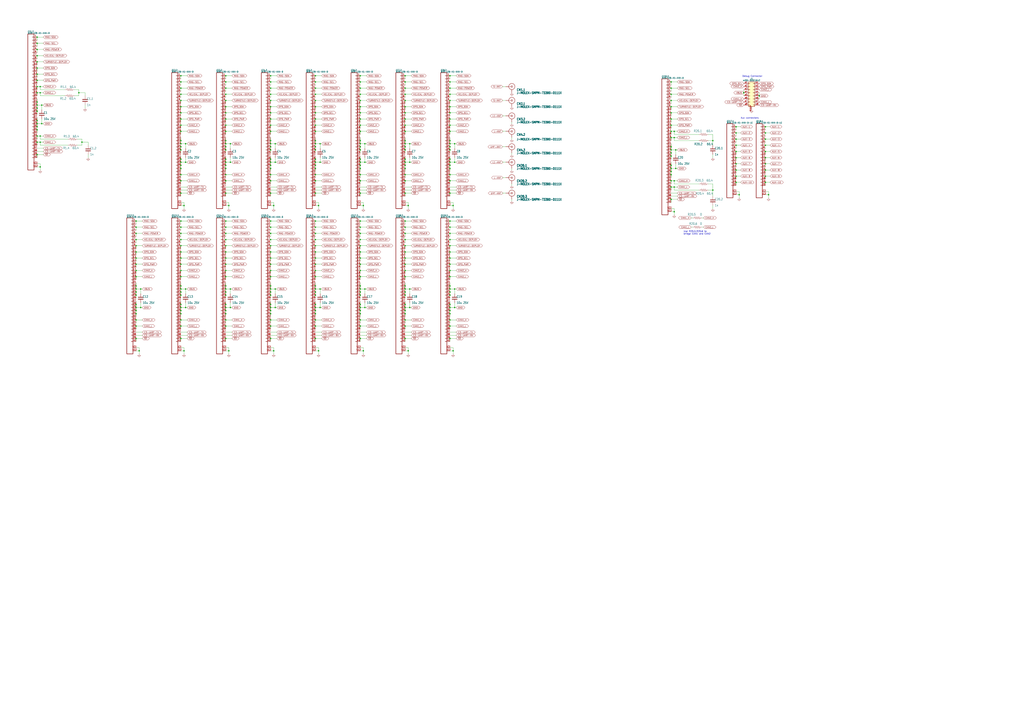
<source format=kicad_sch>
(kicad_sch (version 20250114) (generator "eeschema") (generator_version "9.0")
  (paper "A1")
  (text "Use R20.5,R20.6 to\nbridge CAN1 and CAN2" (at 561.34 193.04 0) (effects (font (size 1.27 1.27)) (justify left bottom)))
  (text "Aux connectors" (at 608.33 97.79 0) (effects (font (size 1.27 1.27)) (justify left bottom)))
  (text "Debug Connector" (at 609.6 63.5 0) (effects (font (size 1.27 1.27)) (justify left bottom)))
  (junction (at 226.06 237.49))
  (junction (at 369.57 240.03))
  (junction (at 295.91 72.39))
  (junction (at 148.59 67.31))
  (junction (at 551.18 113.03))
  (junction (at 551.18 92.71))
  (junction (at 295.91 255.27))
  (junction (at 261.62 288.29))
  (junction (at 148.59 118.11))
  (junction (at 148.59 158.75))
  (junction (at 185.42 237.49))
  (junction (at 295.91 212.09))
  (junction (at 295.91 181.61))
  (junction (at 185.42 201.93))
  (junction (at 553.72 148.59))
  (junction (at 148.59 138.43))
  (junction (at 222.25 133.35))
  (junction (at 33.02 111.76))
  (junction (at 373.38 252.73))
  (junction (at 224.79 168.91))
  (junction (at 298.45 288.29))
  (junction (at 332.74 252.73))
  (junction (at 335.28 168.91))
  (junction (at 30.48 45.72))
  (junction (at 295.91 278.13))
  (junction (at 628.65 129.54))
  (junction (at 185.42 102.87))
  (junction (at 604.52 139.7))
  (junction (at 148.59 107.95))
  (junction (at 185.42 118.11))
  (junction (at 148.59 262.89))
  (junction (at 259.08 234.95))
  (junction (at 222.25 107.95))
  (junction (at 332.74 227.33))
  (junction (at 185.42 240.03))
  (junction (at 628.65 134.62))
  (junction (at 369.57 118.11))
  (junction (at 604.52 149.86))
  (junction (at 185.42 92.71))
  (junction (at 295.91 97.79))
  (junction (at 261.62 168.91))
  (junction (at 222.25 82.55))
  (junction (at 259.08 181.61))
  (junction (at 187.96 168.91))
  (junction (at 222.25 181.61))
  (junction (at 33.02 137.16))
  (junction (at 222.25 97.79))
  (junction (at 148.59 133.35))
  (junction (at 369.57 278.13))
  (junction (at 551.18 77.47))
  (junction (at 332.74 123.19))
  (junction (at 222.25 62.23))
  (junction (at 222.25 196.85))
  (junction (at 332.74 87.63))
  (junction (at 369.57 82.55))
  (junction (at 222.25 186.69))
  (junction (at 111.76 217.17))
  (junction (at 185.42 77.47))
  (junction (at 299.72 118.11))
  (junction (at 373.38 237.49))
  (junction (at 226.06 252.73))
  (junction (at 185.42 234.95))
  (junction (at 295.91 135.89))
  (junction (at 222.25 87.63))
  (junction (at 185.42 97.79))
  (junction (at 604.52 114.3))
  (junction (at 295.91 77.47))
  (junction (at 148.59 186.69))
  (junction (at 30.48 99.06))
  (junction (at 628.65 114.3))
  (junction (at 259.08 138.43))
  (junction (at 332.74 97.79))
  (junction (at 222.25 148.59))
  (junction (at 295.91 250.19))
  (junction (at 295.91 191.77))
  (junction (at 222.25 222.25))
  (junction (at 148.59 130.81))
  (junction (at 185.42 207.01))
  (junction (at 259.08 201.93))
  (junction (at 604.52 134.62))
  (junction (at 369.57 234.95))
  (junction (at 369.57 207.01))
  (junction (at 148.59 234.95))
  (junction (at 148.59 250.19))
  (junction (at 111.76 278.13))
  (junction (at 369.57 92.71))
  (junction (at 64.77 76.2))
  (junction (at 332.74 212.09))
  (junction (at 369.57 201.93))
  (junction (at 111.76 237.49))
  (junction (at 30.48 66.04))
  (junction (at 114.3 288.29))
  (junction (at 148.59 115.57))
  (junction (at 369.57 102.87))
  (junction (at 369.57 250.19))
  (junction (at 295.91 143.51))
  (junction (at 332.74 107.95))
  (junction (at 185.42 217.17))
  (junction (at 372.11 168.91))
  (junction (at 222.25 135.89))
  (junction (at 332.74 143.51))
  (junction (at 295.91 120.65))
  (junction (at 259.08 222.25))
  (junction (at 259.08 267.97))
  (junction (at 262.89 118.11))
  (junction (at 623.57 78.74))
  (junction (at 111.76 186.69))
  (junction (at 610.87 76.2))
  (junction (at 30.48 127))
  (junction (at 259.08 115.57))
  (junction (at 259.08 191.77))
  (junction (at 332.74 72.39))
  (junction (at 295.91 234.95))
  (junction (at 152.4 237.49))
  (junction (at 372.11 288.29))
  (junction (at 185.42 257.81))
  (junction (at 259.08 227.33))
  (junction (at 369.57 143.51))
  (junction (at 222.25 237.49))
  (junction (at 185.42 107.95))
  (junction (at 185.42 267.97))
  (junction (at 332.74 62.23))
  (junction (at 148.59 255.27))
  (junction (at 148.59 207.01))
  (junction (at 30.48 76.2))
  (junction (at 332.74 120.65))
  (junction (at 222.25 240.03))
  (junction (at 332.74 92.71))
  (junction (at 369.57 262.89))
  (junction (at 222.25 130.81))
  (junction (at 628.65 144.78))
  (junction (at 259.08 102.87))
  (junction (at 631.19 160.02))
  (junction (at 369.57 212.09))
  (junction (at 222.25 227.33))
  (junction (at 152.4 252.73))
  (junction (at 369.57 196.85))
  (junction (at 30.48 104.14))
  (junction (at 185.42 148.59))
  (junction (at 259.08 133.35))
  (junction (at 222.25 191.77))
  (junction (at 222.25 118.11))
  (junction (at 222.25 234.95))
  (junction (at 148.59 240.03))
  (junction (at 148.59 102.87))
  (junction (at 185.42 250.19))
  (junction (at 185.42 252.73))
  (junction (at 295.91 115.57))
  (junction (at 222.25 267.97))
  (junction (at 369.57 148.59))
  (junction (at 551.18 72.39))
  (junction (at 185.42 242.57))
  (junction (at 336.55 133.35))
  (junction (at 148.59 97.79))
  (junction (at 262.89 252.73))
  (junction (at 628.65 139.7))
  (junction (at 30.48 71.12))
  (junction (at 336.55 252.73))
  (junction (at 336.55 118.11))
  (junction (at 259.08 123.19))
  (junction (at 115.57 237.49))
  (junction (at 332.74 262.89))
  (junction (at 332.74 222.25))
  (junction (at 551.18 153.67))
  (junction (at 111.76 267.97))
  (junction (at 30.48 30.48))
  (junction (at 553.72 113.03))
  (junction (at 299.72 133.35))
  (junction (at 148.59 217.17))
  (junction (at 33.02 116.84))
  (junction (at 185.42 67.31))
  (junction (at 628.65 119.38))
  (junction (at 332.74 250.19))
  (junction (at 185.42 123.19))
  (junction (at 148.59 227.33))
  (junction (at 222.25 72.39))
  (junction (at 148.59 82.55))
  (junction (at 222.25 250.19))
  (junction (at 332.74 135.89))
  (junction (at 111.76 240.03))
  (junction (at 30.48 101.6))
  (junction (at 185.42 212.09))
  (junction (at 222.25 77.47))
  (junction (at 226.06 133.35))
  (junction (at 369.57 138.43))
  (junction (at 259.08 62.23))
  (junction (at 30.48 40.64))
  (junction (at 259.08 130.81))
  (junction (at 554.99 123.19))
  (junction (at 185.42 62.23))
  (junction (at 369.57 252.73))
  (junction (at 295.91 92.71))
  (junction (at 222.25 67.31))
  (junction (at 30.48 116.84))
  (junction (at 148.59 87.63))
  (junction (at 148.59 252.73))
  (junction (at 259.08 257.81))
  (junction (at 222.25 257.81))
  (junction (at 151.13 288.29))
  (junction (at 185.42 191.77))
  (junction (at 34.29 101.6))
  (junction (at 373.38 118.11))
  (junction (at 30.48 50.8))
  (junction (at 259.08 135.89))
  (junction (at 222.25 212.09))
  (junction (at 551.18 148.59))
  (junction (at 111.76 212.09))
  (junction (at 295.91 62.23))
  (junction (at 222.25 278.13))
  (junction (at 332.74 278.13))
  (junction (at 222.25 115.57))
  (junction (at 185.42 82.55))
  (junction (at 332.74 130.81))
  (junction (at 369.57 87.63))
  (junction (at 332.74 82.55))
  (junction (at 332.74 267.97))
  (junction (at 259.08 120.65))
  (junction (at 111.76 201.93))
  (junction (at 222.25 255.27))
  (junction (at 189.23 237.49))
  (junction (at 189.23 133.35))
  (junction (at 30.48 106.68))
  (junction (at 259.08 67.31))
  (junction (at 259.08 148.59))
  (junction (at 332.74 158.75))
  (junction (at 111.76 255.27))
  (junction (at 332.74 118.11))
  (junction (at 551.18 135.89))
  (junction (at 259.08 278.13))
  (junction (at 151.13 168.91))
  (junction (at 185.42 87.63))
  (junction (at 604.52 119.38))
  (junction (at 369.57 158.75))
  (junction (at 551.18 67.31))
  (junction (at 554.99 138.43))
  (junction (at 111.76 234.95))
  (junction (at 30.48 83.82))
  (junction (at 369.57 222.25))
  (junction (at 607.06 160.02))
  (junction (at 185.42 186.69))
  (junction (at 551.18 128.27))
  (junction (at 148.59 120.65))
  (junction (at 111.76 242.57))
  (junction (at 222.25 143.51))
  (junction (at 335.28 288.29))
  (junction (at 553.72 107.95))
  (junction (at 185.42 222.25))
  (junction (at 628.65 124.46))
  (junction (at 332.74 148.59))
  (junction (at 369.57 255.27))
  (junction (at 369.57 107.95))
  (junction (at 295.91 82.55))
  (junction (at 295.91 186.69))
  (junction (at 185.42 158.75))
  (junction (at 295.91 87.63))
  (junction (at 259.08 207.01))
  (junction (at 369.57 123.19))
  (junction (at 148.59 212.09))
  (junction (at 30.48 86.36))
  (junction (at 30.48 91.44))
  (junction (at 295.91 133.35))
  (junction (at 551.18 97.79))
  (junction (at 369.57 237.49))
  (junction (at 369.57 120.65))
  (junction (at 115.57 252.73))
  (junction (at 148.59 92.71))
  (junction (at 295.91 242.57))
  (junction (at 551.18 102.87))
  (junction (at 185.42 255.27))
  (junction (at 332.74 133.35))
  (junction (at 295.91 118.11))
  (junction (at 111.76 181.61))
  (junction (at 295.91 227.33))
  (junction (at 222.25 242.57))
  (junction (at 332.74 201.93))
  (junction (at 551.18 123.19))
  (junction (at 369.57 257.81))
  (junction (at 33.02 71.12))
  (junction (at 259.08 82.55))
  (junction (at 111.76 252.73))
  (junction (at 295.91 138.43))
  (junction (at 148.59 191.77))
  (junction (at 628.65 109.22))
  (junction (at 185.42 138.43))
  (junction (at 332.74 240.03))
  (junction (at 295.91 67.31))
  (junction (at 259.08 262.89))
  (junction (at 369.57 227.33))
  (junction (at 332.74 181.61))
  (junction (at 332.74 217.17))
  (junction (at 295.91 217.17))
  (junction (at 222.25 158.75))
  (junction (at 148.59 62.23))
  (junction (at 299.72 237.49))
  (junction (at 30.48 55.88))
  (junction (at 67.31 116.84))
  (junction (at 332.74 102.87))
  (junction (at 332.74 115.57))
  (junction (at 259.08 237.49))
  (junction (at 299.72 252.73))
  (junction (at 553.72 153.67))
  (junction (at 148.59 242.57))
  (junction (at 259.08 217.17))
  (junction (at 111.76 257.81))
  (junction (at 332.74 207.01))
  (junction (at 189.23 118.11))
  (junction (at 369.57 115.57))
  (junction (at 222.25 201.93))
  (junction (at 148.59 237.49))
  (junction (at 185.42 133.35))
  (junction (at 148.59 278.13))
  (junction (at 148.59 148.59))
  (junction (at 111.76 250.19))
  (junction (at 111.76 227.33))
  (junction (at 553.72 173.99))
  (junction (at 222.25 138.43))
  (junction (at 148.59 72.39))
  (junction (at 295.91 222.25))
  (junction (at 628.65 104.14))
  (junction (at 222.25 120.65))
  (junction (at 295.91 257.81))
  (junction (at 259.08 72.39))
  (junction (at 369.57 97.79))
  (junction (at 604.52 124.46))
  (junction (at 259.08 240.03))
  (junction (at 369.57 77.47))
  (junction (at 551.18 82.55))
  (junction (at 295.91 262.89))
  (junction (at 369.57 191.77))
  (junction (at 259.08 118.11))
  (junction (at 259.08 196.85))
  (junction (at 295.91 107.95))
  (junction (at 551.18 125.73))
  (junction (at 259.08 186.69))
  (junction (at 604.52 109.22))
  (junction (at 30.48 60.96))
  (junction (at 369.57 181.61))
  (junction (at 369.57 133.35))
  (junction (at 332.74 138.43))
  (junction (at 185.42 143.51))
  (junction (at 111.76 191.77))
  (junction (at 148.59 143.51))
  (junction (at 295.91 130.81))
  (junction (at 259.08 252.73))
  (junction (at 189.23 252.73))
  (junction (at 298.45 168.91))
  (junction (at 551.18 120.65))
  (junction (at 259.08 250.19))
  (junction (at 30.48 88.9))
  (junction (at 222.25 252.73))
  (junction (at 332.74 255.27))
  (junction (at 259.08 107.95))
  (junction (at 585.47 115.57))
  (junction (at 295.91 267.97))
  (junction (at 185.42 115.57))
  (junction (at 369.57 72.39))
  (junction (at 295.91 196.85))
  (junction (at 551.18 140.97))
  (junction (at 30.48 35.56))
  (junction (at 259.08 143.51))
  (junction (at 332.74 196.85))
  (junction (at 332.74 67.31))
  (junction (at 369.57 130.81))
  (junction (at 148.59 222.25))
  (junction (at 332.74 77.47))
  (junction (at 185.42 135.89))
  (junction (at 373.38 133.35))
  (junction (at 185.42 262.89))
  (junction (at 336.55 237.49))
  (junction (at 332.74 242.57))
  (junction (at 369.57 242.57))
  (junction (at 185.42 130.81))
  (junction (at 262.89 133.35))
  (junction (at 34.29 86.36))
  (junction (at 259.08 212.09))
  (junction (at 185.42 72.39))
  (junction (at 295.91 201.93))
  (junction (at 259.08 158.75))
  (junction (at 30.48 111.76))
  (junction (at 185.42 120.65))
  (junction (at 585.47 156.21))
  (junction (at 332.74 186.69))
  (junction (at 148.59 201.93))
  (junction (at 259.08 77.47))
  (junction (at 259.08 242.57))
  (junction (at 369.57 217.17))
  (junction (at 33.02 76.2))
  (junction (at 295.91 102.87))
  (junction (at 222.25 217.17))
  (junction (at 259.08 255.27))
  (junction (at 551.18 138.43))
  (junction (at 259.08 92.71))
  (junction (at 628.65 149.86))
  (junction (at 148.59 181.61))
  (junction (at 222.25 262.89))
  (junction (at 148.59 77.47))
  (junction (at 369.57 267.97))
  (junction (at 332.74 257.81))
  (junction (at 185.42 278.13))
  (junction (at 185.42 196.85))
  (junction (at 152.4 118.11))
  (junction (at 295.91 148.59))
  (junction (at 604.52 104.14))
  (junction (at 262.89 237.49))
  (junction (at 295.91 158.75))
  (junction (at 111.76 262.89))
  (junction (at 259.08 87.63))
  (junction (at 187.96 288.29))
  (junction (at 295.91 207.01))
  (junction (at 226.06 118.11))
  (junction (at 148.59 196.85))
  (junction (at 332.74 234.95))
  (junction (at 111.76 207.01))
  (junction (at 259.08 97.79))
  (junction (at 295.91 240.03))
  (junction (at 111.76 196.85))
  (junction (at 551.18 87.63))
  (junction (at 551.18 107.95))
  (junction (at 222.25 92.71))
  (junction (at 148.59 123.19))
  (junction (at 369.57 135.89))
  (junction (at 295.91 237.49))
  (junction (at 332.74 237.49))
  (junction (at 604.52 129.54))
  (junction (at 369.57 62.23))
  (junction (at 148.59 267.97))
  (junction (at 185.42 227.33))
  (junction (at 295.91 252.73))
  (junction (at 369.57 67.31))
  (junction (at 551.18 163.83))
  (junction (at 185.42 181.61))
  (junction (at 222.25 123.19))
  (junction (at 111.76 222.25))
  (junction (at 152.4 133.35))
  (junction (at 604.52 144.78))
  (junction (at 224.79 288.29))
  (junction (at 332.74 191.77))
  (junction (at 148.59 257.81))
  (junction (at 295.91 123.19))
  (junction (at 551.18 143.51))
  (junction (at 148.59 135.89))
  (junction (at 222.25 102.87))
  (junction (at 222.25 207.01))
  (junction (at 369.57 186.69))
  (wire (pts (xy 116.84 252.73) (xy 115.57 252.73)))
  (wire (pts (xy 116.84 227.33) (xy 111.76 227.33)))
  (wire (pts (xy 332.74 168.91) (xy 335.28 168.91)))
  (wire (pts (xy 415.29 82.55) (xy 412.75 82.55)))
  (wire (pts (xy 369.57 191.77) (xy 374.65 191.77)))
  (wire (pts (xy 604.52 134.62) (xy 608.33 134.62)))
  (wire (pts (xy 63.5 119.38) (xy 67.31 119.38)))
  (wire (pts (xy 222.25 62.23) (xy 227.33 62.23)))
  (wire (pts (xy 35.56 66.04) (xy 30.48 66.04)))
  (wire (pts (xy 152.4 248.92) (xy 152.4 252.73)))
  (wire (pts (xy 262.89 248.92) (xy 262.89 252.73)))
  (wire (pts (xy 148.59 278.13) (xy 148.59 280.67)))
  (wire (pts (xy 300.99 262.89) (xy 295.91 262.89)))
  (wire (pts (xy 374.65 217.17) (xy 369.57 217.17)))
  (wire (pts (xy 190.5 107.95) (xy 185.42 107.95)))
  (wire (pts (xy 332.74 250.19) (xy 332.74 252.73)))
  (wire (pts (xy 295.91 196.85) (xy 300.99 196.85)))
  (wire (pts (xy 337.82 237.49) (xy 336.55 237.49)))
  (wire (pts (xy 374.65 158.75) (xy 369.57 158.75)))
  (wire (pts (xy 374.65 273.05) (xy 369.57 273.05)))
  (wire (pts (xy 415.29 71.12) (xy 412.75 71.12)))
  (wire (pts (xy 299.72 129.54) (xy 299.72 133.35)))
  (wire (pts (xy 190.5 143.51) (xy 185.42 143.51)))
  (wire (pts (xy 335.28 285.75) (xy 335.28 288.29)))
  (wire (pts (xy 374.65 252.73) (xy 373.38 252.73)))
  (wire (pts (xy 185.42 62.23) (xy 190.5 62.23)))
  (wire (pts (xy 295.91 92.71) (xy 295.91 95.25)))
  (wire (pts (xy 556.26 153.67) (xy 553.72 153.67)))
  (wire (pts (xy 33.02 76.2) (xy 30.48 76.2)))
  (wire (pts (xy 369.57 168.91) (xy 372.11 168.91)))
  (wire (pts (xy 551.18 77.47) (xy 556.26 77.47)))
  (wire (pts (xy 148.59 222.25) (xy 153.67 222.25)))
  (wire (pts (xy 227.33 252.73) (xy 226.06 252.73)))
  (wire (pts (xy 610.87 76.2) (xy 610.87 78.74)))
  (wire (pts (xy 35.56 86.36) (xy 34.29 86.36)))
  (wire (pts (xy 369.57 275.59) (xy 374.65 275.59)))
  (wire (pts (xy 369.57 62.23) (xy 369.57 64.77)))
  (wire (pts (xy 262.89 118.11) (xy 262.89 121.92)))
  (wire (pts (xy 259.08 250.19) (xy 259.08 252.73)))
  (wire (pts (xy 153.67 143.51) (xy 148.59 143.51)))
  (wire (pts (xy 299.72 237.49) (xy 295.91 237.49)))
  (wire (pts (xy 369.57 257.81) (xy 369.57 260.35)))
  (wire (pts (xy 185.42 87.63) (xy 185.42 90.17)))
  (wire (pts (xy 553.72 148.59) (xy 551.18 148.59)))
  (wire (pts (xy 30.48 86.36) (xy 30.48 88.9)))
  (wire (pts (xy 185.42 288.29) (xy 187.96 288.29)))
  (wire (pts (xy 148.59 186.69) (xy 153.67 186.69)))
  (wire (pts (xy 264.16 153.67) (xy 259.08 153.67)))
  (wire (pts (xy 190.5 273.05) (xy 185.42 273.05)))
  (wire (pts (xy 374.65 207.01) (xy 369.57 207.01)))
  (wire (pts (xy 259.08 212.09) (xy 259.08 214.63)))
  (wire (pts (xy 295.91 168.91) (xy 298.45 168.91)))
  (wire (pts (xy 337.82 143.51) (xy 332.74 143.51)))
  (wire (pts (xy 336.55 252.73) (xy 332.74 252.73)))
  (wire (pts (xy 190.5 237.49) (xy 189.23 237.49)))
  (wire (pts (xy 299.72 237.49) (xy 299.72 241.3)))
  (wire (pts (xy 332.74 222.25) (xy 332.74 224.79)))
  (wire (pts (xy 374.65 148.59) (xy 369.57 148.59)))
  (wire (pts (xy 259.08 87.63) (xy 259.08 90.17)))
  (wire (pts (xy 224.79 168.91) (xy 224.79 171.45)))
  (wire (pts (xy 551.18 82.55) (xy 551.18 85.09)))
  (wire (pts (xy 185.42 135.89) (xy 185.42 138.43)))
  (wire (pts (xy 295.91 252.73) (xy 295.91 255.27)))
  (wire (pts (xy 556.26 138.43) (xy 554.99 138.43)))
  (wire (pts (xy 259.08 72.39) (xy 264.16 72.39)))
  (wire (pts (xy 604.52 119.38) (xy 604.52 121.92)))
  (wire (pts (xy 226.06 248.92) (xy 226.06 252.73)))
  (wire (pts (xy 222.25 278.13) (xy 222.25 280.67)))
  (wire (pts (xy 111.76 250.19) (xy 111.76 252.73)))
  (wire (pts (xy 628.65 124.46) (xy 628.65 127)))
  (wire (pts (xy 35.56 121.92) (xy 30.48 121.92)))
  (wire (pts (xy 295.91 240.03) (xy 295.91 242.57)))
  (wire (pts (xy 556.26 163.83) (xy 551.18 163.83)))
  (wire (pts (xy 222.25 217.17) (xy 222.25 219.71)))
  (wire (pts (xy 369.57 207.01) (xy 369.57 209.55)))
  (wire (pts (xy 420.37 152.4) (xy 420.37 151.13)))
  (wire (pts (xy 222.25 102.87) (xy 222.25 105.41)))
  (wire (pts (xy 222.25 123.19) (xy 222.25 125.73)))
  (wire (pts (xy 336.55 118.11) (xy 336.55 121.92)))
  (wire (pts (xy 222.25 212.09) (xy 222.25 214.63)))
  (wire (pts (xy 369.57 118.11) (xy 369.57 120.65)))
  (wire (pts (xy 332.74 196.85) (xy 332.74 199.39)))
  (wire (pts (xy 556.26 113.03) (xy 553.72 113.03)))
  (wire (pts (xy 420.37 114.3) (xy 420.37 113.03)))
  (wire (pts (xy 374.65 92.71) (xy 369.57 92.71)))
  (wire (pts (xy 111.76 257.81) (xy 111.76 260.35)))
  (wire (pts (xy 185.42 168.91) (xy 187.96 168.91)))
  (wire (pts (xy 259.08 118.11) (xy 259.08 120.65)))
  (wire (pts (xy 148.59 67.31) (xy 148.59 69.85)))
  (wire (pts (xy 259.08 217.17) (xy 259.08 219.71)))
  (wire (pts (xy 148.59 255.27) (xy 148.59 257.81)))
  (wire (pts (xy 264.16 273.05) (xy 259.08 273.05)))
  (wire (pts (xy 604.52 144.78) (xy 604.52 147.32)))
  (wire (pts (xy 152.4 237.49) (xy 152.4 241.3)))
  (wire (pts (xy 604.52 114.3) (xy 608.33 114.3)))
  (wire (pts (xy 295.91 237.49) (xy 295.91 240.03)))
  (wire (pts (xy 295.91 166.37) (xy 298.45 166.37)))
  (wire (pts (xy 151.13 288.29) (xy 151.13 290.83)))
  (wire (pts (xy 332.74 191.77) (xy 337.82 191.77)))
  (wire (pts (xy 551.18 102.87) (xy 551.18 105.41)))
  (wire (pts (xy 295.91 67.31) (xy 300.99 67.31)))
  (wire (pts (xy 295.91 128.27) (xy 295.91 130.81)))
  (wire (pts (xy 226.06 237.49) (xy 222.25 237.49)))
  (wire (pts (xy 185.42 130.81) (xy 185.42 133.35)))
  (wire (pts (xy 369.57 181.61) (xy 369.57 184.15)))
  (wire (pts (xy 335.28 168.91) (xy 335.28 171.45)))
  (wire (pts (xy 369.57 278.13) (xy 369.57 280.67)))
  (wire (pts (xy 148.59 257.81) (xy 148.59 260.35)))
  (wire (pts (xy 369.57 186.69) (xy 374.65 186.69)))
  (wire (pts (xy 374.65 118.11) (xy 373.38 118.11)))
  (wire (pts (xy 337.82 252.73) (xy 336.55 252.73)))
  (wire (pts (xy 295.91 181.61) (xy 295.91 184.15)))
  (wire (pts (xy 604.52 129.54) (xy 608.33 129.54)))
  (wire (pts (xy 295.91 191.77) (xy 300.99 191.77)))
  (wire (pts (xy 148.59 82.55) (xy 148.59 85.09)))
  (wire (pts (xy 30.48 81.28) (xy 30.48 83.82)))
  (wire (pts (xy 115.57 237.49) (xy 115.57 241.3)))
  (wire (pts (xy 259.08 143.51) (xy 259.08 146.05)))
  (wire (pts (xy 67.31 116.84) (xy 72.39 116.84)))
  (wire (pts (xy 369.57 201.93) (xy 369.57 204.47)))
  (wire (pts (xy 369.57 158.75) (xy 369.57 161.29)))
  (wire (pts (xy 189.23 252.73) (xy 185.42 252.73)))
  (wire (pts (xy 153.67 118.11) (xy 152.4 118.11)))
  (wire (pts (xy 300.99 92.71) (xy 295.91 92.71)))
  (wire (pts (xy 369.57 128.27) (xy 369.57 130.81)))
  (wire (pts (xy 111.76 222.25) (xy 116.84 222.25)))
  (wire (pts (xy 224.79 285.75) (xy 224.79 288.29)))
  (wire (pts (xy 185.42 138.43) (xy 185.42 140.97)))
  (wire (pts (xy 264.16 133.35) (xy 262.89 133.35)))
  (wire (pts (xy 148.59 113.03) (xy 148.59 115.57)))
  (wire (pts (xy 332.74 135.89) (xy 332.74 138.43)))
  (wire (pts (xy 227.33 92.71) (xy 222.25 92.71)))
  (wire (pts (xy 585.47 110.49) (xy 585.47 115.57)))
  (wire (pts (xy 264.16 107.95) (xy 259.08 107.95)))
  (wire (pts (xy 300.99 273.05) (xy 295.91 273.05)))
  (wire (pts (xy 148.59 232.41) (xy 148.59 234.95)))
  (wire (pts (xy 369.57 212.09) (xy 369.57 214.63)))
  (wire (pts (xy 298.45 168.91) (xy 298.45 171.45)))
  (wire (pts (xy 374.65 133.35) (xy 373.38 133.35)))
  (wire (pts (xy 295.91 247.65) (xy 295.91 250.19)))
  (wire (pts (xy 300.99 278.13) (xy 295.91 278.13)))
  (wire (pts (xy 337.82 118.11) (xy 336.55 118.11)))
  (wire (pts (xy 222.25 240.03) (xy 222.25 242.57)))
  (wire (pts (xy 332.74 82.55) (xy 332.74 85.09)))
  (wire (pts (xy 153.67 201.93) (xy 148.59 201.93)))
  (wire (pts (xy 295.91 222.25) (xy 300.99 222.25)))
  (wire (pts (xy 222.25 113.03) (xy 222.25 115.57)))
  (wire (pts (xy 153.67 158.75) (xy 148.59 158.75)))
  (wire (pts (xy 337.82 207.01) (xy 332.74 207.01)))
  (wire (pts (xy 295.91 186.69) (xy 300.99 186.69)))
  (wire (pts (xy 585.47 151.13) (xy 585.47 156.21)))
  (wire (pts (xy 332.74 262.89) (xy 332.74 265.43)))
  (wire (pts (xy 372.11 288.29) (xy 372.11 290.83)))
  (wire (pts (xy 226.06 133.35) (xy 222.25 133.35)))
  (wire (pts (xy 226.06 237.49) (xy 226.06 241.3)))
  (wire (pts (xy 111.76 191.77) (xy 111.76 194.31)))
  (wire (pts (xy 374.65 153.67) (xy 369.57 153.67)))
  (wire (pts (xy 30.48 45.72) (xy 35.56 45.72)))
  (wire (pts (xy 295.91 120.65) (xy 295.91 123.19)))
  (wire (pts (xy 374.65 278.13) (xy 369.57 278.13)))
  (wire (pts (xy 332.74 102.87) (xy 332.74 105.41)))
  (wire (pts (xy 222.25 267.97) (xy 222.25 270.51)))
  (wire (pts (xy 551.18 138.43) (xy 551.18 140.97)))
  (wire (pts (xy 63.5 114.3) (xy 67.31 114.3)))
  (wire (pts (xy 374.65 87.63) (xy 369.57 87.63)))
  (wire (pts (xy 300.99 212.09) (xy 295.91 212.09)))
  (wire (pts (xy 185.42 275.59) (xy 190.5 275.59)))
  (wire (pts (xy 222.25 288.29) (xy 224.79 288.29)))
  (wire (pts (xy 551.18 113.03) (xy 551.18 115.57)))
  (wire (pts (xy 227.33 267.97) (xy 222.25 267.97)))
  (wire (pts (xy 185.42 77.47) (xy 190.5 77.47)))
  (wire (pts (xy 300.99 97.79) (xy 295.91 97.79)))
  (wire (pts (xy 190.5 148.59) (xy 185.42 148.59)))
  (wire (pts (xy 332.74 72.39) (xy 337.82 72.39)))
  (wire (pts (xy 148.59 186.69) (xy 148.59 189.23)))
  (wire (pts (xy 295.91 275.59) (xy 300.99 275.59)))
  (wire (pts (xy 259.08 72.39) (xy 259.08 74.93)))
  (wire (pts (xy 148.59 158.75) (xy 148.59 161.29)))
  (wire (pts (xy 374.65 143.51) (xy 369.57 143.51)))
  (wire (pts (xy 585.47 156.21) (xy 585.47 161.29)))
  (wire (pts (xy 374.65 237.49) (xy 373.38 237.49)))
  (wire (pts (xy 295.91 232.41) (xy 295.91 234.95)))
  (wire (pts (xy 332.74 232.41) (xy 332.74 234.95)))
  (wire (pts (xy 34.29 86.36) (xy 34.29 90.17)))
  (wire (pts (xy 264.16 87.63) (xy 259.08 87.63)))
  (wire (pts (xy 369.57 135.89) (xy 369.57 138.43)))
  (wire (pts (xy 369.57 97.79) (xy 369.57 100.33)))
  (wire (pts (xy 332.74 118.11) (xy 332.74 120.65)))
  (wire (pts (xy 30.48 30.48) (xy 30.48 33.02)))
  (wire (pts (xy 264.16 158.75) (xy 259.08 158.75)))
  (wire (pts (xy 373.38 237.49) (xy 373.38 241.3)))
  (wire (pts (xy 259.08 196.85) (xy 264.16 196.85)))
  (wire (pts (xy 264.16 201.93) (xy 259.08 201.93)))
  (wire (pts (xy 337.82 87.63) (xy 332.74 87.63)))
  (wire (pts (xy 185.42 212.09) (xy 185.42 214.63)))
  (wire (pts (xy 332.74 255.27) (xy 332.74 257.81)))
  (wire (pts (xy 264.16 252.73) (xy 262.89 252.73)))
  (wire (pts (xy 185.42 222.25) (xy 185.42 224.79)))
  (wire (pts (xy 604.52 144.78) (xy 608.33 144.78)))
  (wire (pts (xy 264.16 148.59) (xy 259.08 148.59)))
  (wire (pts (xy 148.59 67.31) (xy 153.67 67.31)))
  (wire (pts (xy 261.62 288.29) (xy 261.62 290.83)))
  (wire (pts (xy 115.57 252.73) (xy 111.76 252.73)))
  (wire (pts (xy 60.96 73.66) (xy 64.77 73.66)))
  (wire (pts (xy 152.4 237.49) (xy 148.59 237.49)))
  (wire (pts (xy 295.91 130.81) (xy 295.91 133.35)))
  (wire (pts (xy 72.39 119.38) (xy 72.39 116.84)))
  (wire (pts (xy 185.42 222.25) (xy 190.5 222.25)))
  (wire (pts (xy 35.56 55.88) (xy 30.48 55.88)))
  (wire (pts (xy 153.67 237.49) (xy 152.4 237.49)))
  (wire (pts (xy 226.06 118.11) (xy 222.25 118.11)))
  (wire (pts (xy 556.26 123.19) (xy 554.99 123.19)))
  (wire (pts (xy 259.08 120.65) (xy 259.08 123.19)))
  (wire (pts (xy 152.4 133.35) (xy 148.59 133.35)))
  (wire (pts (xy 222.25 135.89) (xy 222.25 138.43)))
  (wire (pts (xy 332.74 158.75) (xy 332.74 161.29)))
  (wire (pts (xy 300.99 217.17) (xy 295.91 217.17)))
  (wire (pts (xy 111.76 201.93) (xy 111.76 204.47)))
  (wire (pts (xy 369.57 87.63) (xy 369.57 90.17)))
  (wire (pts (xy 259.08 278.13) (xy 259.08 280.67)))
  (wire (pts (xy 607.06 162.56) (xy 607.06 160.02)))
  (wire (pts (xy 295.91 115.57) (xy 295.91 118.11)))
  (wire (pts (xy 295.91 82.55) (xy 295.91 85.09)))
  (wire (pts (xy 185.42 227.33) (xy 185.42 229.87)))
  (wire (pts (xy 628.65 104.14) (xy 632.46 104.14)))
  (wire (pts (xy 226.06 118.11) (xy 226.06 121.92)))
  (wire (pts (xy 262.89 133.35) (xy 259.08 133.35)))
  (wire (pts (xy 148.59 156.21) (xy 153.67 156.21)))
  (wire (pts (xy 148.59 191.77) (xy 148.59 194.31)))
  (wire (pts (xy 227.33 107.95) (xy 222.25 107.95)))
  (wire (pts (xy 30.48 50.8) (xy 30.48 53.34)))
  (wire (pts (xy 628.65 144.78) (xy 628.65 147.32)))
  (wire (pts (xy 604.52 149.86) (xy 608.33 149.86)))
  (wire (pts (xy 190.5 118.11) (xy 189.23 118.11)))
  (wire (pts (xy 628.65 134.62) (xy 632.46 134.62)))
  (wire (pts (xy 222.25 252.73) (xy 222.25 255.27)))
  (wire (pts (xy 190.5 212.09) (xy 185.42 212.09)))
  (wire (pts (xy 190.5 217.17) (xy 185.42 217.17)))
  (wire (pts (xy 554.99 123.19) (xy 551.18 123.19)))
  (wire (pts (xy 30.48 137.16) (xy 33.02 137.16)))
  (wire (pts (xy 262.89 118.11) (xy 259.08 118.11)))
  (wire (pts (xy 153.67 278.13) (xy 148.59 278.13)))
  (wire (pts (xy 259.08 267.97) (xy 259.08 270.51)))
  (wire (pts (xy 148.59 62.23) (xy 153.67 62.23)))
  (wire (pts (xy 227.33 201.93) (xy 222.25 201.93)))
  (wire (pts (xy 227.33 278.13) (xy 222.25 278.13)))
  (wire (pts (xy 185.42 133.35) (xy 185.42 135.89)))
  (wire (pts (xy 227.33 153.67) (xy 222.25 153.67)))
  (wire (pts (xy 153.67 212.09) (xy 148.59 212.09)))
  (wire (pts (xy 332.74 191.77) (xy 332.74 194.31)))
  (wire (pts (xy 148.59 247.65) (xy 148.59 250.19)))
  (wire (pts (xy 35.56 116.84) (xy 33.02 116.84)))
  (wire (pts (xy 332.74 62.23) (xy 337.82 62.23)))
  (wire (pts (xy 222.25 242.57) (xy 222.25 245.11)))
  (wire (pts (xy 332.74 257.81) (xy 332.74 260.35)))
  (wire (pts (xy 116.84 207.01) (xy 111.76 207.01)))
  (wire (pts (xy 259.08 156.21) (xy 264.16 156.21)))
  (wire (pts (xy 148.59 135.89) (xy 148.59 138.43)))
  (wire (pts (xy 604.52 139.7) (xy 604.52 142.24)))
  (wire (pts (xy 332.74 120.65) (xy 332.74 123.19)))
  (wire (pts (xy 604.52 134.62) (xy 604.52 137.16)))
  (wire (pts (xy 148.59 120.65) (xy 148.59 123.19)))
  (wire (pts (xy 369.57 262.89) (xy 369.57 265.43)))
  (wire (pts (xy 259.08 285.75) (xy 261.62 285.75)))
  (wire (pts (xy 114.3 285.75) (xy 114.3 288.29)))
  (wire (pts (xy 369.57 217.17) (xy 369.57 219.71)))
  (wire (pts (xy 259.08 196.85) (xy 259.08 199.39)))
  (wire (pts (xy 298.45 288.29) (xy 298.45 290.83)))
  (wire (pts (xy 35.56 111.76) (xy 33.02 111.76)))
  (wire (pts (xy 185.42 148.59) (xy 185.42 151.13)))
  (wire (pts (xy 222.25 118.11) (xy 222.25 120.65)))
  (wire (pts (xy 190.5 97.79) (xy 185.42 97.79)))
  (wire (pts (xy 259.08 237.49) (xy 259.08 240.03)))
  (wire (pts (xy 259.08 222.25) (xy 259.08 224.79)))
  (wire (pts (xy 628.65 114.3) (xy 632.46 114.3)))
  (wire (pts (xy 300.99 227.33) (xy 295.91 227.33)))
  (wire (pts (xy 185.42 72.39) (xy 185.42 74.93)))
  (wire (pts (xy 604.52 124.46) (xy 604.52 127)))
  (wire (pts (xy 111.76 232.41) (xy 111.76 234.95)))
  (wire (pts (xy 148.59 252.73) (xy 148.59 255.27)))
  (wire (pts (xy 30.48 106.68) (xy 30.48 109.22)))
  (wire (pts (xy 33.02 116.84) (xy 33.02 119.38)))
  (wire (pts (xy 300.99 143.51) (xy 295.91 143.51)))
  (wire (pts (xy 189.23 129.54) (xy 189.23 133.35)))
  (wire (pts (xy 553.72 110.49) (xy 574.04 110.49)))
  (wire (pts (xy 337.82 153.67) (xy 332.74 153.67)))
  (wire (pts (xy 554.99 123.19) (xy 554.99 127)))
  (wire (pts (xy 185.42 237.49) (xy 185.42 240.03)))
  (wire (pts (xy 551.18 128.27) (xy 551.18 130.81)))
  (wire (pts (xy 259.08 62.23) (xy 259.08 64.77)))
  (wire (pts (xy 30.48 91.44) (xy 30.48 93.98)))
  (wire (pts (xy 30.48 88.9) (xy 30.48 91.44)))
  (wire (pts (xy 295.91 62.23) (xy 295.91 64.77)))
  (wire (pts (xy 369.57 130.81) (xy 369.57 133.35)))
  (wire (pts (xy 69.85 86.36) (xy 69.85 88.9)))
  (wire (pts (xy 298.45 166.37) (xy 298.45 168.91)))
  (wire (pts (xy 259.08 247.65) (xy 259.08 250.19)))
  (wire (pts (xy 332.74 222.25) (xy 337.82 222.25)))
  (wire (pts (xy 295.91 257.81) (xy 295.91 260.35)))
  (wire (pts (xy 623.57 78.74) (xy 623.57 81.28)))
  (wire (pts (xy 295.91 62.23) (xy 300.99 62.23)))
  (wire (pts (xy 604.52 109.22) (xy 608.33 109.22)))
  (wire (pts (xy 373.38 129.54) (xy 373.38 133.35)))
  (wire (pts (xy 227.33 237.49) (xy 226.06 237.49)))
  (wire (pts (xy 420.37 101.6) (xy 420.37 100.33)))
  (wire (pts (xy 259.08 135.89) (xy 259.08 138.43)))
  (wire (pts (xy 222.25 181.61) (xy 227.33 181.61)))
  (wire (pts (xy 264.16 217.17) (xy 259.08 217.17)))
  (wire (pts (xy 185.42 92.71) (xy 185.42 95.25)))
  (wire (pts (xy 295.91 135.89) (xy 295.91 138.43)))
  (wire (pts (xy 604.52 149.86) (xy 604.52 152.4)))
  (wire (pts (xy 332.74 130.81) (xy 332.74 133.35)))
  (wire (pts (xy 64.77 76.2) (xy 69.85 76.2)))
  (wire (pts (xy 152.4 252.73) (xy 148.59 252.73)))
  (wire (pts (xy 551.18 125.73) (xy 551.18 128.27)))
  (wire (pts (xy 295.91 67.31) (xy 295.91 69.85)))
  (wire (pts (xy 148.59 217.17) (xy 148.59 219.71)))
  (wire (pts (xy 185.42 217.17) (xy 185.42 219.71)))
  (wire (pts (xy 33.02 137.16) (xy 33.02 139.7)))
  (wire (pts (xy 628.65 124.46) (xy 632.46 124.46)))
  (wire (pts (xy 556.26 92.71) (xy 551.18 92.71)))
  (wire (pts (xy 295.91 72.39) (xy 295.91 74.93)))
  (wire (pts (xy 581.66 156.21) (xy 585.47 156.21)))
  (wire (pts (xy 604.52 114.3) (xy 604.52 116.84)))
  (wire (pts (xy 335.28 166.37) (xy 335.28 168.91)))
  (wire (pts (xy 264.16 97.79) (xy 259.08 97.79)))
  (wire (pts (xy 264.16 237.49) (xy 262.89 237.49)))
  (wire (pts (xy 335.28 288.29) (xy 335.28 290.83)))
  (wire (pts (xy 556.26 158.75) (xy 551.18 158.75)))
  (wire (pts (xy 222.25 201.93) (xy 222.25 204.47)))
  (wire (pts (xy 585.47 127) (xy 585.47 129.54)))
  (wire (pts (xy 148.59 130.81) (xy 148.59 133.35)))
  (wire (pts (xy 332.74 133.35) (xy 332.74 135.89)))
  (wire (pts (xy 551.18 87.63) (xy 551.18 90.17)))
  (wire (pts (xy 567.69 179.07) (xy 568.96 179.07)))
  (wire (pts (xy 30.48 111.76) (xy 30.48 114.3)))
  (wire (pts (xy 585.47 168.91) (xy 585.47 171.45)))
  (wire (pts (xy 300.99 118.11) (xy 299.72 118.11)))
  (wire (pts (xy 30.48 55.88) (xy 30.48 58.42)))
  (wire (pts (xy 116.84 267.97) (xy 111.76 267.97)))
  (wire (pts (xy 222.25 120.65) (xy 222.25 123.19)))
  (wire (pts (xy 332.74 201.93) (xy 332.74 204.47)))
  (wire (pts (xy 295.91 102.87) (xy 300.99 102.87)))
  (wire (pts (xy 222.25 77.47) (xy 227.33 77.47)))
  (wire (pts (xy 259.08 123.19) (xy 259.08 125.73)))
  (wire (pts (xy 30.48 96.52) (xy 30.48 99.06)))
  (wire (pts (xy 369.57 102.87) (xy 374.65 102.87)))
  (wire (pts (xy 295.91 148.59) (xy 295.91 151.13)))
  (wire (pts (xy 153.67 92.71) (xy 148.59 92.71)))
  (wire (pts (xy 553.72 173.99) (xy 553.72 176.53)))
  (wire (pts (xy 227.33 212.09) (xy 222.25 212.09)))
  (wire (pts (xy 148.59 72.39) (xy 153.67 72.39)))
  (wire (pts (xy 153.67 227.33) (xy 148.59 227.33)))
  (wire (pts (xy 628.65 149.86) (xy 632.46 149.86)))
  (wire (pts (xy 222.25 138.43) (xy 222.25 140.97)))
  (wire (pts (xy 222.25 227.33) (xy 222.25 229.87)))
  (wire (pts (xy 374.65 262.89) (xy 369.57 262.89)))
  (wire (pts (xy 295.91 77.47) (xy 295.91 80.01)))
  (wire (pts (xy 227.33 227.33) (xy 222.25 227.33)))
  (wire (pts (xy 189.23 118.11) (xy 189.23 121.92)))
  (wire (pts (xy 227.33 133.35) (xy 226.06 133.35)))
  (wire (pts (xy 33.02 114.3) (xy 55.88 114.3)))
  (wire (pts (xy 337.82 227.33) (xy 332.74 227.33)))
  (wire (pts (xy 607.06 160.02) (xy 604.52 160.02)))
  (wire (pts (xy 369.57 133.35) (xy 369.57 135.89)))
  (wire (pts (xy 185.42 278.13) (xy 185.42 280.67)))
  (wire (pts (xy 556.26 97.79) (xy 551.18 97.79)))
  (wire (pts (xy 369.57 77.47) (xy 369.57 80.01)))
  (wire (pts (xy 185.42 255.27) (xy 185.42 257.81)))
  (wire (pts (xy 337.82 107.95) (xy 332.74 107.95)))
  (wire (pts (xy 185.42 201.93) (xy 185.42 204.47)))
  (wire (pts (xy 185.42 240.03) (xy 185.42 242.57)))
  (wire (pts (xy 30.48 127) (xy 30.48 129.54)))
  (wire (pts (xy 295.91 234.95) (xy 295.91 237.49)))
  (wire (pts (xy 337.82 212.09) (xy 332.74 212.09)))
  (wire (pts (xy 295.91 158.75) (xy 295.91 161.29)))
  (wire (pts (xy 148.59 201.93) (xy 148.59 204.47)))
  (wire (pts (xy 60.96 78.74) (xy 64.77 78.74)))
  (wire (pts (xy 222.25 186.69) (xy 227.33 186.69)))
  (wire (pts (xy 264.16 143.51) (xy 259.08 143.51)))
  (wire (pts (xy 332.74 212.09) (xy 332.74 214.63)))
  (wire (pts (xy 369.57 222.25) (xy 369.57 224.79)))
  (wire (pts (xy 295.91 250.19) (xy 295.91 252.73)))
  (wire (pts (xy 148.59 237.49) (xy 148.59 240.03)))
  (wire (pts (xy 148.59 285.75) (xy 151.13 285.75)))
  (wire (pts (xy 412.75 146.05) (xy 415.29 146.05)))
  (wire (pts (xy 551.18 107.95) (xy 553.72 107.95)))
  (wire (pts (xy 295.91 107.95) (xy 295.91 110.49)))
  (wire (pts (xy 151.13 285.75) (xy 151.13 288.29)))
  (wire (pts (xy 374.65 212.09) (xy 369.57 212.09)))
  (wire (pts (xy 369.57 166.37) (xy 372.11 166.37)))
  (wire (pts (xy 295.91 191.77) (xy 295.91 194.31)))
  (wire (pts (xy 222.25 181.61) (xy 222.25 184.15)))
  (wire (pts (xy 111.76 196.85) (xy 116.84 196.85)))
  (wire (pts (xy 628.65 119.38) (xy 632.46 119.38)))
  (wire (pts (xy 369.57 186.69) (xy 369.57 189.23)))
  (wire (pts (xy 332.74 275.59) (xy 337.82 275.59)))
  (wire (pts (xy 111.76 191.77) (xy 116.84 191.77)))
  (wire (pts (xy 628.65 144.78) (xy 632.46 144.78)))
  (wire (pts (xy 607.06 157.48) (xy 604.52 157.48)))
  (wire (pts (xy 337.82 92.71) (xy 332.74 92.71)))
  (wire (pts (xy 222.25 275.59) (xy 227.33 275.59)))
  (wire (pts (xy 336.55 237.49) (xy 332.74 237.49)))
  (wire (pts (xy 185.42 196.85) (xy 185.42 199.39)))
  (wire (pts (xy 30.48 116.84) (xy 30.48 119.38)))
  (wire (pts (xy 148.59 102.87) (xy 153.67 102.87)))
  (wire (pts (xy 628.65 129.54) (xy 632.46 129.54)))
  (wire (pts (xy 337.82 278.13) (xy 332.74 278.13)))
  (wire (pts (xy 185.42 262.89) (xy 185.42 265.43)))
  (wire (pts (xy 332.74 67.31) (xy 337.82 67.31)))
  (wire (pts (xy 607.06 160.02) (xy 607.06 157.48)))
  (wire (pts (xy 332.74 186.69) (xy 337.82 186.69)))
  (wire (pts (xy 337.82 201.93) (xy 332.74 201.93)))
  (wire (pts (xy 30.48 35.56) (xy 35.56 35.56)))
  (wire (pts (xy 259.08 138.43) (xy 259.08 140.97)))
  (wire (pts (xy 185.42 97.79) (xy 185.42 100.33)))
  (wire (pts (xy 551.18 118.11) (xy 551.18 120.65)))
  (wire (pts (xy 185.42 72.39) (xy 190.5 72.39)))
  (wire (pts (xy 295.91 156.21) (xy 300.99 156.21)))
  (wire (pts (xy 111.76 240.03) (xy 111.76 242.57)))
  (wire (pts (xy 300.99 252.73) (xy 299.72 252.73)))
  (wire (pts (xy 148.59 222.25) (xy 148.59 224.79)))
  (wire (pts (xy 116.84 217.17) (xy 111.76 217.17)))
  (wire (pts (xy 185.42 120.65) (xy 185.42 123.19)))
  (wire (pts (xy 551.18 123.19) (xy 551.18 125.73)))
  (wire (pts (xy 369.57 67.31) (xy 369.57 69.85)))
  (wire (pts (xy 369.57 92.71) (xy 369.57 95.25)))
  (wire (pts (xy 369.57 196.85) (xy 369.57 199.39)))
  (wire (pts (xy 369.57 252.73) (xy 369.57 255.27)))
  (wire (pts (xy 148.59 288.29) (xy 151.13 288.29)))
  (wire (pts (xy 30.48 83.82) (xy 30.48 86.36)))
  (wire (pts (xy 185.42 113.03) (xy 185.42 115.57)))
  (wire (pts (xy 369.57 222.25) (xy 374.65 222.25)))
  (wire (pts (xy 369.57 77.47) (xy 374.65 77.47)))
  (wire (pts (xy 628.65 139.7) (xy 628.65 142.24)))
  (wire (pts (xy 185.42 67.31) (xy 185.42 69.85)))
  (wire (pts (xy 300.99 158.75) (xy 295.91 158.75)))
  (wire (pts (xy 337.82 262.89) (xy 332.74 262.89)))
  (wire (pts (xy 35.56 60.96) (xy 30.48 60.96)))
  (wire (pts (xy 222.25 186.69) (xy 222.25 189.23)))
  (wire (pts (xy 332.74 62.23) (xy 332.74 64.77)))
  (wire (pts (xy 111.76 237.49) (xy 111.76 240.03)))
  (wire (pts (xy 295.91 102.87) (xy 295.91 105.41)))
  (wire (pts (xy 631.19 160.02) (xy 628.65 160.02)))
  (wire (pts (xy 295.91 143.51) (xy 295.91 146.05)))
  (wire (pts (xy 369.57 62.23) (xy 374.65 62.23)))
  (wire (pts (xy 116.84 273.05) (xy 111.76 273.05)))
  (wire (pts (xy 33.02 119.38) (xy 55.88 119.38)))
  (wire (pts (xy 30.48 134.62) (xy 33.02 134.62)))
  (wire (pts (xy 227.33 148.59) (xy 222.25 148.59)))
  (wire (pts (xy 222.25 67.31) (xy 222.25 69.85)))
  (wire (pts (xy 222.25 130.81) (xy 222.25 133.35)))
  (wire (pts (xy 35.56 76.2) (xy 33.02 76.2)))
  (wire (pts (xy 259.08 130.81) (xy 259.08 133.35)))
  (wire (pts (xy 148.59 62.23) (xy 148.59 64.77)))
  (wire (pts (xy 190.5 278.13) (xy 185.42 278.13)))
  (wire (pts (xy 222.25 92.71) (xy 222.25 95.25)))
  (wire (pts (xy 222.25 207.01) (xy 222.25 209.55)))
  (wire (pts (xy 369.57 232.41) (xy 369.57 234.95)))
  (wire (pts (xy 623.57 76.2) (xy 623.57 78.74)))
  (wire (pts (xy 69.85 76.2) (xy 69.85 78.74)))
  (wire (pts (xy 604.52 104.14) (xy 604.52 106.68)))
  (wire (pts (xy 262.89 252.73) (xy 259.08 252.73)))
  (wire (pts (xy 553.72 151.13) (xy 574.04 151.13)))
  (wire (pts (xy 153.67 97.79) (xy 148.59 97.79)))
  (wire (pts (xy 190.5 201.93) (xy 185.42 201.93)))
  (wire (pts (xy 227.33 262.89) (xy 222.25 262.89)))
  (wire (pts (xy 631.19 157.48) (xy 628.65 157.48)))
  (wire (pts (xy 374.65 97.79) (xy 369.57 97.79)))
  (wire (pts (xy 30.48 35.56) (xy 30.48 38.1)))
  (wire (pts (xy 227.33 207.01) (xy 222.25 207.01)))
  (wire (pts (xy 259.08 158.75) (xy 259.08 161.29)))
  (wire (pts (xy 259.08 97.79) (xy 259.08 100.33)))
  (wire (pts (xy 185.42 102.87) (xy 185.42 105.41)))
  (wire (pts (xy 295.91 196.85) (xy 295.91 199.39)))
  (wire (pts (xy 227.33 82.55) (xy 222.25 82.55)))
  (wire (pts (xy 259.08 257.81) (xy 259.08 260.35)))
  (wire (pts (xy 369.57 67.31) (xy 374.65 67.31)))
  (wire (pts (xy 222.25 222.25) (xy 227.33 222.25)))
  (wire (pts (xy 336.55 248.92) (xy 336.55 252.73)))
  (wire (pts (xy 628.65 109.22) (xy 628.65 111.76)))
  (wire (pts (xy 332.74 242.57) (xy 332.74 245.11)))
  (wire (pts (xy 222.25 107.95) (xy 222.25 110.49)))
  (wire (pts (xy 148.59 138.43) (xy 148.59 140.97)))
  (wire (pts (xy 187.96 166.37) (xy 187.96 168.91)))
  (wire (pts (xy 185.42 123.19) (xy 185.42 125.73)))
  (wire (pts (xy 295.91 138.43) (xy 295.91 140.97)))
  (wire (pts (xy 30.48 99.06) (xy 30.48 101.6)))
  (wire (pts (xy 332.74 181.61) (xy 332.74 184.15)))
  (wire (pts (xy 111.76 186.69) (xy 116.84 186.69)))
  (wire (pts (xy 222.25 262.89) (xy 222.25 265.43)))
  (wire (pts (xy 553.72 156.21) (xy 574.04 156.21)))
  (wire (pts (xy 372.11 166.37) (xy 372.11 168.91)))
  (wire (pts (xy 148.59 275.59) (xy 153.67 275.59)))
  (wire (pts (xy 259.08 102.87) (xy 259.08 105.41)))
  (wire (pts (xy 259.08 191.77) (xy 259.08 194.31)))
  (wire (pts (xy 148.59 227.33) (xy 148.59 229.87)))
  (wire (pts (xy 628.65 149.86) (xy 628.65 152.4)))
  (wire (pts (xy 259.08 181.61) (xy 264.16 181.61)))
  (wire (pts (xy 369.57 143.51) (xy 369.57 146.05)))
  (wire (pts (xy 332.74 143.51) (xy 332.74 146.05)))
  (wire (pts (xy 298.45 285.75) (xy 298.45 288.29)))
  (wire (pts (xy 332.74 77.47) (xy 332.74 80.01)))
  (wire (pts (xy 222.25 77.47) (xy 222.25 80.01)))
  (wire (pts (xy 585.47 115.57) (xy 585.47 119.38)))
  (wire (pts (xy 337.82 217.17) (xy 332.74 217.17)))
  (wire (pts (xy 259.08 92.71) (xy 259.08 95.25)))
  (wire (pts (xy 332.74 267.97) (xy 332.74 270.51)))
  (wire (pts (xy 259.08 255.27) (xy 259.08 257.81)))
  (wire (pts (xy 369.57 288.29) (xy 372.11 288.29)))
  (wire (pts (xy 222.25 156.21) (xy 227.33 156.21)))
  (wire (pts (xy 152.4 118.11) (xy 148.59 118.11)))
  (wire (pts (xy 295.91 181.61) (xy 300.99 181.61)))
  (wire (pts (xy 222.25 72.39) (xy 227.33 72.39)))
  (wire (pts (xy 222.25 133.35) (xy 222.25 135.89)))
  (wire (pts (xy 551.18 133.35) (xy 551.18 135.89)))
  (wire (pts (xy 259.08 133.35) (xy 259.08 135.89)))
  (wire (pts (xy 261.62 285.75) (xy 261.62 288.29)))
  (wire (pts (xy 153.67 252.73) (xy 152.4 252.73)))
  (wire (pts (xy 372.11 168.91) (xy 372.11 171.45)))
  (wire (pts (xy 554.99 138.43) (xy 551.18 138.43)))
  (wire (pts (xy 30.48 40.64) (xy 30.48 43.18)))
  (wire (pts (xy 295.91 255.27) (xy 295.91 257.81)))
  (wire (pts (xy 185.42 250.19) (xy 185.42 252.73)))
  (wire (pts (xy 185.42 82.55) (xy 185.42 85.09)))
  (wire (pts (xy 222.25 234.95) (xy 222.25 237.49)))
  (wire (pts (xy 332.74 227.33) (xy 332.74 229.87)))
  (wire (pts (xy 332.74 123.19) (xy 332.74 125.73)))
  (wire (pts (xy 295.91 222.25) (xy 295.91 224.79)))
  (wire (pts (xy 185.42 156.21) (xy 190.5 156.21)))
  (wire (pts (xy 111.76 212.09) (xy 111.76 214.63)))
  (wire (pts (xy 148.59 143.51) (xy 148.59 146.05)))
  (wire (pts (xy 551.18 163.83) (xy 551.18 166.37)))
  (wire (pts (xy 116.84 262.89) (xy 111.76 262.89)))
  (wire (pts (xy 185.42 102.87) (xy 190.5 102.87)))
  (wire (pts (xy 259.08 186.69) (xy 259.08 189.23)))
  (wire (pts (xy 222.25 166.37) (xy 224.79 166.37)))
  (wire (pts (xy 222.25 128.27) (xy 222.25 130.81)))
  (wire (pts (xy 295.91 72.39) (xy 300.99 72.39)))
  (wire (pts (xy 190.5 158.75) (xy 185.42 158.75)))
  (wire (pts (xy 373.38 237.49) (xy 369.57 237.49)))
  (wire (pts (xy 222.25 247.65) (xy 222.25 250.19)))
  (wire (pts (xy 153.67 267.97) (xy 148.59 267.97)))
  (wire (pts (xy 259.08 288.29) (xy 261.62 288.29)))
  (wire (pts (xy 148.59 196.85) (xy 148.59 199.39)))
  (wire (pts (xy 369.57 148.59) (xy 369.57 151.13)))
  (wire (pts (xy 226.06 252.73) (xy 222.25 252.73)))
  (wire (pts (xy 264.16 92.71) (xy 259.08 92.71)))
  (wire (pts (xy 336.55 237.49) (xy 336.55 241.3)))
  (wire (pts (xy 551.18 173.99) (xy 553.72 173.99)))
  (wire (pts (xy 631.19 162.56) (xy 631.19 160.02)))
  (wire (pts (xy 116.84 278.13) (xy 111.76 278.13)))
  (wire (pts (xy 337.82 97.79) (xy 332.74 97.79)))
  (wire (pts (xy 111.76 288.29) (xy 114.3 288.29)))
  (wire (pts (xy 369.57 115.57) (xy 369.57 118.11)))
  (wire (pts (xy 151.13 168.91) (xy 151.13 171.45)))
  (wire (pts (xy 264.16 207.01) (xy 259.08 207.01)))
  (wire (pts (xy 299.72 133.35) (xy 295.91 133.35)))
  (wire (pts (xy 332.74 128.27) (xy 332.74 130.81)))
  (wire (pts (xy 185.42 267.97) (xy 185.42 270.51)))
  (wire (pts (xy 604.52 119.38) (xy 608.33 119.38)))
  (wire (pts (xy 332.74 278.13) (xy 332.74 280.67)))
  (wire (pts (xy 295.91 285.75) (xy 298.45 285.75)))
  (wire (pts (xy 369.57 242.57) (xy 369.57 245.11)))
  (wire (pts (xy 332.74 72.39) (xy 332.74 74.93)))
  (wire (pts (xy 187.96 288.29) (xy 187.96 290.83)))
  (wire (pts (xy 185.42 191.77) (xy 185.42 194.31)))
  (wire (pts (xy 373.38 118.11) (xy 373.38 121.92)))
  (wire (pts (xy 576.58 186.69) (xy 577.85 186.69)))
  (wire (pts (xy 261.62 166.37) (xy 261.62 168.91)))
  (wire (pts (xy 33.02 73.66) (xy 53.34 73.66)))
  (wire (pts (xy 33.02 111.76) (xy 30.48 111.76)))
  (wire (pts (xy 551.18 97.79) (xy 551.18 100.33)))
  (wire (pts (xy 259.08 191.77) (xy 264.16 191.77)))
  (wire (pts (xy 369.57 227.33) (xy 369.57 229.87)))
  (wire (pts (xy 336.55 133.35) (xy 332.74 133.35)))
  (wire (pts (xy 332.74 285.75) (xy 335.28 285.75)))
  (wire (pts (xy 185.42 166.37) (xy 187.96 166.37)))
  (wire (pts (xy 369.57 255.27) (xy 369.57 257.81)))
  (wire (pts (xy 111.76 222.25) (xy 111.76 224.79)))
  (wire (pts (xy 412.75 107.95) (xy 415.29 107.95)))
  (wire (pts (xy 33.02 76.2) (xy 33.02 78.74)))
  (wire (pts (xy 551.18 140.97) (xy 551.18 143.51)))
  (wire (pts (xy 332.74 67.31) (xy 332.74 69.85)))
  (wire (pts (xy 259.08 77.47) (xy 259.08 80.01)))
  (wire (pts (xy 259.08 242.57) (xy 259.08 245.11)))
  (wire (pts (xy 222.25 115.57) (xy 222.25 118.11)))
  (wire (pts (xy 185.42 115.57) (xy 185.42 118.11)))
  (wire (pts (xy 259.08 128.27) (xy 259.08 130.81)))
  (wire (pts (xy 332.74 240.03) (xy 332.74 242.57)))
  (wire (pts (xy 116.84 237.49) (xy 115.57 237.49)))
  (wire (pts (xy 295.91 242.57) (xy 295.91 245.11)))
  (wire (pts (xy 628.65 139.7) (xy 632.46 139.7)))
  (wire (pts (xy 227.33 143.51) (xy 222.25 143.51)))
  (wire (pts (xy 332.74 107.95) (xy 332.74 110.49)))
  (wire (pts (xy 67.31 116.84) (xy 67.31 119.38)))
  (wire (pts (xy 185.42 232.41) (xy 185.42 234.95)))
  (wire (pts (xy 332.74 87.63) (xy 332.74 90.17)))
  (wire (pts (xy 259.08 113.03) (xy 259.08 115.57)))
  (wire (pts (xy 222.25 232.41) (xy 222.25 234.95)))
  (wire (pts (xy 222.25 222.25) (xy 222.25 224.79)))
  (wire (pts (xy 222.25 148.59) (xy 222.25 151.13)))
  (wire (pts (xy 30.48 66.04) (xy 30.48 68.58)))
  (wire (pts (xy 187.96 168.91) (xy 187.96 171.45)))
  (wire (pts (xy 148.59 92.71) (xy 148.59 95.25)))
  (wire (pts (xy 628.65 119.38) (xy 628.65 121.92)))
  (wire (pts (xy 30.48 71.12) (xy 30.48 73.66)))
  (wire (pts (xy 115.57 248.92) (xy 115.57 252.73)))
  (wire (pts (xy 369.57 82.55) (xy 369.57 85.09)))
  (wire (pts (xy 222.25 72.39) (xy 222.25 74.93)))
  (wire (pts (xy 551.18 161.29) (xy 556.26 161.29)))
  (wire (pts (xy 30.48 101.6) (xy 30.48 104.14)))
  (wire (pts (xy 185.42 77.47) (xy 185.42 80.01)))
  (wire (pts (xy 631.19 160.02) (xy 631.19 157.48)))
  (wire (pts (xy 553.72 113.03) (xy 551.18 113.03)))
  (wire (pts (xy 259.08 102.87) (xy 264.16 102.87)))
  (wire (pts (xy 34.29 97.79) (xy 34.29 101.6)))
  (wire (pts (xy 111.76 278.13) (xy 111.76 280.67)))
  (wire (pts (xy 111.76 275.59) (xy 116.84 275.59)))
  (wire (pts (xy 116.84 212.09) (xy 111.76 212.09)))
  (wire (pts (xy 264.16 262.89) (xy 259.08 262.89)))
  (wire (pts (xy 222.25 62.23) (xy 222.25 64.77)))
  (wire (pts (xy 420.37 127) (xy 420.37 125.73)))
  (wire (pts (xy 259.08 186.69) (xy 264.16 186.69)))
  (wire (pts (xy 227.33 118.11) (xy 226.06 118.11)))
  (wire (pts (xy 556.26 148.59) (xy 553.72 148.59)))
  (wire (pts (xy 628.65 129.54) (xy 628.65 132.08)))
  (wire (pts (xy 628.65 134.62) (xy 628.65 137.16)))
  (wire (pts (xy 259.08 77.47) (xy 264.16 77.47)))
  (wire (pts (xy 369.57 285.75) (xy 372.11 285.75)))
  (wire (pts (xy 332.74 166.37) (xy 335.28 166.37)))
  (wire (pts (xy 148.59 133.35) (xy 148.59 135.89)))
  (wire (pts (xy 30.48 30.48) (xy 35.56 30.48)))
  (wire (pts (xy 332.74 92.71) (xy 332.74 95.25)))
  (wire (pts (xy 30.48 40.64) (xy 35.56 40.64)))
  (wire (pts (xy 111.76 186.69) (xy 111.76 189.23)))
  (wire (pts (xy 189.23 237.49) (xy 189.23 241.3)))
  (wire (pts (xy 153.67 262.89) (xy 148.59 262.89)))
  (wire (pts (xy 300.99 153.67) (xy 295.91 153.67)))
  (wire (pts (xy 295.91 288.29) (xy 298.45 288.29)))
  (wire (pts (xy 369.57 72.39) (xy 369.57 74.93)))
  (wire (pts (xy 581.66 110.49) (xy 585.47 110.49)))
  (wire (pts (xy 551.18 82.55) (xy 556.26 82.55)))
  (wire (pts (xy 337.82 273.05) (xy 332.74 273.05)))
  (wire (pts (xy 369.57 237.49) (xy 369.57 240.03)))
  (wire (pts (xy 604.52 104.14) (xy 608.33 104.14)))
  (wire (pts (xy 628.65 104.14) (xy 628.65 106.68)))
  (wire (pts (xy 295.91 267.97) (xy 295.91 270.51)))
  (wire (pts (xy 262.89 237.49) (xy 259.08 237.49)))
  (wire (pts (xy 148.59 166.37) (xy 151.13 166.37)))
  (wire (pts (xy 420.37 165.1) (xy 420.37 163.83)))
  (wire (pts (xy 148.59 242.57) (xy 148.59 245.11)))
  (wire (pts (xy 332.74 217.17) (xy 332.74 219.71)))
  (wire (pts (xy 264.16 212.09) (xy 259.08 212.09)))
  (wire (pts (xy 185.42 62.23) (xy 185.42 64.77)))
  (wire (pts (xy 35.56 101.6) (xy 34.29 101.6)))
  (wire (pts (xy 369.57 113.03) (xy 369.57 115.57)))
  (wire (pts (xy 226.06 129.54) (xy 226.06 133.35)))
  (wire (pts (xy 264.16 278.13) (xy 259.08 278.13)))
  (wire (pts (xy 604.52 124.46) (xy 608.33 124.46)))
  (wire (pts (xy 259.08 148.59) (xy 259.08 151.13)))
  (wire (pts (xy 222.25 285.75) (xy 224.79 285.75)))
  (wire (pts (xy 30.48 60.96) (xy 30.48 63.5)))
  (wire (pts (xy 185.42 181.61) (xy 185.42 184.15)))
  (wire (pts (xy 369.57 123.19) (xy 369.57 125.73)))
  (wire (pts (xy 152.4 129.54) (xy 152.4 133.35)))
  (wire (pts (xy 374.65 201.93) (xy 369.57 201.93)))
  (wire (pts (xy 190.5 133.35) (xy 189.23 133.35)))
  (wire (pts (xy 332.74 207.01) (xy 332.74 209.55)))
  (wire (pts (xy 551.18 171.45) (xy 553.72 171.45)))
  (wire (pts (xy 222.25 196.85) (xy 227.33 196.85)))
  (wire (pts (xy 222.25 143.51) (xy 222.25 146.05)))
  (wire (pts (xy 369.57 267.97) (xy 369.57 270.51)))
  (wire (pts (xy 111.76 255.27) (xy 111.76 257.81)))
  (wire (pts (xy 300.99 201.93) (xy 295.91 201.93)))
  (wire (pts (xy 551.18 153.67) (xy 551.18 156.21)))
  (wire (pts (xy 374.65 107.95) (xy 369.57 107.95)))
  (wire (pts (xy 628.65 114.3) (xy 628.65 116.84)))
  (wire (pts (xy 111.76 247.65) (xy 111.76 250.19)))
  (wire (pts (xy 567.69 186.69) (xy 568.96 186.69)))
  (wire (pts (xy 33.02 116.84) (xy 30.48 116.84)))
  (wire (pts (xy 227.33 158.75) (xy 222.25 158.75)))
  (wire (pts (xy 337.82 82.55) (xy 332.74 82.55)))
  (wire (pts (xy 332.74 186.69) (xy 332.74 189.23)))
  (wire (pts (xy 224.79 166.37) (xy 224.79 168.91)))
  (wire (pts (xy 553.72 148.59) (xy 553.72 151.13)))
  (wire (pts (xy 581.66 151.13) (xy 585.47 151.13)))
  (wire (pts (xy 551.18 92.71) (xy 551.18 95.25)))
  (wire (pts (xy 114.3 288.29) (xy 114.3 290.83)))
  (wire (pts (xy 369.57 102.87) (xy 369.57 105.41)))
  (wire (pts (xy 299.72 118.11) (xy 295.91 118.11)))
  (wire (pts (xy 30.48 104.14) (xy 30.48 106.68)))
  (wire (pts (xy 295.91 87.63) (xy 295.91 90.17)))
  (wire (pts (xy 222.25 237.49) (xy 222.25 240.03)))
  (wire (pts (xy 190.5 252.73) (xy 189.23 252.73)))
  (wire (pts (xy 374.65 267.97) (xy 369.57 267.97)))
  (wire (pts (xy 551.18 148.59) (xy 551.18 151.13)))
  (wire (pts (xy 332.74 234.95) (xy 332.74 237.49)))
  (wire (pts (xy 373.38 118.11) (xy 369.57 118.11)))
  (wire (pts (xy 35.56 127) (xy 30.48 127)))
  (wire (pts (xy 185.42 252.73) (xy 185.42 255.27)))
  (wire (pts (xy 295.91 133.35) (xy 295.91 135.89)))
  (wire (pts (xy 222.25 250.19) (xy 222.25 252.73)))
  (wire (pts (xy 190.5 87.63) (xy 185.42 87.63)))
  (wire (pts (xy 299.72 248.92) (xy 299.72 252.73)))
  (wire (pts (xy 337.82 267.97) (xy 332.74 267.97)))
  (wire (pts (xy 337.82 148.59) (xy 332.74 148.59)))
  (wire (pts (xy 222.25 168.91) (xy 224.79 168.91)))
  (wire (pts (xy 553.72 153.67) (xy 553.72 156.21)))
  (wire (pts (xy 185.42 67.31) (xy 190.5 67.31)))
  (wire (pts (xy 259.08 234.95) (xy 259.08 237.49)))
  (wire (pts (xy 369.57 250.19) (xy 369.57 252.73)))
  (wire (pts (xy 185.42 118.11) (xy 185.42 120.65)))
  (wire (pts (xy 33.02 71.12) (xy 35.56 71.12)))
  (wire (pts (xy 185.42 242.57) (xy 185.42 245.11)))
  (wire (pts (xy 227.33 217.17) (xy 222.25 217.17)))
  (wire (pts (xy 299.72 118.11) (xy 299.72 121.92)))
  (wire (pts (xy 415.29 95.25) (xy 412.75 95.25)))
  (wire (pts (xy 610.87 73.66) (xy 610.87 76.2)))
  (wire (pts (xy 300.99 267.97) (xy 295.91 267.97)))
  (wire (pts (xy 259.08 62.23) (xy 264.16 62.23)))
  (wire (pts (xy 553.72 153.67) (xy 551.18 153.67)))
  (wire (pts (xy 372.11 285.75) (xy 372.11 288.29)))
  (wire (pts (xy 604.52 109.22) (xy 604.52 111.76)))
  (wire (pts (xy 153.67 133.35) (xy 152.4 133.35)))
  (wire (pts (xy 262.89 129.54) (xy 262.89 133.35)))
  (wire (pts (xy 553.72 171.45) (xy 553.72 173.99)))
  (wire (pts (xy 153.67 273.05) (xy 148.59 273.05)))
  (wire (pts (xy 369.57 181.61) (xy 374.65 181.61)))
  (wire (pts (xy 67.31 114.3) (xy 67.31 116.84)))
  (wire (pts (xy 224.79 288.29) (xy 224.79 290.83)))
  (wire (pts (xy 33.02 78.74) (xy 53.34 78.74)))
  (wire (pts (xy 148.59 97.79) (xy 148.59 100.33)))
  (wire (pts (xy 420.37 139.7) (xy 420.37 138.43)))
  (wire (pts (xy 148.59 87.63) (xy 148.59 90.17)))
  (wire (pts (xy 295.91 201.93) (xy 295.91 204.47)))
  (wire (pts (xy 604.52 139.7) (xy 608.33 139.7)))
  (wire (pts (xy 115.57 237.49) (xy 111.76 237.49)))
  (wire (pts (xy 35.56 50.8) (xy 30.48 50.8)))
  (wire (pts (xy 189.23 237.49) (xy 185.42 237.49)))
  (wire (pts (xy 374.65 227.33) (xy 369.57 227.33)))
  (wire (pts (xy 551.18 77.47) (xy 551.18 80.01)))
  (wire (pts (xy 222.25 97.79) (xy 222.25 100.33)))
  (wire (pts (xy 553.72 107.95) (xy 556.26 107.95)))
  (wire (pts (xy 153.67 87.63) (xy 148.59 87.63)))
  (wire (pts (xy 111.76 227.33) (xy 111.76 229.87)))
  (wire (pts (xy 300.99 82.55) (xy 295.91 82.55)))
  (wire (pts (xy 227.33 87.63) (xy 222.25 87.63)))
  (wire (pts (xy 259.08 240.03) (xy 259.08 242.57)))
  (wire (pts (xy 148.59 168.91) (xy 151.13 168.91)))
  (wire (pts (xy 148.59 77.47) (xy 148.59 80.01)))
  (wire (pts (xy 259.08 262.89) (xy 259.08 265.43)))
  (wire (pts (xy 369.57 156.21) (xy 374.65 156.21)))
  (wire (pts (xy 111.76 181.61) (xy 116.84 181.61)))
  (wire (pts (xy 148.59 196.85) (xy 153.67 196.85)))
  (wire (pts (xy 148.59 191.77) (xy 153.67 191.77)))
  (wire (pts (xy 185.42 196.85) (xy 190.5 196.85)))
  (wire (pts (xy 369.57 107.95) (xy 369.57 110.49)))
  (wire (pts (xy 551.18 143.51) (xy 551.18 146.05)))
  (wire (pts (xy 185.42 128.27) (xy 185.42 130.81)))
  (wire (pts (xy 190.5 267.97) (xy 185.42 267.97)))
  (wire (pts (xy 185.42 181.61) (xy 190.5 181.61)))
  (wire (pts (xy 300.99 87.63) (xy 295.91 87.63)))
  (wire (pts (xy 148.59 181.61) (xy 148.59 184.15)))
  (wire (pts (xy 111.76 267.97) (xy 111.76 270.51)))
  (wire (pts (xy 189.23 133.35) (xy 185.42 133.35)))
  (wire (pts (xy 259.08 115.57) (xy 259.08 118.11)))
  (wire (pts (xy 148.59 72.39) (xy 148.59 74.93)))
  (wire (pts (xy 153.67 153.67) (xy 148.59 153.67)))
  (wire (pts (xy 151.13 166.37) (xy 151.13 168.91)))
  (wire (pts (xy 64.77 73.66) (xy 64.77 76.2)))
  (wire (pts (xy 185.42 186.69) (xy 190.5 186.69)))
  (wire (pts (xy 148.59 102.87) (xy 148.59 105.41)))
  (wire (pts (xy 556.26 102.87) (xy 551.18 102.87)))
  (wire (pts (xy 259.08 232.41) (xy 259.08 234.95)))
  (wire (pts (xy 185.42 158.75) (xy 185.42 161.29)))
  (wire (pts (xy 337.82 133.35) (xy 336.55 133.35)))
  (wire (pts (xy 300.99 107.95) (xy 295.91 107.95)))
  (wire (pts (xy 259.08 168.91) (xy 261.62 168.91)))
  (wire (pts (xy 295.91 207.01) (xy 295.91 209.55)))
  (wire (pts (xy 72.39 127) (xy 72.39 129.54)))
  (wire (pts (xy 551.18 107.95) (xy 551.18 110.49)))
  (wire (pts (xy 148.59 118.11) (xy 148.59 120.65)))
  (wire (pts (xy 222.25 196.85) (xy 222.25 199.39)))
  (wire (pts (xy 300.99 207.01) (xy 295.91 207.01)))
  (wire (pts (xy 190.5 82.55) (xy 185.42 82.55)))
  (wire (pts (xy 222.25 102.87) (xy 227.33 102.87)))
  (wire (pts (xy 189.23 118.11) (xy 185.42 118.11)))
  (wire (pts (xy 551.18 120.65) (xy 551.18 123.19)))
  (wire (pts (xy 222.25 257.81) (xy 222.25 260.35)))
  (wire (pts (xy 148.59 234.95) (xy 148.59 237.49)))
  (wire (pts (xy 337.82 158.75) (xy 332.74 158.75)))
  (wire (pts (xy 153.67 107.95) (xy 148.59 107.95)))
  (wire (pts (xy 295.91 217.17) (xy 295.91 219.71)))
  (wire (pts (xy 295.91 186.69) (xy 295.91 189.23)))
  (wire (pts (xy 369.57 247.65) (xy 369.57 250.19)))
  (wire (pts (xy 373.38 248.92) (xy 373.38 252.73)))
  (wire (pts (xy 412.75 120.65) (xy 415.29 120.65)))
  (wire (pts (xy 264.16 267.97) (xy 259.08 267.97)))
  (wire (pts (xy 581.66 115.57) (xy 585.47 115.57)))
  (wire (pts (xy 152.4 118.11) (xy 152.4 121.92)))
  (wire (pts (xy 332.74 77.47) (xy 337.82 77.47)))
  (wire (pts (xy 148.59 115.57) (xy 148.59 118.11)))
  (wire (pts (xy 111.76 262.89) (xy 111.76 265.43)))
  (wire (pts (xy 227.33 273.05) (xy 222.25 273.05)))
  (wire (pts (xy 259.08 107.95) (xy 259.08 110.49)))
  (wire (pts (xy 551.18 72.39) (xy 551.18 74.93)))
  (wire (pts (xy 373.38 133.35) (xy 369.57 133.35)))
  (wire (pts (xy 295.91 123.19) (xy 295.91 125.73)))
  (wire (pts (xy 153.67 82.55) (xy 148.59 82.55)))
  (wire (pts (xy 222.25 67.31) (xy 227.33 67.31)))
  (wire (pts (xy 148.59 181.61) (xy 153.67 181.61)))
  (wire (pts (xy 185.42 285.75) (xy 187.96 285.75)))
  (wire (pts (xy 259.08 252.73) (xy 259.08 255.27)))
  (wire (pts (xy 148.59 77.47) (xy 153.67 77.47)))
  (wire (pts (xy 34.29 86.36) (xy 30.48 86.36)))
  (wire (pts (xy 30.48 76.2) (xy 30.48 78.74)))
  (wire (pts (xy 259.08 275.59) (xy 264.16 275.59)))
  (wire (pts (xy 336.55 129.54) (xy 336.55 133.35)))
  (wire (pts (xy 332.74 113.03) (xy 332.74 115.57)))
  (wire (pts (xy 111.76 285.75) (xy 114.3 285.75)))
  (wire (pts (xy 190.5 207.01) (xy 185.42 207.01)))
  (wire (pts (xy 295.91 262.89) (xy 295.91 265.43)))
  (wire (pts (xy 33.02 134.62) (xy 33.02 137.16)))
  (wire (pts (xy 111.76 252.73) (xy 111.76 255.27)))
  (wire (pts (xy 148.59 107.95) (xy 148.59 110.49)))
  (wire (pts (xy 576.58 179.07) (xy 577.85 179.07)))
  (wire (pts (xy 332.74 138.43) (xy 332.74 140.97)))
  (wire (pts (xy 332.74 196.85) (xy 337.82 196.85)))
  (wire (pts (xy 264.16 227.33) (xy 259.08 227.33)))
  (wire (pts (xy 374.65 82.55) (xy 369.57 82.55)))
  (wire (pts (xy 30.48 45.72) (xy 30.48 48.26)))
  (wire (pts (xy 332.74 252.73) (xy 332.74 255.27)))
  (wire (pts (xy 261.62 168.91) (xy 261.62 171.45)))
  (wire (pts (xy 336.55 118.11) (xy 332.74 118.11)))
  (wire (pts (xy 148.59 240.03) (xy 148.59 242.57)))
  (wire (pts (xy 556.26 87.63) (xy 551.18 87.63)))
  (wire (pts (xy 604.52 129.54) (xy 604.52 132.08)))
  (wire (pts (xy 111.76 242.57) (xy 111.76 245.11)))
  (wire (pts (xy 185.42 191.77) (xy 190.5 191.77)))
  (wire (pts (xy 153.67 217.17) (xy 148.59 217.17)))
  (wire (pts (xy 332.74 115.57) (xy 332.74 118.11)))
  (wire (pts (xy 295.91 77.47) (xy 300.99 77.47)))
  (wire (pts (xy 554.99 134.62) (xy 554.99 138.43)))
  (wire (pts (xy 369.57 234.95) (xy 369.57 237.49)))
  (wire (pts (xy 111.76 207.01) (xy 111.76 209.55)))
  (wire (pts (xy 412.75 133.35) (xy 415.29 133.35)))
  (wire (pts (xy 295.91 227.33) (xy 295.91 229.87)))
  (wire (pts (xy 222.25 191.77) (xy 222.25 194.31)))
  (wire (pts (xy 185.42 247.65) (xy 185.42 250.19)))
  (wire (pts (xy 412.75 158.75) (xy 415.29 158.75)))
  (wire (pts (xy 553.72 113.03) (xy 553.72 115.57)))
  (wire (pts (xy 332.74 102.87) (xy 337.82 102.87)))
  (wire (pts (xy 332.74 156.21) (xy 337.82 156.21)))
  (wire (pts (xy 111.76 181.61) (xy 111.76 184.15)))
  (wire (pts (xy 332.74 237.49) (xy 332.74 240.03)))
  (wire (pts (xy 628.65 109.22) (xy 632.46 109.22)))
  (wire (pts (xy 185.42 107.95) (xy 185.42 110.49)))
  (wire (pts (xy 300.99 148.59) (xy 295.91 148.59)))
  (wire (pts (xy 551.18 135.89) (xy 551.18 138.43)))
  (wire (pts (xy 148.59 262.89) (xy 148.59 265.43)))
  (wire (pts (xy 148.59 207.01) (xy 148.59 209.55)))
  (wire (pts (xy 33.02 71.12) (xy 33.02 73.66)))
  (wire (pts (xy 148.59 123.19) (xy 148.59 125.73)))
  (wire (pts (xy 190.5 153.67) (xy 185.42 153.67)))
  (wire (pts (xy 259.08 166.37) (xy 261.62 166.37)))
  (wire (pts (xy 148.59 212.09) (xy 148.59 214.63)))
  (wire (pts (xy 259.08 181.61) (xy 259.08 184.15)))
  (wire (pts (xy 264.16 118.11) (xy 262.89 118.11)))
  (wire (pts (xy 295.91 113.03) (xy 295.91 115.57)))
  (wire (pts (xy 295.91 212.09) (xy 295.91 214.63)))
  (wire (pts (xy 190.5 92.71) (xy 185.42 92.71)))
  (wire (pts (xy 148.59 128.27) (xy 148.59 130.81)))
  (wire (pts (xy 187.96 285.75) (xy 187.96 288.29)))
  (wire (pts (xy 369.57 120.65) (xy 369.57 123.19)))
  (wire (pts (xy 259.08 222.25) (xy 264.16 222.25)))
  (wire (pts (xy 33.02 111.76) (xy 33.02 114.3)))
  (wire (pts (xy 111.76 217.17) (xy 111.76 219.71)))
  (wire (pts (xy 262.89 237.49) (xy 262.89 241.3)))
  (wire (pts (xy 259.08 227.33) (xy 259.08 229.87)))
  (wire (pts (xy 551.18 67.31) (xy 556.26 67.31)))
  (wire (pts (xy 153.67 207.01) (xy 148.59 207.01)))
  (wire (pts (xy 227.33 97.79) (xy 222.25 97.79)))
  (wire (pts (xy 259.08 67.31) (xy 264.16 67.31)))
  (wire (pts (xy 332.74 148.59) (xy 332.74 151.13)))
  (wire (pts (xy 148.59 267.97) (xy 148.59 270.51)))
  (wire (pts (xy 116.84 201.93) (xy 111.76 201.93)))
  (wire (pts (xy 551.18 72.39) (xy 556.26 72.39)))
  (wire (pts (xy 190.5 262.89) (xy 185.42 262.89)))
  (wire (pts (xy 369.57 72.39) (xy 374.65 72.39)))
  (wire (pts (xy 222.25 87.63) (xy 222.25 90.17)))
  (wire (pts (xy 64.77 76.2) (xy 64.77 78.74)))
  (wire (pts (xy 222.25 82.55) (xy 222.25 85.09)))
  (wire (pts (xy 264.16 82.55) (xy 259.08 82.55)))
  (wire (pts (xy 259.08 207.01) (xy 259.08 209.55)))
  (wire (pts (xy 369.57 196.85) (xy 374.65 196.85)))
  (wire (pts (xy 373.38 252.73) (xy 369.57 252.73)))
  (wire (pts (xy 190.5 227.33) (xy 185.42 227.33)))
  (wire (pts (xy 34.29 101.6) (xy 30.48 101.6)))
  (wire (pts (xy 369.57 191.77) (xy 369.57 194.31)))
  (wire (pts (xy 369.57 240.03) (xy 369.57 242.57)))
  (wire (pts (xy 295.91 278.13) (xy 295.91 280.67)))
  (wire (pts (xy 153.67 148.59) (xy 148.59 148.59)))
  (wire (pts (xy 185.42 257.81) (xy 185.42 260.35)))
  (wire (pts (xy 30.48 124.46) (xy 35.56 124.46)))
  (wire (pts (xy 111.76 234.95) (xy 111.76 237.49)))
  (wire (pts (xy 332.74 247.65) (xy 332.74 250.19)))
  (wire (pts (xy 332.74 97.79) (xy 332.74 100.33)))
  (wire (pts (xy 332.74 288.29) (xy 335.28 288.29)))
  (wire (pts (xy 259.08 67.31) (xy 259.08 69.85)))
  (wire (pts (xy 553.72 115.57) (xy 574.04 115.57)))
  (wire (pts (xy 259.08 201.93) (xy 259.08 204.47)))
  (wire (pts (xy 295.91 97.79) (xy 295.91 100.33)))
  (wire (pts (xy 551.18 67.31) (xy 551.18 69.85)))
  (wire (pts (xy 189.23 248.92) (xy 189.23 252.73)))
  (wire (pts (xy 369.57 138.43) (xy 369.57 140.97)))
  (wire (pts (xy 185.42 234.95) (xy 185.42 237.49)))
  (wire (pts (xy 300.99 133.35) (xy 299.72 133.35)))
  (wire (pts (xy 295.91 118.11) (xy 295.91 120.65)))
  (wire (pts (xy 553.72 107.95) (xy 553.72 110.49)))
  (wire (pts (xy 332.74 181.61) (xy 337.82 181.61)))
  (wire (pts (xy 299.72 252.73) (xy 295.91 252.73)))
  (wire (pts (xy 259.08 82.55) (xy 259.08 85.09)))
  (wire (pts (xy 222.25 191.77) (xy 227.33 191.77)))
  (wire (pts (xy 185.42 186.69) (xy 185.42 189.23)))
  (wire (pts (xy 148.59 148.59) (xy 148.59 151.13)))
  (wire (pts (xy 300.99 237.49) (xy 299.72 237.49)))
  (wire (pts (xy 185.42 143.51) (xy 185.42 146.05)))
  (wire (pts (xy 185.42 207.01) (xy 185.42 209.55)))
  (wire (pts (xy 111.76 196.85) (xy 111.76 199.39)))
  (wire (pts (xy 222.25 255.27) (xy 222.25 257.81)))
  (wire (pts (xy 222.25 158.75) (xy 222.25 161.29)))
  (wire (pts (xy 30.48 71.12) (xy 33.02 71.12)))
  (wire (pts (xy 148.59 250.19) (xy 148.59 252.73)))
  (global_label "~{SD}" (shape bidirectional) (at 264.16 278.13 0) (effects (font (size 1.2446 1.2446))) (property "Intersheetrefs" "${INTERSHEET_REFS}" (effects (hide yes))))
  (global_label "CAN2_L" (shape bidirectional) (at 153.67 107.95 0) (effects (font (size 1.2446 1.2446))) (property "Intersheetrefs" "${INTERSHEET_REFS}" (effects (hide yes))))
  (global_label "CAN1_L" (shape bidirectional) (at 337.82 148.59 0) (effects (font (size 1.2446 1.2446))) (property "Intersheetrefs" "${INTERSHEET_REFS}" (effects (hide yes))))
  (global_label "GND" (shape bidirectional) (at 264.16 133.35 0) (effects (font (size 1.2446 1.2446))) (property "Intersheetrefs" "${INTERSHEET_REFS}" (effects (hide yes))))
  (global_label "OPD_SDA" (shape bidirectional) (at 190.5 87.63 0) (effects (font (size 1.2446 1.2446))) (property "Intersheetrefs" "${INTERSHEET_REFS}" (effects (hide yes))))
  (global_label "C3-UART-RX" (shape bidirectional) (at 623.57 86.36 0) (effects (font (size 1.2446 1.2446))) (property "Intersheetrefs" "${INTERSHEET_REFS}" (effects (hide yes))))
  (global_label "C3-UART-RX" (shape bidirectional) (at 227.33 156.21 0) (effects (font (size 1.2446 1.2446))) (property "Intersheetrefs" "${INTERSHEET_REFS}" (effects (hide yes))))
  (global_label "HELICAL-DEPLOY" (shape bidirectional) (at 337.82 196.85 0) (effects (font (size 1.2446 1.2446))) (property "Intersheetrefs" "${INTERSHEET_REFS}" (effects (hide yes))))
  (global_label "OPD_PWR" (shape bidirectional) (at 337.82 217.17 0) (effects (font (size 1.2446 1.2446))) (property "Intersheetrefs" "${INTERSHEET_REFS}" (effects (hide yes))))
  (global_label "CAN2_L" (shape bidirectional) (at 264.16 107.95 0) (effects (font (size 1.2446 1.2446))) (property "Intersheetrefs" "${INTERSHEET_REFS}" (effects (hide yes))))
  (global_label "CAN2_L" (shape bidirectional) (at 300.99 227.33 0) (effects (font (size 1.2446 1.2446))) (property "Intersheetrefs" "${INTERSHEET_REFS}" (effects (hide yes))))
  (global_label "VBUS" (shape bidirectional) (at 374.65 118.11 0) (effects (font (size 1.2446 1.2446))) (property "Intersheetrefs" "${INTERSHEET_REFS}" (effects (hide yes))))
  (global_label "CAN2_H" (shape bidirectional) (at 300.99 102.87 0) (effects (font (size 1.2446 1.2446))) (property "Intersheetrefs" "${INTERSHEET_REFS}" (effects (hide yes))))
  (global_label "MAG-SDA" (shape bidirectional) (at 556.26 67.31 0) (effects (font (size 1.2446 1.2446))) (property "Intersheetrefs" "${INTERSHEET_REFS}" (effects (hide yes))))
  (global_label "C3-UART-TX" (shape bidirectional) (at 153.67 273.05 0) (effects (font (size 1.2446 1.2446))) (property "Intersheetrefs" "${INTERSHEET_REFS}" (effects (hide yes))))
  (global_label "CAN1_L" (shape bidirectional) (at 35.56 116.84 0) (effects (font (size 1.2446 1.2446))) (property "Intersheetrefs" "${INTERSHEET_REFS}" (effects (hide yes))))
  (global_label "GND" (shape bidirectional) (at 374.65 252.73 0) (effects (font (size 1.2446 1.2446))) (property "Intersheetrefs" "${INTERSHEET_REFS}" (effects (hide yes))))
  (global_label "TURNSTILE-DEPLOY" (shape bidirectional) (at 264.16 201.93 0) (effects (font (size 1.2446 1.2446))) (property "Intersheetrefs" "${INTERSHEET_REFS}" (effects (hide yes))))
  (global_label "OPD_SCL" (shape bidirectional) (at 153.67 92.71 0) (effects (font (size 1.2446 1.2446))) (property "Intersheetrefs" "${INTERSHEET_REFS}" (effects (hide yes))))
  (global_label "C3-UART-RX" (shape bidirectional) (at 190.5 156.21 0) (effects (font (size 1.2446 1.2446))) (property "Intersheetrefs" "${INTERSHEET_REFS}" (effects (hide yes))))
  (global_label "GND" (shape bidirectional) (at 556.26 138.43 0) (effects (font (size 1.2446 1.2446))) (property "Intersheetrefs" "${INTERSHEET_REFS}" (effects (hide yes))))
  (global_label "OPD_PWR" (shape bidirectional) (at 264.16 217.17 0) (effects (font (size 1.2446 1.2446))) (property "Intersheetrefs" "${INTERSHEET_REFS}" (effects (hide yes))))
  (global_label "OPD_PWR" (shape bidirectional) (at 227.33 217.17 0) (effects (font (size 1.2446 1.2446))) (property "Intersheetrefs" "${INTERSHEET_REFS}" (effects (hide yes))))
  (global_label "CAN2_H" (shape bidirectional) (at 577.85 179.07 0) (effects (font (size 1.2446 1.2446))) (property "Intersheetrefs" "${INTERSHEET_REFS}" (effects (hide yes))))
  (global_label "MAG-SCL" (shape bidirectional) (at 227.33 186.69 0) (effects (font (size 1.2446 1.2446))) (property "Intersheetrefs" "${INTERSHEET_REFS}" (effects (hide yes))))
  (global_label "HELICAL-DEPLOY" (shape bidirectional) (at 264.16 77.47 0) (effects (font (size 1.2446 1.2446))) (property "Intersheetrefs" "${INTERSHEET_REFS}" (effects (hide yes))))
  (global_label "MAG-SDA" (shape bidirectional) (at 337.82 181.61 0) (effects (font (size 1.2446 1.2446))) (property "Intersheetrefs" "${INTERSHEET_REFS}" (effects (hide yes))))
  (global_label "CAN2_L" (shape bidirectional) (at 577.85 186.69 0) (effects (font (size 1.2446 1.2446))) (property "Intersheetrefs" "${INTERSHEET_REFS}" (effects (hide yes))))
  (global_label "CAN2_L" (shape bidirectional) (at 227.33 107.95 0) (effects (font (size 1.2446 1.2446))) (property "Intersheetrefs" "${INTERSHEET_REFS}" (effects (hide yes))))
  (global_label "L-ANT" (shape bidirectional) (at 413.0316 107.95 180) (effects (font (size 1.2446 1.2446))) (property "Intersheetrefs" "${INTERSHEET_REFS}" (effects (hide yes))))
  (global_label "CAN2_H" (shape bidirectional) (at 374.65 102.87 0) (effects (font (size 1.2446 1.2446))) (property "Intersheetrefs" "${INTERSHEET_REFS}" (effects (hide yes))))
  (global_label "C3-UART-TX" (shape bidirectional) (at 116.84 273.05 0) (effects (font (size 1.2446 1.2446))) (property "Intersheetrefs" "${INTERSHEET_REFS}" (effects (hide yes))))
  (global_label "CAN1_H" (shape bidirectional) (at 610.87 81.28 180) (effects (font (size 1.2446 1.2446))) (property "Intersheetrefs" "${INTERSHEET_REFS}" (effects (hide yes))))
  (global_label "C3-UART-TX" (shape bidirectional) (at 374.65 153.67 0) (effects (font (size 1.2446 1.2446))) (property "Intersheetrefs" "${INTERSHEET_REFS}" (effects (hide yes))))
  (global_label "HELICAL-DEPLOY" (shape bidirectional) (at 35.56 45.72 0) (effects (font (size 1.2446 1.2446))) (property "Intersheetrefs" "${INTERSHEET_REFS}" (effects (hide yes))))
  (global_label "C3-UART-TX" (shape bidirectional) (at 610.87 83.82 180) (effects (font (size 1.2446 1.2446))) (property "Intersheetrefs" "${INTERSHEET_REFS}" (effects (hide yes))))
  (global_label "CAN2_L" (shape bidirectional) (at 227.33 227.33 0) (effects (font (size 1.2446 1.2446))) (property "Intersheetrefs" "${INTERSHEET_REFS}" (effects (hide yes))))
  (global_label "CAN2_L" (shape bidirectional) (at 153.67 227.33 0) (effects (font (size 1.2446 1.2446))) (property "Intersheetrefs" "${INTERSHEET_REFS}" (effects (hide yes))))
  (global_label "CAN1_L" (shape bidirectional) (at 300.99 267.97 0) (effects (font (size 1.2446 1.2446))) (property "Intersheetrefs" "${INTERSHEET_REFS}" (effects (hide yes))))
  (global_label "CAN1_H" (shape bidirectional) (at 153.67 262.89 0) (effects (font (size 1.2446 1.2446))) (property "Intersheetrefs" "${INTERSHEET_REFS}" (effects (hide yes))))
  (global_label "OPD_SDA" (shape bidirectional) (at 337.82 207.01 0) (effects (font (size 1.2446 1.2446))) (property "Intersheetrefs" "${INTERSHEET_REFS}" (effects (hide yes))))
  (global_label "MAG-SDA" (shape bidirectional) (at 264.16 181.61 0) (effects (font (size 1.2446 1.2446))) (property "Intersheetrefs" "${INTERSHEET_REFS}" (effects (hide yes))))
  (global_label "OPD_SCL" (shape bidirectional) (at 227.33 92.71 0) (effects (font (size 1.2446 1.2446))) (property "Intersheetrefs" "${INTERSHEET_REFS}" (effects (hide yes))))
  (global_label "MAG-POWER" (shape bidirectional) (at 556.26 77.47 0) (effects (font (size 1.2446 1.2446))) (property "Intersheetrefs" "${INTERSHEET_REFS}" (effects (hide yes))))
  (global_label "C3-UART-TX" (shape bidirectional) (at 337.82 273.05 0) (effects (font (size 1.2446 1.2446))) (property "Intersheetrefs" "${INTERSHEET_REFS}" (effects (hide yes))))
  (global_label "CAN2_L" (shape bidirectional) (at 374.65 227.33 0) (effects (font (size 1.2446 1.2446))) (property "Intersheetrefs" "${INTERSHEET_REFS}" (effects (hide yes))))
  (global_label "AUX-7" (shape bidirectional) (at 632.46 134.62 0) (effects (font (size 1.2446 1.2446))) (property "Intersheetrefs" "${INTERSHEET_REFS}" (effects (hide yes))))
  (global_label "~{SD}" (shape bidirectional) (at 337.82 158.75 0) (effects (font (size 1.2446 1.2446))) (property "Intersheetrefs" "${INTERSHEET_REFS}" (effects (hide yes))))
  (global_label "CAN1_L" (shape bidirectional) (at 374.65 148.59 0) (effects (font (size 1.2446 1.2446))) (property "Intersheetrefs" "${INTERSHEET_REFS}" (effects (hide yes))))
  (global_label "MAG-POWER" (shape bidirectional) (at 153.67 72.39 0) (effects (font (size 1.2446 1.2446))) (property "Intersheetrefs" "${INTERSHEET_REFS}" (effects (hide yes))))
  (global_label "MAG-SCL" (shape bidirectional) (at 264.16 186.69 0) (effects (font (size 1.2446 1.2446))) (property "Intersheetrefs" "${INTERSHEET_REFS}" (effects (hide yes))))
  (global_label "CAN1_L" (shape bidirectional) (at 190.5 267.97 0) (effects (font (size 1.2446 1.2446))) (property "Intersheetrefs" "${INTERSHEET_REFS}" (effects (hide yes))))
  (global_label "AUX-8" (shape bidirectional) (at 608.33 139.7 0) (effects (font (size 1.2446 1.2446))) (property "Intersheetrefs" "${INTERSHEET_REFS}" (effects (hide yes))))
  (global_label "OPD_PWR" (shape bidirectional) (at 264.16 97.79 0) (effects (font (size 1.2446 1.2446))) (property "Intersheetrefs" "${INTERSHEET_REFS}" (effects (hide yes))))
  (global_label "CAN1_H" (shape bidirectional) (at 264.16 262.89 0) (effects (font (size 1.2446 1.2446))) (property "Intersheetrefs" "${INTERSHEET_REFS}" (effects (hide yes))))
  (global_label "~{SD}" (shape bidirectional) (at 153.67 158.75 0) (effects (font (size 1.2446 1.2446))) (property "Intersheetrefs" "${INTERSHEET_REFS}" (effects (hide yes))))
  (global_label "OPD_PWR" (shape bidirectional) (at 300.99 97.79 0) (effects (font (size 1.2446 1.2446))) (property "Intersheetrefs" "${INTERSHEET_REFS}" (effects (hide yes))))
  (global_label "CAN1_H" (shape bidirectional) (at 190.5 143.51 0) (effects (font (size 1.2446 1.2446))) (property "Intersheetrefs" "${INTERSHEET_REFS}" (effects (hide yes))))
  (global_label "C3-UART-TX" (shape bidirectional) (at 227.33 273.05 0) (effects (font (size 1.2446 1.2446))) (property "Intersheetrefs" "${INTERSHEET_REFS}" (effects (hide yes))))
  (global_label "OPD_SCL" (shape bidirectional) (at 116.84 212.09 0) (effects (font (size 1.2446 1.2446))) (property "Intersheetrefs" "${INTERSHEET_REFS}" (effects (hide yes))))
  (global_label "GND" (shape bidirectional) (at 153.67 133.35 0) (effects (font (size 1.2446 1.2446))) (property "Intersheetrefs" "${INTERSHEET_REFS}" (effects (hide yes))))
  (global_label "MAG-SCL" (shape bidirectional) (at 374.65 186.69 0) (effects (font (size 1.2446 1.2446))) (property "Intersheetrefs" "${INTERSHEET_REFS}" (effects (hide yes))))
  (global_label "AUX-8" (shape bidirectional) (at 632.46 139.7 0) (effects (font (size 1.2446 1.2446))) (property "Intersheetrefs" "${INTERSHEET_REFS}" (effects (hide yes))))
  (global_label "~{SD}" (shape bidirectional) (at 374.65 158.75 0) (effects (font (size 1.2446 1.2446))) (property "Intersheetrefs" "${INTERSHEET_REFS}" (effects (hide yes))))
  (global_label "OPD_SDA" (shape bidirectional) (at 556.26 92.71 0) (effects (font (size 1.2446 1.2446))) (property "Intersheetrefs" "${INTERSHEET_REFS}" (effects (hide yes))))
  (global_label "HELICAL-DEPLOY" (shape bidirectional) (at 190.5 196.85 0) (effects (font (size 1.2446 1.2446))) (property "Intersheetrefs" "${INTERSHEET_REFS}" (effects (hide yes))))
  (global_label "VBUS" (shape bidirectional) (at 153.67 237.49 0) (effects (font (size 1.2446 1.2446))) (property "Intersheetrefs" "${INTERSHEET_REFS}" (effects (hide yes))))
  (global_label "CAN2_L" (shape bidirectional) (at 300.99 107.95 0) (effects (font (size 1.2446 1.2446))) (property "Intersheetrefs" "${INTERSHEET_REFS}" (effects (hide yes))))
  (global_label "VBUS" (shape bidirectional) (at 374.65 237.49 0) (effects (font (size 1.2446 1.2446))) (property "Intersheetrefs" "${INTERSHEET_REFS}" (effects (hide yes))))
  (global_label "C3-UART-TX" (shape bidirectional) (at 300.99 153.67 0) (effects (font (size 1.2446 1.2446))) (property "Intersheetrefs" "${INTERSHEET_REFS}" (effects (hide yes))))
  (global_label "MAG-POWER" (shape bidirectional) (at 190.5 191.77 0) (effects (font (size 1.2446 1.2446))) (property "Intersheetrefs" "${INTERSHEET_REFS}" (effects (hide yes))))
  (global_label "C3-UART-TX" (shape bidirectional) (at 190.5 273.05 0) (effects (font (size 1.2446 1.2446))) (property "Intersheetrefs" "${INTERSHEET_REFS}" (effects (hide yes))))
  (global_label "OPD_SDA" (shape bidirectional) (at 227.33 207.01 0) (effects (font (size 1.2446 1.2446))) (property "Intersheetrefs" "${INTERSHEET_REFS}" (effects (hide yes))))
  (global_label "MAG-POWER" (shape bidirectional) (at 264.16 191.77 0) (effects (font (size 1.2446 1.2446))) (property "Intersheetrefs" "${INTERSHEET_REFS}" (effects (hide yes))))
  (global_label "GND" (shape bidirectional) (at 153.67 252.73 0) (effects (font (size 1.2446 1.2446))) (property "Intersheetrefs" "${INTERSHEET_REFS}" (effects (hide yes))))
  (global_label "AUX-9" (shape bidirectional) (at 608.33 144.78 0) (effects (font (size 1.2446 1.2446))) (property "Intersheetrefs" "${INTERSHEET_REFS}" (effects (hide yes))))
  (global_label "C3-UART-TX" (shape bidirectional) (at 190.5 153.67 0) (effects (font (size 1.2446 1.2446))) (property "Intersheetrefs" "${INTERSHEET_REFS}" (effects (hide yes))))
  (global_label "OPD_SCL" (shape bidirectional) (at 264.16 92.71 0) (effects (font (size 1.2446 1.2446))) (property "Intersheetrefs" "${INTERSHEET_REFS}" (effects (hide yes))))
  (global_label "OPD_SDA" (shape bidirectional) (at 300.99 87.63 0) (effects (font (size 1.2446 1.2446))) (property "Intersheetrefs" "${INTERSHEET_REFS}" (effects (hide yes))))
  (global_label "MAG-SCL" (shape bidirectional) (at 556.26 72.39 0) (effects (font (size 1.2446 1.2446))) (property "Intersheetrefs" "${INTERSHEET_REFS}" (effects (hide yes))))
  (global_label "GND" (shape bidirectional) (at 35.56 101.6 0) (effects (font (size 1.2446 1.2446))) (property "Intersheetrefs" "${INTERSHEET_REFS}" (effects (hide yes))))
  (global_label "CAN1_L" (shape bidirectional) (at 227.33 148.59 0) (effects (font (size 1.2446 1.2446))) (property "Intersheetrefs" "${INTERSHEET_REFS}" (effects (hide yes))))
  (global_label "C3-UART-TX" (shape bidirectional) (at 227.33 153.67 0) (effects (font (size 1.2446 1.2446))) (property "Intersheetrefs" "${INTERSHEET_REFS}" (effects (hide yes))))
  (global_label "OPD_SCL" (shape bidirectional) (at 300.99 212.09 0) (effects (font (size 1.2446 1.2446))) (property "Intersheetrefs" "${INTERSHEET_REFS}" (effects (hide yes))))
  (global_label "~{SD}" (shape bidirectional) (at 153.67 278.13 0) (effects (font (size 1.2446 1.2446))) (property "Intersheetrefs" "${INTERSHEET_REFS}" (effects (hide yes))))
  (global_label "TURNSTILE-DEPLOY" (shape bidirectional) (at 264.16 82.55 0) (effects (font (size 1.2446 1.2446))) (property "Intersheetrefs" "${INTERSHEET_REFS}" (effects (hide yes))))
  (global_label "MAG-SDA" (shape bidirectional) (at 153.67 62.23 0) (effects (font (size 1.2446 1.2446))) (property "Intersheetrefs" "${INTERSHEET_REFS}" (effects (hide yes))))
  (global_label "AUX-3" (shape bidirectional) (at 632.46 114.3 0) (effects (font (size 1.2446 1.2446))) (property "Intersheetrefs" "${INTERSHEET_REFS}" (effects (hide yes))))
  (global_label "GND" (shape bidirectional) (at 116.84 252.73 0) (effects (font (size 1.2446 1.2446))) (property "Intersheetrefs" "${INTERSHEET_REFS}" (effects (hide yes))))
  (global_label "CAN1_L" (shape bidirectional) (at 623.57 83.82 0) (effects (font (size 1.2446 1.2446))) (property "Intersheetrefs" "${INTERSHEET_REFS}" (effects (hide yes))))
  (global_label "TURNSTILE-DEPLOY" (shape bidirectional) (at 300.99 82.55 0) (effects (font (size 1.2446 1.2446))) (property "Intersheetrefs" "${INTERSHEET_REFS}" (effects (hide yes))))
  (global_label "GND" (shape bidirectional) (at 623.57 78.74 0) (effects (font (size 1.2446 1.2446))) (property "Intersheetrefs" "${INTERSHEET_REFS}" (effects (hide yes))))
  (global_label "MAG-POWER" (shape bidirectional) (at 300.99 191.77 0) (effects (font (size 1.2446 1.2446))) (property "Intersheetrefs" "${INTERSHEET_REFS}" (effects (hide yes))))
  (global_label "L1-ANT" (shape bidirectional) (at 413.0316 133.35 180) (effects (font (size 1.2446 1.2446))) (property "Intersheetrefs" "${INTERSHEET_REFS}" (effects (hide yes))))
  (global_label "OPD_PWR" (shape bidirectional) (at 227.33 97.79 0) (effects (font (size 1.2446 1.2446))) (property "Intersheetrefs" "${INTERSHEET_REFS}" (effects (hide yes))))
  (global_label "C3-UART-RX" (shape bidirectional) (at 374.65 156.21 0) (effects (font (size 1.2446 1.2446))) (property "Intersheetrefs" "${INTERSHEET_REFS}" (effects (hide yes))))
  (global_label "MAG-SDA" (shape bidirectional) (at 190.5 62.23 0) (effects (font (size 1.2446 1.2446))) (property "Intersheetrefs" "${INTERSHEET_REFS}" (effects (hide yes))))
  (global_label "VBUS" (shape bidirectional) (at 300.99 118.11 0) (effects (font (size 1.2446 1.2446))) (property "Intersheetrefs" "${INTERSHEET_REFS}" (effects (hide yes))))
  (global_label "MAG-SCL" (shape bidirectional) (at 337.82 67.31 0) (effects (font (size 1.2446 1.2446))) (property "Intersheetrefs" "${INTERSHEET_REFS}" (effects (hide yes))))
  (global_label "AUX-10" (shape bidirectional) (at 632.46 149.86 0) (effects (font (size 1.2446 1.2446))) (property "Intersheetrefs" "${INTERSHEET_REFS}" (effects (hide yes))))
  (global_label "MAG-SDA" (shape bidirectional) (at 153.67 181.61 0) (effects (font (size 1.2446 1.2446))) (property "Intersheetrefs" "${INTERSHEET_REFS}" (effects (hide yes))))
  (global_label "MAG-SDA" (shape bidirectional) (at 190.5 181.61 0) (effects (font (size 1.2446 1.2446))) (property "Intersheetrefs" "${INTERSHEET_REFS}" (effects (hide yes))))
  (global_label "VBUS" (shape bidirectional) (at 300.99 237.49 0) (effects (font (size 1.2446 1.2446))) (property "Intersheetrefs" "${INTERSHEET_REFS}" (effects (hide yes))))
  (global_label "CAN2_L" (shape bidirectional) (at 623.57 73.66 0) (effects (font (size 1.2446 1.2446))) (property "Intersheetrefs" "${INTERSHEET_REFS}" (effects (hide yes))))
  (global_label "CAN2_H" (shape bidirectional) (at 264.16 222.25 0) (effects (font (size 1.2446 1.2446))) (property "Intersheetrefs" "${INTERSHEET_REFS}" (effects (hide yes))))
  (global_label "C3-UART-RX" (shape bidirectional) (at 264.16 156.21 0) (effects (font (size 1.2446 1.2446))) (property "Intersheetrefs" "${INTERSHEET_REFS}" (effects (hide yes))))
  (global_label "CAN1_H" (shape bidirectional) (at 227.33 262.89 0) (effects (font (size 1.2446 1.2446))) (property "Intersheetrefs" "${INTERSHEET_REFS}" (effects (hide yes))))
  (global_label "OPD_SDA" (shape bidirectional) (at 116.84 207.01 0) (effects (font (size 1.2446 1.2446))) (property "Intersheetrefs" "${INTERSHEET_REFS}" (effects (hide yes))))
  (global_label "AUX-5" (shape bidirectional) (at 632.46 124.46 0) (effects (font (size 1.2446 1.2446))) (property "Intersheetrefs" "${INTERSHEET_REFS}" (effects (hide yes))))
  (global_label "CAN1_L" (shape bidirectional) (at 116.84 267.97 0) (effects (font (size 1.2446 1.2446))) (property "Intersheetrefs" "${INTERSHEET_REFS}" (effects (hide yes))))
  (global_label "CAN2_L" (shape bidirectional) (at 374.65 107.95 0) (effects (font (size 1.2446 1.2446))) (property "Intersheetrefs" "${INTERSHEET_REFS}" (effects (hide yes))))
  (global_label "VBUS" (shape bidirectional) (at 227.33 237.49 0) (effects (font (size 1.2446 1.2446))) (property "Intersheetrefs" "${INTERSHEET_REFS}" (effects (hide yes))))
  (global_label "OPD_PWR" (shape bidirectional) (at 190.5 217.17 0) (effects (font (size 1.2446 1.2446))) (property "Intersheetrefs" "${INTERSHEET_REFS}" (effects (hide yes))))
  (global_label "CAN2_H" (shape bidirectional) (at 300.99 222.25 0) (effects (font (size 1.2446 1.2446))) (property "Intersheetrefs" "${INTERSHEET_REFS}" (effects (hide yes))))
  (global_label "MAG-SCL" (shape bidirectional) (at 35.56 35.56 0) (effects (font (size 1.2446 1.2446))) (property "Intersheetrefs" "${INTERSHEET_REFS}" (effects (hide yes))))
  (global_label "MAG-POWER" (shape bidirectional) (at 116.84 191.77 0) (effects (font (size 1.2446 1.2446))) (property "Intersheetrefs" "${INTERSHEET_REFS}" (effects (hide yes))))
  (global_label "OPD_PWR" (shape bidirectional) (at 300.99 217.17 0) (effects (font (size 1.2446 1.2446))) (property "Intersheetrefs" "${INTERSHEET_REFS}" (effects (hide yes))))
  (global_label "OPD_PWR" (shape bidirectional) (at 190.5 97.79 0) (effects (font (size 1.2446 1.2446))) (property "Intersheetrefs" "${INTERSHEET_REFS}" (effects (hide yes))))
  (global_label "C3-UART-TX" (shape bidirectional) (at 300.99 273.05 0) (effects (font (size 1.2446 1.2446))) (property "Intersheetrefs" "${INTERSHEET_REFS}" (effects (hide yes))))
  (global_label "TURNSTILE-DEPLOY" (shape bidirectional) (at 35.56 50.8 0) (effects (font (size 1.2446 1.2446))) (property "Intersheetrefs" "${INTERSHEET_REFS}" (effects (hide yes))))
  (global_label "OPD_PWR" (shape bidirectional) (at 153.67 217.17 0) (effects (font (size 1.2446 1.2446))) (property "Intersheetrefs" "${INTERSHEET_REFS}" (effects (hide yes))))
  (global_label "OPD_SDA" (shape bidirectional) (at 623.57 68.58 0) (effects (font (size 1.2446 1.2446))) (property "Intersheetrefs" "${INTERSHEET_REFS}" (effects (hide yes))))
  (global_label "VBUS" (shape bidirectional) (at 35.56 86.36 0) (effects (font (size 1.2446 1.2446))) (property "Intersheetrefs" "${INTERSHEET_REFS}" (effects (hide yes))))
  (global_label "TURNSTILE-DEPLOY" (shape bidirectional) (at 190.5 201.93 0) (effects (font (size 1.2446 1.2446))) (property "Intersheetrefs" "${INTERSHEET_REFS}" (effects (hide yes))))
  (global_label "UHF-ANT" (shape bidirectional) (at 413.0316 158.75 180) (effects (font (size 1.2446 1.2446))) (property "Intersheetrefs" "${INTERSHEET_REFS}" (effects (hide yes))))
  (global_label "OPD_SCL" (shape bidirectional) (at 227.33 212.09 0) (effects (font (size 1.2446 1.2446))) (property "Intersheetrefs" "${INTERSHEET_REFS}" (effects (hide yes))))
  (global_label "VBUS" (shape bidirectional) (at 153.67 118.11 0) (effects (font (size 1.2446 1.2446))) (property "Intersheetrefs" "${INTERSHEET_REFS}" (effects (hide yes))))
  (global_label "C3-UART-RX" (shape bidirectional) (at 116.84 275.59 0) (effects (font (size 1.2446 1.2446))) (property "Intersheetrefs" "${INTERSHEET_REFS}" (effects (hide yes))))
  (global_label "OPD_SDA" (shape bidirectional) (at 35.56 55.88 0) (effects (font (size 1.2446 1.2446))) (property "Intersheetrefs" "${INTERSHEET_REFS}" (effects (hide yes))))
  (global_label "C3-UART-TX" (shape bidirectional) (at 35.56 121.92 0) (effects (font (size 1.2446 1.2446))) (property "Intersheetrefs" "${INTERSHEET_REFS}" (effects (hide yes))))
  (global_label "HELICAL-DEPLOY" (shape bidirectional) (at 116.84 196.85 0) (effects (font (size 1.2446 1.2446))) (property "Intersheetrefs" "${INTERSHEET_REFS}" (effects (hide yes))))
  (global_label "HELICAL-DEPLOY" (shape bidirectional) (at 374.65 196.85 0) (effects (font (size 1.2446 1.2446))) (property "Intersheetrefs" "${INTERSHEET_REFS}" (effects (hide yes))))
  (global_label "MAG-SCL" (shape bidirectional) (at 300.99 186.69 0) (effects (font (size 1.2446 1.2446))) (property "Intersheetrefs" "${INTERSHEET_REFS}" (effects (hide yes))))
  (global_label "VBUS" (shape bidirectional) (at 227.33 118.11 0) (effects (font (size 1.2446 1.2446))) (property "Intersheetrefs" "${INTERSHEET_REFS}" (effects (hide yes))))
  (global_label "CAN2_H" (shape bidirectional) (at 337.82 102.87 0) (effects (font (size 1.2446 1.2446))) (property "Intersheetrefs" "${INTERSHEET_REFS}" (effects (hide yes))))
  (global_label "HELICAL-DEPLOY" (shape bidirectional) (at 264.16 196.85 0) (effects (font (size 1.2446 1.2446))) (property "Intersheetrefs" "${INTERSHEET_REFS}" (effects (hide yes))))
  (global_label "C3-UART-RX" (shape bidirectional) (at 374.65 275.59 0) (effects (font (size 1.2446 1.2446))) (property "Intersheetrefs" "${INTERSHEET_REFS}" (effects (hide yes))))
  (global_label "CAN2_H" (shape bidirectional) (at 35.56 71.12 0) (effects (font (size 1.2446 1.2446))) (property "Intersheetrefs" "${INTERSHEET_REFS}" (effects (hide yes))))
  (global_label "AUX-2" (shape bidirectional) (at 608.33 109.22 0) (effects (font (size 1.2446 1.2446))) (property "Intersheetrefs" "${INTERSHEET_REFS}" (effects (hide yes))))
  (global_label "TURNSTILE-DEPLOY" (shape bidirectional) (at 337.82 82.55 0) (effects (font (size 1.2446 1.2446))) (property "Intersheetrefs" "${INTERSHEET_REFS}" (effects (hide yes))))
  (global_label "CAN2_L" (shape bidirectional) (at 35.56 76.2 0) (effects (font (size 1.2446 1.2446))) (property "Intersheetrefs" "${INTERSHEET_REFS}" (effects (hide yes))))
  (global_label "HELICAL-DEPLOY" (shape bidirectional) (at 300.99 77.47 0) (effects (font (size 1.2446 1.2446))) (property "Intersheetrefs" "${INTERSHEET_REFS}" (effects (hide yes))))
  (global_label "~{SD}" (shape bidirectional) (at 300.99 158.75 0) (effects (font (size 1.2446 1.2446))) (property "Intersheetrefs" "${INTERSHEET_REFS}" (effects (hide yes))))
  (global_label "TURNSTILE-DEPLOY" (shape bidirectional) (at 190.5 82.55 0) (effects (font (size 1.2446 1.2446))) (property "Intersheetrefs" "${INTERSHEET_REFS}" (effects (hide yes))))
  (global_label "~{SD}" (shape bidirectional) (at 227.33 278.13 0) (effects (font (size 1.2446 1.2446))) (property "Intersheetrefs" "${INTERSHEET_REFS}" (effects (hide yes))))
  (global_label "CAN1_H" (shape bidirectional) (at 374.65 262.89 0) (effects (font (size 1.2446 1.2446))) (property "Intersheetrefs" "${INTERSHEET_REFS}" (effects (hide yes))))
  (global_label "C3-UART-RX" (shape bidirectional) (at 227.33 275.59 0) (effects (font (size 1.2446 1.2446))) (property "Intersheetrefs" "${INTERSHEET_REFS}" (effects (hide yes))))
  (global_label "HELICAL-DEPLOY" (shape bidirectional) (at 227.33 77.47 0) (effects (font (size 1.2446 1.2446))) (property "Intersheetrefs" "${INTERSHEET_REFS}" (effects (hide yes))))
  (global_label "CAN1_L" (shape bidirectional) (at 264.16 267.97 0) (effects (font (size 1.2446 1.2446))) (property "Intersheetrefs" "${INTERSHEET_REFS}" (effects (hide yes))))
  (global_label "TURNSTILE-DEPLOY" (shape bidirectional) (at 227.33 201.93 0) (effects (font (size 1.2446 1.2446))) (property "Intersheetrefs" "${INTERSHEET_REFS}" (effects (hide yes))))
  (global_label "CAN2_H" (shape bidirectional) (at 227.33 222.25 0) (effects (font (size 1.2446 1.2446))) (property "Intersheetrefs" "${INTERSHEET_REFS}" (effects (hide yes))))
  (global_label "L-ANT" (shape bidirectional) (at 413.0316 146.05 180) (effects (font (size 1.2446 1.2446))) (property "Intersheetrefs" "${INTERSHEET_REFS}" (effects (hide yes))))
  (global_label "CAN1_H" (shape bidirectional) (at 264.16 143.51 0) (effects (font (size 1.2446 1.2446))) (property "Intersheetrefs" "${INTERSHEET_REFS}" (effects (hide yes))))
  (global_label "CAN1_H" (shape bidirectional) (at 153.67 143.51 0) (effects (font (size 1.2446 1.2446))) (property "Intersheetrefs" "${INTERSHEET_REFS}" (effects (hide yes))))
  (global_label "CAN1_L" (shape bidirectional) (at 190.5 148.59 0) (effects (font (size 1.2446 1.2446))) (property "Intersheetrefs" "${INTERSHEET_REFS}" (effects (hide yes))))
  (global_label "OPD_SCL" (shape bidirectional) (at 556.26 97.79 0) (effects (font (size 1.2446 1.2446))) (property "Intersheetrefs" "${INTERSHEET_REFS}" (effects (hide yes))))
  (global_label "HELICAL-DEPLOY" (shape bidirectional) (at 374.65 77.47 0) (effects (font (size 1.2446 1.2446))) (property "Intersheetrefs" "${INTERSHEET_REFS}" (effects (hide yes))))
  (global_label "C3-UART-RX" (shape bidirectional) (at 300.99 156.21 0) (effects (font (size 1.2446 1.2446))) (property "Intersheetrefs" "${INTERSHEET_REFS}" (effects (hide yes))))
  (global_label "VBUS" (shape bidirectional) (at 116.84 237.49 0) (effects (font (size 1.2446 1.2446))) (property "Intersheetrefs" "${INTERSHEET_REFS}" (effects (hide yes))))
  (global_label "GND" (shape bidirectional) (at 264.16 252.73 0) (effects (font (size 1.2446 1.2446))) (property "Intersheetrefs" "${INTERSHEET_REFS}" (effects (hide yes))))
  (global_label "CAN1_L" (shape bidirectional) (at 227.33 267.97 0) (effects (font (size 1.2446 1.2446))) (property "Intersheetrefs" "${INTERSHEET_REFS}" (effects (hide yes))))
  (global_label "MAG-SDA" (shape bidirectional) (at 35.56 30.48 0) (effects (font (size 1.2446 1.2446))) (property "Intersheetrefs" "${INTERSHEET_REFS}" (effects (hide yes))))
  (global_label "CAN2_H" (shape bidirectional) (at 556.26 107.95 0) (effects (font (size 1.2446 1.2446))) (property "Intersheetrefs" "${INTERSHEET_REFS}" (effects (hide yes))))
  (global_label "MAG-SDA" (shape bidirectional) (at 227.33 62.23 0) (effects (font (size 1.2446 1.2446))) (property "Intersheetrefs" "${INTERSHEET_REFS}" (effects (hide yes))))
  (global_label "S-ANT" (shape bidirectional) (at 412.75 82.55 180) (effects (font (size 1.2446 1.2446))) (property "Intersheetrefs" "${INTERSHEET_REFS}" (effects (hide yes))))
  (global_label "MAG-SCL" (shape bidirectional) (at 190.5 67.31 0) (effects (font (size 1.2446 1.2446))) (property "Intersheetrefs" "${INTERSHEET_REFS}" (effects (hide yes))))
  (global_label "MAG-POWER" (shape bidirectional) (at 227.33 72.39 0) (effects (font (size 1.2446 1.2446))) (property "Intersheetrefs" "${INTERSHEET_REFS}" (effects (hide yes))))
  (global_label "C3-UART-TX" (shape bidirectional) (at 556.26 158.75 0) (effects (font (size 1.2446 1.2446))) (property "Intersheetrefs" "${INTERSHEET_REFS}" (effects (hide yes))))
  (global_label "TURNSTILE-DEPLOY" (shape bidirectional) (at 556.26 87.63 0) (effects (font (size 1.2446 1.2446))) (property "Intersheetrefs" "${INTERSHEET_REFS}" (effects (hide yes))))
  (global_label "MAG-POWER" (shape bidirectional) (at 35.56 40.64 0) (effects (font (size 1.2446 1.2446))) (property "Intersheetrefs" "${INTERSHEET_REFS}" (effects (hide yes))))
  (global_label "CAN1_H" (shape bidirectional) (at 374.65 143.51 0) (effects (font (size 1.2446 1.2446))) (property "Intersheetrefs" "${INTERSHEET_REFS}" (effects (hide yes))))
  (global_label "CAN1_L" (shape bidirectional) (at 567.69 186.69 180) (effects (font (size 1.2446 1.2446))) (property "Intersheetrefs" "${INTERSHEET_REFS}" (effects (hide yes))))
  (global_label "CAN1_L" (shape bidirectional) (at 337.82 267.97 0) (effects (font (size 1.2446 1.2446))) (property "Intersheetrefs" "${INTERSHEET_REFS}" (effects (hide yes))))
  (global_label "CAN1_L" (shape bidirectional) (at 153.67 148.59 0) (effects (font (size 1.2446 1.2446))) (property "Intersheetrefs" "${INTERSHEET_REFS}" (effects (hide yes))))
  (global_label "MAG-SCL" (shape bidirectional) (at 264.16 67.31 0) (effects (font (size 1.2446 1.2446))) (property "Intersheetrefs" "${INTERSHEET_REFS}" (effects (hide yes))))
  (global_label "TURNSTILE-DEPLOY" (shape bidirectional) (at 227.33 82.55 0) (effects (font (size 1.2446 1.2446))) (property "Intersheetrefs" "${INTERSHEET_REFS}" (effects (hide yes))))
  (global_label "CAN2_H" (shape bidirectional) (at 116.84 222.25 0) (effects (font (size 1.2446 1.2446))) (property "Intersheetrefs" "${INTERSHEET_REFS}" (effects (hide yes))))
  (global_label "C3-UART-RX" (shape bidirectional) (at 190.5 275.59 0) (effects (font (size 1.2446 1.2446))) (property "Intersheetrefs" "${INTERSHEET_REFS}" (effects (hide yes))))
  (global_label "OPD_SDA" (shape bidirectional) (at 374.65 87.63 0) (effects (font (size 1.2446 1.2446))) (property "Intersheetrefs" "${INTERSHEET_REFS}" (effects (hide yes))))
  (global_label "C3-UART-TX" (shape bidirectional) (at 337.82 153.67 0) (effects (font (size 1.2446 1.2446))) (property "Intersheetrefs" "${INTERSHEET_REFS}" (effects (hide yes))))
  (global_label "CAN2_H" (shape bidirectional) (at 264.16 102.87 0) (effects (font (size 1.2446 1.2446))) (property "Intersheetrefs" "${INTERSHEET_REFS}" (effects (hide yes))))
  (global_label "MAG-POWER" (shape bidirectional) (at 190.5 72.39 0) (effects (font (size 1.2446 1.2446))) (property "Intersheetrefs" "${INTERSHEET_REFS}" (effects (hide yes))))
  (global_label "~{SD}" (shape bidirectional) (at 227.33 158.75 0) (effects (font (size 1.2446 1.2446))) (property "Intersheetrefs" "${INTERSHEET_REFS}" (effects (hide yes))))
  (global_label "MAG-POWER" (shape bidirectional) (at 337.82 191.77 0) (effects (font (size 1.2446 1.2446))) (property "Intersheetrefs" "${INTERSHEET_REFS}" (effects (hide yes))))
  (global_label "HELICAL-DEPLOY" (shape bidirectional) (at 190.5 77.47 0) (effects (font (size 1.2446 1.2446))) (property "Intersheetrefs" "${INTERSHEET_REFS}" (effects (hide yes))))
  (global_label "AUX-3" (shape bidirectional) (at 608.33 114.3 0) (effects (font (size 1.2446 1.2446))) (property "Intersheetrefs" "${INTERSHEET_REFS}" (effects (hide yes))))
  (global_label "OPD_SCL" (shape bidirectional) (at 153.67 212.09 0) (effects (font (size 1.2446 1.2446))) (property "Intersheetrefs" "${INTERSHEET_REFS}" (effects (hide yes))))
  (global_label "OPD_SDA" (shape bidirectional) (at 153.67 87.63 0) (effects (font (size 1.2446 1.2446))) (property "Intersheetrefs" "${INTERSHEET_REFS}" (effects (hide yes))))
  (global_label "MAG-SDA" (shape bidirectional) (at 227.33 181.61 0) (effects (font (size 1.2446 1.2446))) (property "Intersheetrefs" "${INTERSHEET_REFS}" (effects (hide yes))))
  (global_label "CAN2_H" (shape bidirectional) (at 153.67 102.87 0) (effects (font (size 1.2446 1.2446))) (property "Intersheetrefs" "${INTERSHEET_REFS}" (effects (hide yes))))
  (global_label "~{SD}" (shape bidirectional) (at 190.5 158.75 0) (effects (font (size 1.2446 1.2446))) (property "Intersheetrefs" "${INTERSHEET_REFS}" (effects (hide yes))))
  (global_label "MAG-SCL" (shape bidirectional) (at 153.67 67.31 0) (effects (font (size 1.2446 1.2446))) (property "Intersheetrefs" "${INTERSHEET_REFS}" (effects (hide yes))))
  (global_label "AUX-1" (shape bidirectional) (at 608.33 104.14 0) (effects (font (size 1.2446 1.2446))) (property "Intersheetrefs" "${INTERSHEET_REFS}" (effects (hide yes))))
  (global_label "CAN1_H" (shape bidirectional) (at 300.99 262.89 0) (effects (font (size 1.2446 1.2446))) (property "Intersheetrefs" "${INTERSHEET_REFS}" (effects (hide yes))))
  (global_label "AUX-10" (shape bidirectional) (at 608.33 149.86 0) (effects (font (size 1.2446 1.2446))) (property "Intersheetrefs" "${INTERSHEET_REFS}" (effects (hide yes))))
  (global_label "VBUS" (shape bidirectional) (at 264.16 237.49 0) (effects (font (size 1.2446 1.2446))) (property "Intersheetrefs" "${INTERSHEET_REFS}" (effects (hide yes))))
  (global_label "CAN2_H" (shape bidirectional) (at 190.5 102.87 0) (effects (font (size 1.2446 1.2446))) (property "Intersheetrefs" "${INTERSHEET_REFS}" (effects (hide yes))))
  (global_label "CAN1_H" (shape bidirectional) (at 35.56 111.76 0) (effects (font (size 1.2446 1.2446))) (property "Intersheetrefs" "${INTERSHEET_REFS}" (effects (hide yes))))
  (global_label "CAN2_L" (shape bidirectional) (at 264.16 227.33 0) (effects (font (size 1.2446 1.2446))) (property "Intersheetrefs" "${INTERSHEET_REFS}" (effects (hide yes))))
  (global_label "CAN1_L" (shape bidirectional) (at 556.26 153.67 0) (effects (font (size 1.2446 1.2446))) (property "Intersheetrefs" "${INTERSHEET_REFS}" (effects (hide yes))))
  (global_label "MAG-SDA" (shape bidirectional) (at 374.65 181.61 0) (effects (font (size 1.2446 1.2446))) (property "Intersheetrefs" "${INTERSHEET_REFS}" (effects (hide yes))))
  (global_label "CAN2_L" (shape bidirectional) (at 556.26 113.03 0) (effects (font (size 1.2446 1.2446))) (property "Intersheetrefs" "${INTERSHEET_REFS}" (effects (hide yes))))
  (global_label "CAN2_L" (shape bidirectional) (at 116.84 227.33 0) (effects (font (size 1.2446 1.2446))) (property "Intersheetrefs" "${INTERSHEET_REFS}" (effects (hide yes))))
  (global_label "CAN2_H" (shape bidirectional) (at 227.33 102.87 0) (effects (font (size 1.2446 1.2446))) (property "Intersheetrefs" "${INTERSHEET_REFS}" (effects (hide yes))))
  (global_label "HELICAL-DEPLOY" (shape bidirectional) (at 153.67 196.85 0) (effects (font (size 1.2446 1.2446))) (property "Intersheetrefs" "${INTERSHEET_REFS}" (effects (hide yes))))
  (global_label "MAG-SDA" (shape bidirectional) (at 300.99 62.23 0) (effects (font (size 1.2446 1.2446))) (property "Intersheetrefs" "${INTERSHEET_REFS}" (effects (hide yes))))
  (global_label "AUX-6" (shape bidirectional) (at 608.33 129.54 0) (effects (font (size 1.2446 1.2446))) (property "Intersheetrefs" "${INTERSHEET_REFS}" (effects (hide yes))))
  (global_label "AUX-5" (shape bidirectional) (at 608.33 124.46 0) (effects (font (size 1.2446 1.2446))) (property "Intersheetrefs" "${INTERSHEET_REFS}" (effects (hide yes))))
  (global_label "CAN2_L" (shape bidirectional) (at 190.5 107.95 0) (effects (font (size 1.2446 1.2446))) (property "Intersheetrefs" "${INTERSHEET_REFS}" (effects (hide yes))))
  (global_label "GND" (shape bidirectional) (at 337.82 252.73 0) (effects (font (size 1.2446 1.2446))) (property "Intersheetrefs" "${INTERSHEET_REFS}" (effects (hide yes))))
  (global_label "MAG-SDA" (shape bidirectional) (at 300.99 181.61 0) (effects (font (size 1.2446 1.2446))) (property "Intersheetrefs" "${INTERSHEET_REFS}" (effects (hide yes))))
  (global_label "OPD_PWR" (shape bidirectional) (at 623.57 71.12 0) (effects (font (size 1.2446 1.2446))) (property "Intersheetrefs" "${INTERSHEET_REFS}" (effects (hide yes))))
  (global_label "MAG-POWER" (shape bidirectional) (at 264.16 72.39 0) (effects (font (size 1.2446 1.2446))) (property "Intersheetrefs" "${INTERSHEET_REFS}" (effects (hide yes))))
  (global_label "CAN1_H" (shape bidirectional) (at 116.84 262.89 0) (effects (font (size 1.2446 1.2446))) (property "Intersheetrefs" "${INTERSHEET_REFS}" (effects (hide yes))))
  (global_label "VBUS" (shape bidirectional) (at 190.5 118.11 0) (effects (font (size 1.2446 1.2446))) (property "Intersheetrefs" "${INTERSHEET_REFS}" (effects (hide yes))))
  (global_label "CAN2_H" (shape bidirectional) (at 374.65 222.25 0) (effects (font (size 1.2446 1.2446))) (property "Intersheetrefs" "${INTERSHEET_REFS}" (effects (hide yes))))
  (global_label "MAG-SCL" (shape bidirectional) (at 374.65 67.31 0) (effects (font (size 1.2446 1.2446))) (property "Intersheetrefs" "${INTERSHEET_REFS}" (effects (hide yes))))
  (global_label "MAG-SCL" (shape bidirectional) (at 227.33 67.31 0) (effects (font (size 1.2446 1.2446))) (property "Intersheetrefs" "${INTERSHEET_REFS}" (effects (hide yes))))
  (global_label "OPD_SCL" (shape bidirectional) (at 337.82 212.09 0) (effects (font (size 1.2446 1.2446))) (property "Intersheetrefs" "${INTERSHEET_REFS}" (effects (hide yes))))
  (global_label "CAN2_L" (shape bidirectional) (at 190.5 227.33 0) (effects (font (size 1.2446 1.2446))) (property "Intersheetrefs" "${INTERSHEET_REFS}" (effects (hide yes))))
  (global_label "OPD_SCL" (shape bidirectional) (at 35.56 60.96 0) (effects (font (size 1.2446 1.2446))) (property "Intersheetrefs" "${INTERSHEET_REFS}" (effects (hide yes))))
  (global_label "CAN1_H" (shape bidirectional) (at 227.33 143.51 0) (effects (font (size 1.2446 1.2446))) (property "Intersheetrefs" "${INTERSHEET_REFS}" (effects (hide yes))))
  (global_label "OPD_PWR" (shape bidirectional) (at 374.65 217.17 0) (effects (font (size 1.2446 1.2446))) (property "Intersheetrefs" "${INTERSHEET_REFS}" (effects (hide yes))))
  (global_label "C3-UART-RX" (shape bidirectional) (at 337.82 156.21 0) (effects (font (size 1.2446 1.2446))) (property "Intersheetrefs" "${INTERSHEET_REFS}" (effects (hide yes))))
  (global_label "HELICAL-DEPLOY" (shape bidirectional) (at 556.26 82.55 0) (effects (font (size 1.2446 1.2446))) (property "Intersheetrefs" "${INTERSHEET_REFS}" (effects (hide yes))))
  (global_label "MAG-POWER" (shape bidirectional) (at 337.82 72.39 0) (effects (font (size 1.2446 1.2446))) (property "Intersheetrefs" "${INTERSHEET_REFS}" (effects (hide yes))))
  (global_label "CAN1_H" (shape bidirectional) (at 337.82 262.89 0) (effects (font (size 1.2446 1.2446))) (property "Intersheetrefs" "${INTERSHEET_REFS}" (effects (hide yes))))
  (global_label "~{SD}" (shape bidirectional) (at 190.5 278.13 0) (effects (font (size 1.2446 1.2446))) (property "Intersheetrefs" "${INTERSHEET_REFS}" (effects (hide yes))))
  (global_label "CAN1_H" (shape bidirectional) (at 300.99 143.51 0) (effects (font (size 1.2446 1.2446))) (property "Intersheetrefs" "${INTERSHEET_REFS}" (effects (hide yes))))
  (global_label "AUX-9" (shape bidirectional) (at 632.46 144.78 0) (effects (font (size 1.2446 1.2446))) (property "Intersheetrefs" "${INTERSHEET_REFS}" (effects (hide yes))))
  (global_label "L1-ANT" (shape bidirectional) (at 413.0316 95.25 180) (effects (font (size 1.2446 1.2446))) (property "Intersheetrefs" "${INTERSHEET_REFS}" (effects (hide yes))))
  (global_label "~{SD}" (shape bidirectional) (at 116.84 278.13 0) (effects (font (size 1.2446 1.2446))) (property "Intersheetrefs" "${INTERSHEET_REFS}" (effects (hide yes))))
  (global_label "CAN2_H" (shape bidirectional) (at 190.5 222.25 0) (effects (font (size 1.2446 1.2446))) (property "Intersheetrefs" "${INTERSHEET_REFS}" (effects (hide yes))))
  (global_label "MAG-POWER" (shape bidirectional) (at 153.67 191.77 0) (effects (font (size 1.2446 1.2446))) (property "Intersheetrefs" "${INTERSHEET_REFS}" (effects (hide yes))))
  (global_label "GND" (shape bidirectional) (at 337.82 133.35 0) (effects (font (size 1.2446 1.2446))) (property "Intersheetrefs" "${INTERSHEET_REFS}" (effects (hide yes))))
  (global_label "GND" (shape bidirectional) (at 190.5 252.73 0) (effects (font (size 1.2446 1.2446))) (property "Intersheetrefs" "${INTERSHEET_REFS}" (effects (hide yes))))
  (global_label "MAG-POWER" (shape bidirectional) (at 227.33 191.77 0) (effects (font (size 1.2446 1.2446))) (property "Intersheetrefs" "${INTERSHEET_REFS}" (effects (hide yes))))
  (global_label "HELICAL-DEPLOY" (shape bidirectional) (at 227.33 196.85 0) (effects (font (size 1.2446 1.2446))) (property "Intersheetrefs" "${INTERSHEET_REFS}" (effects (hide yes))))
  (global_label "~{SD}" (shape bidirectional) (at 264.16 158.75 0) (effects (font (size 1.2446 1.2446))) (property "Intersheetrefs" "${INTERSHEET_REFS}" (effects (hide yes))))
  (global_label "HELICAL-DEPLOY" (shape bidirectional) (at 153.67 77.47 0) (effects (font (size 1.2446 1.2446))) (property "Intersheetrefs" "${INTERSHEET_REFS}" (effects (hide yes))))
  (global_label "~{SD}" (shape bidirectional) (at 337.82 278.13 0) (effects (font (size 1.2446 1.2446))) (property "Intersheetrefs" "${INTERSHEET_REFS}" (effects (hide yes))))
  (global_label "MAG-SDA" (shape bidirectional) (at 337.82 62.23 0) (effects (font (size 1.2446 1.2446))) (property "Intersheetrefs" "${INTERSHEET_REFS}" (effects (hide yes))))
  (global_label "~{SD}" (shape bidirectional) (at 610.87 86.36 180) (effects (font (size 1.2446 1.2446))) (property "Intersheetrefs" "${INTERSHEET_REFS}" (effects (hide yes))))
  (global_label "S-ANT" (shape bidirectional) (at 412.75 71.12 180) (effects (font (size 1.2446 1.2446))) (property "Intersheetrefs" "${INTERSHEET_REFS}" (effects (hide yes))))
  (global_label "OPD_SDA" (shape bidirectional) (at 337.82 87.63 0) (effects (font (size 1.2446 1.2446))) (property "Intersheetrefs" "${INTERSHEET_REFS}" (effects (hide yes))))
  (global_label "MAG-SDA" (shape bidirectional) (at 374.65 62.23 0) (effects (font (size 1.2446 1.2446))) (property "Intersheetrefs" "${INTERSHEET_REFS}" (effects (hide yes))))
  (global_label "VBUS" (shape bidirectional) (at 264.16 118.11 0) (effects (font (size 1.2446 1.2446))) (property "Intersheetrefs" "${INTERSHEET_REFS}" (effects (hide yes))))
  (global_label "GND" (shape bidirectional) (at 374.65 133.35 0) (effects (font (size 1.2446 1.2446))) (property "Intersheetrefs" "${INTERSHEET_REFS}" (effects (hide yes))))
  (global_label "C3-UART-RX" (shape bidirectional) (at 153.67 275.59 0) (effects (font (size 1.2446 1.2446))) (property "Intersheetrefs" "${INTERSHEET_REFS}" (effects (hide yes))))
  (global_label "OPD_PWR" (shape bidirectional) (at 556.26 102.87 0) (effects (font (size 1.2446 1.2446))) (property "Intersheetrefs" "${INTERSHEET_REFS}" (effects (hide yes))))
  (global_label "OPD_SDA" (shape bidirectional) (at 264.16 87.63 0) (effects (font (size 1.2446 1.2446))) (property "Intersheetrefs" "${INTERSHEET_REFS}" (effects (hide yes))))
  (global_label "CAN2_L" (shape bidirectional) (at 337.82 107.95 0) (effects (font (size 1.2446 1.2446))) (property "Intersheetrefs" "${INTERSHEET_REFS}" (effects (hide yes))))
  (global_label "C3-UART-RX" (shape bidirectional) (at 264.16 275.59 0) (effects (font (size 1.2446 1.2446))) (property "Intersheetrefs" "${INTERSHEET_REFS}" (effects (hide yes))))
  (global_label "MAG-SCL" (shape bidirectional) (at 300.99 67.31 0) (effects (font (size 1.2446 1.2446))) (property "Intersheetrefs" "${INTERSHEET_REFS}" (effects (hide yes))))
  (global_label "OPD_SDA" (shape bidirectional) (at 374.65 207.01 0) (effects (font (size 1.2446 1.2446))) (property "Intersheetrefs" "${INTERSHEET_REFS}" (effects (hide yes))))
  (global_label "OPD_PWR" (shape bidirectional) (at 374.65 97.79 0) (effects (font (size 1.2446 1.2446))) (property "Intersheetrefs" "${INTERSHEET_REFS}" (effects (hide yes))))
  (global_label "OPD_PWR" (shape bidirectional) (at 337.82 97.79 0) (effects (font (size 1.2446 1.2446))) (property "Intersheetrefs" "${INTERSHEET_REFS}" (effects (hide yes))))
  (global_label "CAN1_H" (shape bidirectional) (at 337.82 143.51 0) (effects (font (size 1.2446 1.2446))) (property "Intersheetrefs" "${INTERSHEET_REFS}" (effects (hide yes))))
  (global_label "TURNSTILE-DEPLOY" (shape bidirectional) (at 374.65 201.93 0) (effects (font (size 1.2446 1.2446))) (property "Intersheetrefs" "${INTERSHEET_REFS}" (effects (hide yes))))
  (global_label "OPD_SCL" (shape bidirectional) (at 190.5 212.09 0) (effects (font (size 1.2446 1.2446))) (property "Intersheetrefs" "${INTERSHEET_REFS}" (effects (hide yes))))
  (global_label "VBUS" (shape bidirectional) (at 337.82 118.11 0) (effects (font (size 1.2446 1.2446))) (property "Intersheetrefs" "${INTERSHEET_REFS}" (effects (hide yes))))
  (global_label "CAN1_L" (shape bidirectional) (at 153.67 267.97 0) (effects (font (size 1.2446 1.2446))) (property "Intersheetrefs" "${INTERSHEET_REFS}" (effects (hide yes))))
  (global_label "MAG-POWER" (shape bidirectional) (at 300.99 72.39 0) (effects (font (size 1.2446 1.2446))) (property "Intersheetrefs" "${INTERSHEET_REFS}" (effects (hide yes))))
  (global_label "~{SD}" (shape bidirectional) (at 300.99 278.13 0) (effects (font (size 1.2446 1.2446))) (property "Intersheetrefs" "${INTERSHEET_REFS}" (effects (hide yes))))
  (global_label "AUX-4" (shape bidirectional) (at 632.46 119.38 0) (effects (font (size 1.2446 1.2446))) (property "Intersheetrefs" "${INTERSHEET_REFS}" (effects (hide yes))))
  (global_label "TURNSTILE-DEPLOY" (shape bidirectional) (at 337.82 201.93 0) (effects (font (size 1.2446 1.2446))) (property "Intersheetrefs" "${INTERSHEET_REFS}" (effects (hide yes))))
  (global_label "C3-UART-RX" (shape bidirectional) (at 153.67 156.21 0) (effects (font (size 1.2446 1.2446))) (property "Intersheetrefs" "${INTERSHEET_REFS}" (effects (hide yes))))
  (global_label "C3-UART-RX" (shape bidirectional) (at 556.26 161.29 0) (effects (font (size 1.2446 1.2446))) (property "Intersheetrefs" "${INTERSHEET_REFS}" (effects (hide yes))))
  (global_label "MAG-SCL" (shape bidirectional) (at 153.67 186.69 0) (effects (font (size 1.2446 1.2446))) (property "Intersheetrefs" "${INTERSHEET_REFS}" (effects (hide yes))))
  (global_label "GND" (shape bidirectional) (at 300.99 252.73 0) (effects (font (size 1.2446 1.2446))) (property "Intersheetrefs" "${INTERSHEET_REFS}" (effects (hide yes))))
  (global_label "VBUS" (shape bidirectional) (at 556.26 123.19 0) (effects (font (size 1.2446 1.2446))) (property "Intersheetrefs" "${INTERSHEET_REFS}" (effects (hide yes))))
  (global_label "OPD_SDA" (shape bidirectional) (at 264.16 207.01 0) (effects (font (size 1.2446 1.2446))) (property "Intersheetrefs" "${INTERSHEET_REFS}" (effects (hide yes))))
  (global_label "OPD_PWR" (shape bidirectional) (at 153.67 97.79 0) (effects (font (size 1.2446 1.2446))) (property "Intersheetrefs" "${INTERSHEET_REFS}" (effects (hide yes))))
  (global_label "C3-UART-RX" (shape bidirectional) (at 337.82 275.59 0) (effects (font (size 1.2446 1.2446))) (property "Intersheetrefs" "${INTERSHEET_REFS}" (effects (hide yes))))
  (global_label "C3-UART-TX" (shape bidirectional) (at 153.67 153.67 0) (effects (font (size 1.2446 1.2446))) (property "Intersheetrefs" "${INTERSHEET_REFS}" (effects (hide yes))))
  (global_label "HELICAL-DEPLOY" (shape bidirectional) (at 337.82 77.47 0) (effects (font (size 1.2446 1.2446))) (property "Intersheetrefs" "${INTERSHEET_REFS}" (effects (hide yes))))
  (global_label "TURNSTILE-DEPLOY" (shape bidirectional) (at 374.65 82.55 0) (effects (font (size 1.2446 1.2446))) (property "Intersheetrefs" "${INTERSHEET_REFS}" (effects (hide yes))))
  (global_label "CAN2_L" (shape bidirectional) (at 337.82 227.33 0) (effects (font (size 1.2446 1.2446))) (property "Intersheetrefs" "${INTERSHEET_REFS}" (effects (hide yes))))
  (global_label "AUX-6" (shape bidirectional) (at 632.46 129.54 0) (effects (font (size 1.2446 1.2446))) (property "Intersheetrefs" "${INTERSHEET_REFS}" (effects (hide yes))))
  (global_label "VBUS" (shape bidirectional) (at 190.5 237.49 0) (effects (font (size 1.2446 1.2446))) (property "Intersheetrefs" "${INTERSHEET_REFS}" (effects (hide yes))))
  (global_label "C3-UART-TX" (shape bidirectional) (at 264.16 153.67 0) (effects (font (size 1.2446 1.2446))) (property "Intersheetrefs" "${INTERSHEET_REFS}" (effects (hide yes))))
  (global_label "~{SD}" (shape bidirectional) (at 374.65 278.13 0) (effects (font (size 1.2446 1.2446))) (property "Intersheetrefs" "${INTERSHEET_REFS}" (effects (hide yes))))
  (global_label "OPD_SDA" (shape bidirectional) (at 190.5 207.01 0) (effects (font (size 1.2446 1.2446))) (property "Intersheetrefs" "${INTERSHEET_REFS}" (effects (hide yes))))
  (global_label "CAN2_H" (shape bidirectional) (at 610.87 71.12 180) (effects (font (size 1.2446 1.2446))) (property "Intersheetrefs" "${INTERSHEET_REFS}" (effects (hide yes))))
  (global_label "TURNSTILE-DEPLOY" (shape bidirectional) (at 153.67 201.93 0) (effects (font (size 1.2446 1.2446))) (property "Intersheetrefs" "${INTERSHEET_REFS}" (effects (hide yes))))
  (global_label "AUX-4" (shape bidirectional) (at 608.33 119.38 0) (effects (font (size 1.2446 1.2446))) (property "Intersheetrefs" "${INTERSHEET_REFS}" (effects (hide yes))))
  (global_label "TURNSTILE-DEPLOY" (shape bidirectional) (at 300.99 201.93 0) (effects (font (size 1.2446 1.2446))) (property "Intersheetrefs" "${INTERSHEET_REFS}" (effects (hide yes))))
  (global_label "MAG-SCL" (shape bidirectional) (at 190.5 186.69 0) (effects (font (size 1.2446 1.2446))) (property "Intersheetrefs" "${INTERSHEET_REFS}" (effects (hide yes))))
  (global_label "VBUS" (shape bidirectional) (at 337.82 237.49 0) (effects (font (size 1.2446 1.2446))) (property "Intersheetrefs" "${INTERSHEET_REFS}" (effects (hide yes))))
  (global_label "OPD_SCL" (shape bidirectional) (at 190.5 92.71 0) (effects (font (size 1.2446 1.2446))) (property "Intersheetrefs" "${INTERSHEET_REFS}" (effects (hide yes))))
  (global_label "GND" (shape bidirectional) (at 300.99 133.35 0) (effects (font (size 1.2446 1.2446))) (property "Intersheetrefs" "${INTERSHEET_REFS}" (effects (hide yes))))
  (global_label "MAG-SDA" (shape bidirectional) (at 116.84 181.61 0) (effects (font (size 1.2446 1.2446))) (property "Intersheetrefs" "${INTERSHEET_REFS}" (effects (hide yes))))
  (global_label "MAG-SCL" (shape bidirectional) (at 337.82 186.69 0) (effects (font (size 1.2446 1.2446))) (property "Intersheetrefs" "${INTERSHEET_REFS}" (effects (hide yes))))
  (global_label "TURNSTILE-DEPLOY" (shape bidirectional) (at 116.84 201.93 0) (effects (font (size 1.2446 1.2446))) (property "Intersheetrefs" "${INTERSHEET_REFS}" (effects (hide yes))))
  (global_label "AUX-1" (shape bidirectional) (at 632.46 104.14 0) (effects (font (size 1.2446 1.2446))) (property "Intersheetrefs" "${INTERSHEET_REFS}" (effects (hide yes))))
  (global_label "~{SD}" (shape bidirectional) (at 556.26 163.83 0) (effects (font (size 1.2446 1.2446))) (property "Intersheetrefs" "${INTERSHEET_REFS}" (effects (hide yes))))
  (global_label "OPD_SCL" (shape bidirectional) (at 374.65 212.09 0) (effects (font (size 1.2446 1.2446))) (property "Intersheetrefs" "${INTERSHEET_REFS}" (effects (hide yes))))
  (global_label "AUX-7" (shape bidirectional) (at 608.33 134.62 0) (effects (font (size 1.2446 1.2446))) (property "Intersheetrefs" "${INTERSHEET_REFS}" (effects (hide yes))))
  (global_label "VBUS" (shape bidirectional) (at 610.87 76.2 180) (effects (font (size 1.2446 1.2446))) (property "Intersheetrefs" "${INTERSHEET_REFS}" (effects (hide yes))))
  (global_label "OPD_SCL" (shape bidirectional) (at 374.65 92.71 0) (effects (font (size 1.2446 1.2446))) (property "Intersheetrefs" "${INTERSHEET_REFS}" (effects (hide yes))))
  (global_label "MAG-SCL" (shape bidirectional) (at 116.84 186.69 0) (effects (font (size 1.2446 1.2446))) (property "Intersheetrefs" "${INTERSHEET_REFS}" (effects (hide yes))))
  (global_label "HELICAL-DEPLOY" (shape bidirectional) (at 300.99 196.85 0) (effects (font (size 1.2446 1.2446))) (property "Intersheetrefs" "${INTERSHEET_REFS}" (effects (hide yes))))
  (global_label "CAN1_H" (shape bidirectional) (at 190.5 262.89 0) (effects (font (size 1.2446 1.2446))) (property "Intersheetrefs" "${INTERSHEET_REFS}" (effects (hide yes))))
  (global_label "~{SD}" (shape bidirectional) (at 35.56 127 0) (effects (font (size 1.2446 1.2446))) (property "Intersheetrefs" "${INTERSHEET_REFS}" (effects (hide yes))))
  (global_label "OPD_SCL" (shape bidirectional) (at 337.82 92.71 0) (effects (font (size 1.2446 1.2446))) (property "Intersheetrefs" "${INTERSHEET_REFS}" (effects (hide yes))))
  (global_label "MAG-POWER" (shape bidirectional) (at 374.65 191.77 0) (effects (font (size 1.2446 1.2446))) (property "Intersheetrefs" "${INTERSHEET_REFS}" (effects (hide yes))))
  (global_label "UHF-ANT" (shape bidirectional) (at 412.75 120.65 180) (effects (font (size 1.2446 1.2446))) (property "Intersheetrefs" "${INTERSHEET_REFS}" (effects (hide yes))))
  (global_label "GND" (shape bidirectional) (at 190.5 133.35 0) (effects (font (size 1.2446 1.2446))) (property "Intersheetrefs" "${INTERSHEET_REFS}" (effects (hide yes))))
  (global_label "CAN2_H" (shape bidirectional) (at 337.82 222.25 0) (effects (font (size 1.2446 1.2446))) (property "Intersheetrefs" "${INTERSHEET_REFS}" (effects (hide yes))))
  (global_label "C3-UART-RX" (shape bidirectional) (at 300.99 275.59 0) (effects (font (size 1.2446 1.2446))) (property "Intersheetrefs" "${INTERSHEET_REFS}" (effects (hide yes))))
  (global_label "OPD_SCL" (shape bidirectional) (at 610.87 68.58 180) (effects (font (size 1.2446 1.2446))) (property "Intersheetrefs" "${INTERSHEET_REFS}" (effects (hide yes))))
  (global_label "C3-UART-RX" (shape bidirectional) (at 35.56 124.46 0) (effects (font (size 1.2446 1.2446))) (property "Intersheetrefs" "${INTERSHEET_REFS}" (effects (hide yes))))
  (global_label "CAN2_H" (shape bidirectional) (at 153.67 222.25 0) (effects (font (size 1.2446 1.2446))) (property "Intersheetrefs" "${INTERSHEET_REFS}" (effects (hide yes))))
  (global_label "MAG-SDA" (shape bidirectional) (at 264.16 62.23 0) (effects (font (size 1.2446 1.2446))) (property "Intersheetrefs" "${INTERSHEET_REFS}" (effects (hide yes))))
  (global_label "AUX-2" (shape bidirectional) (at 632.46 109.22 0) (effects (font (size 1.2446 1.2446))) (property "Intersheetrefs" "${INTERSHEET_REFS}" (effects (hide yes))))
  (global_label "CAN1_L" (shape bidirectional) (at 374.65 267.97 0) (effects (font (size 1.2446 1.2446))) (property "Intersheetrefs" "${INTERSHEET_REFS}" (effects (hide yes))))
  (global_label "C3-UART-TX" (shape bidirectional) (at 374.65 273.05 0) (effects (font (size 1.2446 1.2446))) (property "Intersheetrefs" "${INTERSHEET_REFS}" (effects (hide yes))))
  (global_label "OPD_SCL" (shape bidirectional) (at 264.16 212.09 0) (effects (font (size 1.2446 1.2446))) (property "Intersheetrefs" "${INTERSHEET_REFS}" (effects (hide yes))))
  (global_label "OPD_SDA" (shape bidirectional) (at 300.99 207.01 0) (effects (font (size 1.2446 1.2446))) (property "Intersheetrefs" "${INTERSHEET_REFS}" (effects (hide yes))))
  (global_label "OPD_PWR" (shape bidirectional) (at 116.84 217.17 0) (effects (font (size 1.2446 1.2446))) (property "Intersheetrefs" "${INTERSHEET_REFS}" (effects (hide yes))))
  (global_label "GND" (shape bidirectional) (at 227.33 133.35 0) (effects (font (size 1.2446 1.2446))) (property "Intersheetrefs" "${INTERSHEET_REFS}" (effects (hide yes))))
  (global_label "TURNSTILE-DEPLOY" (shape bidirectional) (at 153.67 82.55 0) (effects (font (size 1.2446 1.2446))) (property "Intersheetrefs" "${INTERSHEET_REFS}" (effects (hide yes))))
  (global_label "CAN1_L" (shape bidirectional) (at 300.99 148.59 0) (effects (font (size 1.2446 1.2446))) (property "Intersheetrefs" "${INTERSHEET_REFS}" (effects (hide yes))))
  (global_label "OPD_SDA" (shape bidirectional) (at 153.67 207.01 0) (effects (font (size 1.2446 1.2446))) (property "Intersheetrefs" "${INTERSHEET_REFS}" (effects (hide yes))))
  (global_label "OPD_SCL" (shape bidirectional) (at 300.99 92.71 0) (effects (font (size 1.2446 1.2446))) (property "Intersheetrefs" "${INTERSHEET_REFS}" (effects (hide yes))))
  (global_label "GND" (shape bidirectional) (at 227.33 252.73 0) (effects (font (size 1.2446 1.2446))) (property "Intersheetrefs" "${INTERSHEET_REFS}" (effects (hide yes))))
  (global_label "CAN1_H" (shape bidirectional) (at 556.26 148.59 0) (effects (font (size 1.2446 1.2446))) (property "Intersheetrefs" "${INTERSHEET_REFS}" (effects (hide yes))))
  (global_label "OPD_PWR" (shape bidirectional) (at 35.56 66.04 0) (effects (font (size 1.2446 1.2446))) (property "Intersheetrefs" "${INTERSHEET_REFS}" (effects (hide yes))))
  (global_label "OPD_SDA" (shape bidirectional) (at 227.33 87.63 0) (effects (font (size 1.2446 1.2446))) (property "Intersheetrefs" "${INTERSHEET_REFS}" (effects (hide yes))))
  (global_label "CAN1_L" (shape bidirectional) (at 264.16 148.59 0) (effects (font (size 1.2446 1.2446))) (property "Intersheetrefs" "${INTERSHEET_REFS}" (effects (hide yes))))
  (global_label "MAG-POWER" (shape bidirectional) (at 374.65 72.39 0) (effects (font (size 1.2446 1.2446))) (property "Intersheetrefs" "${INTERSHEET_REFS}" (effects (hide yes))))
  (global_label "C3-UART-TX" (shape bidirectional) (at 264.16 273.05 0) (effects (font (size 1.2446 1.2446))) (property "Intersheetrefs" "${INTERSHEET_REFS}" (effects (hide yes))))
  (global_label "CAN1_H" (shape bidirectional) (at 567.69 179.07 180) (effects (font (size 1.2446 1.2446))) (property "Intersheetrefs" "${INTERSHEET_REFS}" (effects (hide yes))))
  (symbol (lib_id "oresat-connectors:J-SAMTEC-SFM-120-X1-XXX-D") (at 364.49 229.87 0) (unit 1)
    (property "Reference" "CF19.2" (at 361.95 177.8 0) (effects (font (size 1.27 1.0795)) (justify left bottom)))
    (property "Value" "SFM-120-X1-XXX-D" (at 361.95 179.07 0) (effects (font (size 1.27 1.0795)) (justify left bottom)))
    (property "Footprint" "oresat-connectors:J-SAMTEC-SFM-120-X1-XXX-D" (effects (hide yes)))
  )
  (symbol (lib_id "Device:C") (at 554.99 130.81 0) (unit 1)
    (property "Reference" "C20" (at 556.514 130.429 0) (effects (font (size 1.778 1.5113)) (justify left bottom)))
    (property "Value" "10u 25V" (at 556.514 135.509 0) (effects (font (size 1.778 1.5113)) (justify left bottom)))
    (property "Footprint" "Capacitor_SMD:C_1206_3216Metric" (effects (hide yes)))
  )
  (symbol (lib_id "oresat-connectors:J-SAMTEC-SFM-120-X1-XXX-D") (at 254 229.87 0) (unit 1)
    (property "Reference" "CF16.2" (at 251.46 177.8 0) (effects (font (size 1.27 1.0795)) (justify left bottom)))
    (property "Value" "SFM-120-X1-XXX-D" (at 251.46 179.07 0) (effects (font (size 1.27 1.0795)) (justify left bottom)))
    (property "Footprint" "oresat-connectors:J-SAMTEC-SFM-120-X1-XXX-D" (effects (hide yes)))
  )
  (symbol (lib_id "Device:C") (at 226.06 125.73 0) (unit 1)
    (property "Reference" "C4" (at 227.584 125.349 0) (effects (font (size 1.778 1.5113)) (justify left bottom)))
    (property "Value" "10u 25V" (at 227.584 130.429 0) (effects (font (size 1.778 1.5113)) (justify left bottom)))
    (property "Footprint" "Capacitor_SMD:C_1206_3216Metric" (effects (hide yes)))
  )
  (symbol (lib_id "oresat-connectors:J-MOLEX-SMPM-73300-0111X_1") (at 420.37 158.75 0) (unit 1)
    (property "Reference" "CM20.3" (at 424.18 162.56 0) (effects (font (size 1.778 1.5113) (bold yes)) (justify left bottom)))
    (property "Value" "J-MOLEX-SMPM-73300-0111X" (at 424.18 165.1 0) (effects (font (size 1.778 1.5113) (bold yes)) (justify left bottom)))
    (property "Footprint" "oresat-connectors:J-MOLEX-SMPM-73300-0111X-long" (effects (hide yes)))
  )
  (symbol (lib_id "power:GND") (at 420.37 139.7 0) (unit 1)
    (property "Reference" "#GND0128" (effects (hide yes)))
    (property "Value" "GND" (effects (hide yes)))
    (property "Footprint" "oresat-backplane-2u:" (effects (hide yes)))
  )
  (symbol (lib_id "Device:C") (at 373.38 125.73 0) (unit 1)
    (property "Reference" "C8" (at 374.904 125.349 0) (effects (font (size 1.778 1.5113)) (justify left bottom)))
    (property "Value" "10u 25V" (at 374.904 130.429 0) (effects (font (size 1.778 1.5113)) (justify left bottom)))
    (property "Footprint" "Capacitor_SMD:C_1206_3216Metric" (effects (hide yes)))
  )
  (symbol (lib_id "oresat-connectors:J-SAMTEC-SFM-120-X1-XXX-D") (at 364.49 110.49 0) (unit 1)
    (property "Reference" "CF8.2" (at 361.95 58.42 0) (effects (font (size 1.27 1.0795)) (justify left bottom)))
    (property "Value" "SFM-120-X1-XXX-D" (at 361.95 59.69 0) (effects (font (size 1.27 1.0795)) (justify left bottom)))
    (property "Footprint" "oresat-connectors:J-SAMTEC-SFM-120-X1-XXX-D" (effects (hide yes)))
  )
  (symbol (lib_id "oresat-connectors:J-MOLEX-SMPM-73300-0111X_1") (at 420.37 107.95 0) (unit 1)
    (property "Reference" "CM4.2" (at 424.18 111.76 0) (effects (font (size 1.778 1.5113) (bold yes)) (justify left bottom)))
    (property "Value" "J-MOLEX-SMPM-73300-0111X" (at 424.18 115.57 0) (effects (font (size 1.778 1.5113) (bold yes)) (justify left bottom)))
    (property "Footprint" "oresat-connectors:J-MOLEX-SMPM-73300-0111X-long" (effects (hide yes)))
  )
  (symbol (lib_id "Device:C") (at 226.06 245.11 0) (unit 1)
    (property "Reference" "C15" (at 227.584 244.729 0) (effects (font (size 1.778 1.5113)) (justify left bottom)))
    (property "Value" "10u 25V" (at 227.584 249.809 0) (effects (font (size 1.778 1.5113)) (justify left bottom)))
    (property "Footprint" "Capacitor_SMD:C_1206_3216Metric" (effects (hide yes)))
  )
  (symbol (lib_id "power:GND") (at 261.62 290.83 0) (unit 1)
    (property "Reference" "#GND0113" (effects (hide yes)))
    (property "Value" "GND" (effects (hide yes)))
    (property "Footprint" "oresat-backplane-2u:" (effects (hide yes)))
  )
  (symbol (lib_id "oresat-connectors:J-SAMTEC-SFM-120-X1-XXX-D") (at 106.68 229.87 0) (unit 1)
    (property "Reference" "CF12.2" (at 104.14 177.8 0) (effects (font (size 1.27 1.0795)) (justify left bottom)))
    (property "Value" "SFM-120-X1-XXX-D" (at 104.14 179.07 0) (effects (font (size 1.27 1.0795)) (justify left bottom)))
    (property "Footprint" "oresat-connectors:J-SAMTEC-SFM-120-X1-XXX-D" (effects (hide yes)))
  )
  (symbol (lib_id "oresat-connectors:J-SAMTEC-TFM-110-01-L-D-RA") (at 599.44 152.4 0) (unit 1)
    (property "Reference" "CF17.1" (at 596.9 100.33 0) (effects (font (size 1.27 1.0795)) (justify left bottom)))
    (property "Value" "SFM-110-X1-XXX-D-LC" (at 596.9 101.6 0) (effects (font (size 1.27 1.0795)) (justify left bottom)))
    (property "Footprint" "oresat-connectors:J-SAMTEC-CF-SFM-110-X1-XXX-D-LC" (effects (hide yes)))
    (property "Datasheet" "https://suddendocs.samtec.com/catalog_english/tfm.pdf" (effects (hide yes)))
  )
  (symbol (lib_id "power:GND") (at 187.96 171.45 0) (unit 1)
    (property "Reference" "#GND0104" (effects (hide yes)))
    (property "Value" "GND" (effects (hide yes)))
    (property "Footprint" "oresat-backplane-2u:" (effects (hide yes)))
  )
  (symbol (lib_id "oresat-connectors:J-SAMTEC-SFM-120-X1-XXX-D") (at 254 110.49 0) (unit 1)
    (property "Reference" "CF5.2" (at 251.46 58.42 0) (effects (font (size 1.27 1.0795)) (justify left bottom)))
    (property "Value" "SFM-120-X1-XXX-D" (at 251.46 59.69 0) (effects (font (size 1.27 1.0795)) (justify left bottom)))
    (property "Footprint" "oresat-connectors:J-SAMTEC-SFM-120-X1-XXX-D" (effects (hide yes)))
  )
  (symbol (lib_id "power:GND") (at 151.13 171.45 0) (unit 1)
    (property "Reference" "#GND0103" (effects (hide yes)))
    (property "Value" "GND" (effects (hide yes)))
    (property "Footprint" "oresat-backplane-2u:" (effects (hide yes)))
  )
  (symbol (lib_id "power:GND") (at 72.39 129.54 0) (unit 1)
    (property "Reference" "#GND0105" (effects (hide yes)))
    (property "Value" "GND" (effects (hide yes)))
    (property "Footprint" "oresat-backplane-2u:" (effects (hide yes)))
  )
  (symbol (lib_id "power:GND") (at 372.11 171.45 0) (unit 1)
    (property "Reference" "#GND0122" (effects (hide yes)))
    (property "Value" "GND" (effects (hide yes)))
    (property "Footprint" "oresat-backplane-2u:" (effects (hide yes)))
  )
  (symbol (lib_id "oresat-connectors:J-MOLEX-SMPM-73300-0111X_1") (at 420.37 146.05 0) (unit 1)
    (property "Reference" "CM20.2" (at 424.18 149.86 0) (effects (font (size 1.778 1.5113) (bold yes)) (justify left bottom)))
    (property "Value" "J-MOLEX-SMPM-73300-0111X" (at 424.18 152.4 0) (effects (font (size 1.778 1.5113) (bold yes)) (justify left bottom)))
    (property "Footprint" "oresat-connectors:J-MOLEX-SMPM-73300-0111X-long" (effects (hide yes)))
  )
  (symbol (lib_id "power:GND") (at 224.79 290.83 0) (unit 1)
    (property "Reference" "#GND0112" (effects (hide yes)))
    (property "Value" "GND" (effects (hide yes)))
    (property "Footprint" "oresat-backplane-2u:" (effects (hide yes)))
  )
  (symbol (lib_id "oresat-connectors:J-SAMTEC-SFM-120-X1-XXX-D") (at 180.34 110.49 0) (unit 1)
    (property "Reference" "CF3.2" (at 177.8 58.42 0) (effects (font (size 1.27 1.0795)) (justify left bottom)))
    (property "Value" "SFM-120-X1-XXX-D" (at 177.8 59.69 0) (effects (font (size 1.27 1.0795)) (justify left bottom)))
    (property "Footprint" "oresat-connectors:J-SAMTEC-SFM-120-X1-XXX-D" (effects (hide yes)))
  )
  (symbol (lib_id "Device:R_US") (at 57.15 73.66 270) (unit 1)
    (property "Reference" "R1.1" (at 49.53 72.39 90) (effects (font (size 1.778 1.5113)) (justify left bottom)))
    (property "Value" "60.4" (at 57.15 72.39 90) (effects (font (size 1.778 1.5113)) (justify left bottom)))
    (property "Footprint" "Resistor_SMD:R_1206_3216Metric" (effects (hide yes)))
  )
  (symbol (lib_id "Device:C") (at 336.55 245.11 0) (unit 1)
    (property "Reference" "C18" (at 338.074 244.729 0) (effects (font (size 1.778 1.5113)) (justify left bottom)))
    (property "Value" "10u 25V" (at 338.074 249.809 0) (effects (font (size 1.778 1.5113)) (justify left bottom)))
    (property "Footprint" "Capacitor_SMD:C_1206_3216Metric" (effects (hide yes)))
  )
  (symbol (lib_id "Device:C") (at 299.72 245.11 0) (unit 1)
    (property "Reference" "C17" (at 301.244 244.729 0) (effects (font (size 1.778 1.5113)) (justify left bottom)))
    (property "Value" "10u 25V" (at 301.244 249.809 0) (effects (font (size 1.778 1.5113)) (justify left bottom)))
    (property "Footprint" "Capacitor_SMD:C_1206_3216Metric" (effects (hide yes)))
  )
  (symbol (lib_id "Device:C") (at 373.38 245.11 0) (unit 1)
    (property "Reference" "C19" (at 374.904 244.729 0) (effects (font (size 1.778 1.5113)) (justify left bottom)))
    (property "Value" "10u 25V" (at 374.904 249.809 0) (effects (font (size 1.778 1.5113)) (justify left bottom)))
    (property "Footprint" "Capacitor_SMD:C_1206_3216Metric" (effects (hide yes)))
  )
  (symbol (lib_id "Device:R_US") (at 577.85 156.21 270) (unit 1)
    (property "Reference" "R20.4" (at 571.5 160.02 90) (effects (font (size 1.778 1.5113)) (justify left bottom)))
    (property "Value" "60.4" (at 580.39 160.02 90) (effects (font (size 1.778 1.5113)) (justify left bottom)))
    (property "Footprint" "Resistor_SMD:R_1206_3216Metric" (effects (hide yes)))
  )
  (symbol (lib_id "power:GND") (at 420.37 152.4 0) (unit 1)
    (property "Reference" "#GND0129" (effects (hide yes)))
    (property "Value" "GND" (effects (hide yes)))
    (property "Footprint" "oresat-backplane-2u:" (effects (hide yes)))
  )
  (symbol (lib_id "power:GND") (at 372.11 290.83 0) (unit 1)
    (property "Reference" "#GND0123" (effects (hide yes)))
    (property "Value" "GND" (effects (hide yes)))
    (property "Footprint" "oresat-backplane-2u:" (effects (hide yes)))
  )
  (symbol (lib_id "power:GND") (at 114.3 290.83 0) (unit 1)
    (property "Reference" "#GND0101" (effects (hide yes)))
    (property "Value" "GND" (effects (hide yes)))
    (property "Footprint" "oresat-backplane-2u:" (effects (hide yes)))
  )
  (symbol (lib_id "oresat-connectors:J-MOLEX-SMPM-73300-0111X_1") (at 420.37 95.25 0) (unit 1)
    (property "Reference" "CM3.2" (at 424.18 99.06 0) (effects (font (size 1.778 1.5113) (bold yes)) (justify left bottom)))
    (property "Value" "J-MOLEX-SMPM-73300-0111X" (at 424.18 101.6 0) (effects (font (size 1.778 1.5113) (bold yes)) (justify left bottom)))
    (property "Footprint" "oresat-connectors:J-MOLEX-SMPM-73300-0111X-long" (effects (hide yes)))
  )
  (symbol (lib_id "Device:C") (at 585.47 165.1 0) (unit 1)
    (property "Reference" "C20.2" (at 586.994 164.719 0) (effects (font (size 1.778 1.5113)) (justify left bottom)))
    (property "Value" "1n" (at 586.994 169.799 0) (effects (font (size 1.778 1.5113)) (justify left bottom)))
    (property "Footprint" "oresat-passives:0603-SMALL" (effects (hide yes)))
  )
  (symbol (lib_id "power:GND") (at 585.47 129.54 0) (unit 1)
    (property "Reference" "#GND0116" (effects (hide yes)))
    (property "Value" "GND" (effects (hide yes)))
    (property "Footprint" "oresat-backplane-2u:" (effects (hide yes)))
  )
  (symbol (lib_id "Device:R_US") (at 57.15 78.74 90) (unit 1)
    (property "Reference" "R1.2" (at 54.61 80.01 90) (effects (font (size 1.778 1.5113)) (justify left bottom)))
    (property "Value" "60.4" (at 62.23 80.01 90) (effects (font (size 1.778 1.5113)) (justify left bottom)))
    (property "Footprint" "Resistor_SMD:R_1206_3216Metric" (effects (hide yes)))
  )
  (symbol (lib_id "Device:C") (at 69.85 82.55 0) (unit 1)
    (property "Reference" "C1.1" (at 71.374 82.169 0) (effects (font (size 1.778 1.5113)) (justify left bottom)))
    (property "Value" "1n" (at 71.374 87.249 0) (effects (font (size 1.778 1.5113)) (justify left bottom)))
    (property "Footprint" "oresat-passives:0603-SMALL" (effects (hide yes)))
  )
  (symbol (lib_id "power:GND") (at 553.72 176.53 0) (unit 1)
    (property "Reference" "#GND0115" (effects (hide yes)))
    (property "Value" "GND" (effects (hide yes)))
    (property "Footprint" "oresat-backplane-2u:" (effects (hide yes)))
  )
  (symbol (lib_id "power:GND") (at 617.22 90.17 0) (unit 1)
    (property "Reference" "#GND0132" (effects (hide yes)))
    (property "Value" "GND" (effects (hide yes)))
    (property "Footprint" "oresat-backplane-2u:" (effects (hide yes)))
  )
  (symbol (lib_id "oresat-connectors:m55-6001642") (at 617.22 66.04 0) (unit 1)
    (property "Reference" "J1" (at 617.22 64.77 0))
    (property "Value" "m55-6001642" (at 617.22 66.04 0))
    (property "Footprint" "oresat-connectors:m55-6001642" (effects (hide yes)))
  )
  (symbol (lib_id "oresat-connectors:J-SAMTEC-SFM-120-X1-XXX-D") (at 25.4 78.74 0) (unit 1)
    (property "Reference" "CF1.2" (at 22.86 26.67 0) (effects (font (size 1.27 1.0795)) (justify left bottom)))
    (property "Value" "SFM-120-X1-XXX-D" (at 22.86 27.94 0) (effects (font (size 1.27 1.0795)) (justify left bottom)))
    (property "Footprint" "oresat-connectors:J-SAMTEC-SFM-120-X1-XXX-D" (effects (hide yes)))
  )
  (symbol (lib_id "oresat-connectors:J-SAMTEC-SFM-120-X1-XXX-D") (at 143.51 110.49 0) (unit 1)
    (property "Reference" "CF2.2" (at 140.97 58.42 0) (effects (font (size 1.27 1.0795)) (justify left bottom)))
    (property "Value" "SFM-120-X1-XXX-D" (at 140.97 59.69 0) (effects (font (size 1.27 1.0795)) (justify left bottom)))
    (property "Footprint" "oresat-connectors:J-SAMTEC-SFM-120-X1-XXX-D" (effects (hide yes)))
  )
  (symbol (lib_id "power:GND") (at 420.37 101.6 0) (unit 1)
    (property "Reference" "#GND0131" (effects (hide yes)))
    (property "Value" "GND" (effects (hide yes)))
    (property "Footprint" "oresat-backplane-2u:" (effects (hide yes)))
  )
  (symbol (lib_id "Device:R_US") (at 577.85 151.13 90) (unit 1)
    (property "Reference" "R20.3" (at 577.85 147.32 90) (effects (font (size 1.778 1.5113)) (justify left bottom)))
    (property "Value" "60.4" (at 585.47 147.32 90) (effects (font (size 1.778 1.5113)) (justify left bottom)))
    (property "Footprint" "Resistor_SMD:R_1206_3216Metric" (effects (hide yes)))
  )
  (symbol (lib_id "power:GND") (at 33.02 139.7 0) (unit 1)
    (property "Reference" "#GND0106" (effects (hide yes)))
    (property "Value" "GND" (effects (hide yes)))
    (property "Footprint" "oresat-backplane-2u:" (effects (hide yes)))
  )
  (symbol (lib_id "power:GND") (at 420.37 114.3 0) (unit 1)
    (property "Reference" "#GND0127" (effects (hide yes)))
    (property "Value" "GND" (effects (hide yes)))
    (property "Footprint" "oresat-backplane-2u:" (effects (hide yes)))
  )
  (symbol (lib_id "oresat-connectors:J-SAMTEC-SFM-120-X1-XXX-D") (at 180.34 229.87 0) (unit 1)
    (property "Reference" "CF14.2" (at 177.8 177.8 0) (effects (font (size 1.27 1.0795)) (justify left bottom)))
    (property "Value" "SFM-120-X1-XXX-D" (at 177.8 179.07 0) (effects (font (size 1.27 1.0795)) (justify left bottom)))
    (property "Footprint" "oresat-connectors:J-SAMTEC-SFM-120-X1-XXX-D" (effects (hide yes)))
  )
  (symbol (lib_id "oresat-connectors:J-SAMTEC-SFM-120-X1-XXX-D") (at 327.66 110.49 0) (unit 1)
    (property "Reference" "CF7.2" (at 325.12 58.42 0) (effects (font (size 1.27 1.0795)) (justify left bottom)))
    (property "Value" "SFM-120-X1-XXX-D" (at 325.12 59.69 0) (effects (font (size 1.27 1.0795)) (justify left bottom)))
    (property "Footprint" "oresat-connectors:J-SAMTEC-SFM-120-X1-XXX-D" (effects (hide yes)))
  )
  (symbol (lib_id "Device:C") (at 152.4 245.11 0) (unit 1)
    (property "Reference" "C13" (at 153.924 244.729 0) (effects (font (size 1.778 1.5113)) (justify left bottom)))
    (property "Value" "10u 25V" (at 153.924 249.809 0) (effects (font (size 1.778 1.5113)) (justify left bottom)))
    (property "Footprint" "Capacitor_SMD:C_1206_3216Metric" (effects (hide yes)))
  )
  (symbol (lib_id "oresat-connectors:J-SAMTEC-TFM-110-01-L-D-RA") (at 623.57 152.4 0) (unit 1)
    (property "Reference" "CF18.1" (at 621.03 100.33 0) (effects (font (size 1.27 1.0795)) (justify left bottom)))
    (property "Value" "SFM-110-X1-XXX-D-LC" (at 621.03 101.6 0) (effects (font (size 1.27 1.0795)) (justify left bottom)))
    (property "Footprint" "oresat-connectors:J-SAMTEC-CF-SFM-110-X1-XXX-D-LC" (effects (hide yes)))
    (property "Datasheet" "https://suddendocs.samtec.com/catalog_english/tfm.pdf" (effects (hide yes)))
  )
  (symbol (lib_id "oresat-connectors:J-MOLEX-SMPM-73300-0111X_1") (at 420.37 133.35 0) (unit 1)
    (property "Reference" "CM20.1" (at 424.18 137.16 0) (effects (font (size 1.778 1.5113) (bold yes)) (justify left bottom)))
    (property "Value" "J-MOLEX-SMPM-73300-0111X" (at 424.18 139.7 0) (effects (font (size 1.778 1.5113) (bold yes)) (justify left bottom)))
    (property "Footprint" "oresat-connectors:J-MOLEX-SMPM-73300-0111X-long" (effects (hide yes)))
  )
  (symbol (lib_id "power:GND") (at 631.19 162.56 0) (unit 1)
    (property "Reference" "#GND0119" (effects (hide yes)))
    (property "Value" "GND" (effects (hide yes)))
    (property "Footprint" "oresat-backplane-2u:" (effects (hide yes)))
  )
  (symbol (lib_id "oresat-connectors:J-SAMTEC-SFM-120-X1-XXX-D") (at 327.66 229.87 0) (unit 1)
    (property "Reference" "CF18.2" (at 325.12 177.8 0) (effects (font (size 1.27 1.0795)) (justify left bottom)))
    (property "Value" "SFM-120-X1-XXX-D" (at 325.12 179.07 0) (effects (font (size 1.27 1.0795)) (justify left bottom)))
    (property "Footprint" "oresat-connectors:J-SAMTEC-SFM-120-X1-XXX-D" (effects (hide yes)))
  )
  (symbol (lib_id "power:GND") (at 335.28 290.83 0) (unit 1)
    (property "Reference" "#GND0120" (effects (hide yes)))
    (property "Value" "GND" (effects (hide yes)))
    (property "Footprint" "oresat-backplane-2u:" (effects (hide yes)))
  )
  (symbol (lib_id "Device:R_US") (at 572.77 179.07 90) (unit 1)
    (property "Reference" "R20.5" (at 571.5 175.26 90) (effects (font (size 1.778 1.5113)) (justify left bottom)))
    (property "Value" "0" (at 576.58 175.26 90) (effects (font (size 1.778 1.5113)) (justify left bottom)))
    (property "Footprint" "oresat-passives:0603-SMALL" (effects (hide yes)))
  )
  (symbol (lib_id "oresat-connectors:J-SAMTEC-SFM-120-X1-XXX-D") (at 217.17 110.49 0) (unit 1)
    (property "Reference" "CF4.2" (at 214.63 58.42 0) (effects (font (size 1.27 1.0795)) (justify left bottom)))
    (property "Value" "SFM-120-X1-XXX-D" (at 214.63 59.69 0) (effects (font (size 1.27 1.0795)) (justify left bottom)))
    (property "Footprint" "oresat-connectors:J-SAMTEC-SFM-120-X1-XXX-D" (effects (hide yes)))
  )
  (symbol (lib_id "power:GND") (at 585.47 171.45 0) (unit 1)
    (property "Reference" "#GND0117" (effects (hide yes)))
    (property "Value" "GND" (effects (hide yes)))
    (property "Footprint" "oresat-backplane-2u:" (effects (hide yes)))
  )
  (symbol (lib_id "Device:R_US") (at 577.85 115.57 270) (unit 1)
    (property "Reference" "R20.2" (at 570.23 119.38 90) (effects (font (size 1.778 1.5113)) (justify left bottom)))
    (property "Value" "60.4" (at 580.39 119.38 90) (effects (font (size 1.778 1.5113)) (justify left bottom)))
    (property "Footprint" "Resistor_SMD:R_1206_3216Metric" (effects (hide yes)))
  )
  (symbol (lib_id "oresat-connectors:J-MOLEX-SMPM-73300-0111X_1") (at 420.37 82.55 0) (unit 1)
    (property "Reference" "CM2.1" (at 424.18 86.36 0) (effects (font (size 1.778 1.5113) (bold yes)) (justify left bottom)))
    (property "Value" "J-MOLEX-SMPM-73300-0111X" (at 424.18 88.9 0) (effects (font (size 1.778 1.5113) (bold yes)) (justify left bottom)))
    (property "Footprint" "oresat-connectors:J-MOLEX-SMPM-73300-0111X-long" (effects (hide yes)))
  )
  (symbol (lib_id "power:GND") (at 187.96 290.83 0) (unit 1)
    (property "Reference" "#GND0108" (effects (hide yes)))
    (property "Value" "GND" (effects (hide yes)))
    (property "Footprint" "oresat-backplane-2u:" (effects (hide yes)))
  )
  (symbol (lib_id "Device:R_US") (at 59.69 114.3 270) (unit 1)
    (property "Reference" "R1.3" (at 52.07 113.03 90) (effects (font (size 1.778 1.5113)) (justify left bottom)))
    (property "Value" "60.4" (at 59.69 113.03 90) (effects (font (size 1.778 1.5113)) (justify left bottom)))
    (property "Footprint" "Resistor_SMD:R_1206_3216Metric" (effects (hide yes)))
  )
  (symbol (lib_id "Device:R_US") (at 572.77 186.69 90) (unit 1)
    (property "Reference" "R20.6" (at 572.77 182.88 90) (effects (font (size 1.778 1.5113)) (justify left bottom)))
    (property "Value" "0" (at 576.58 182.88 90) (effects (font (size 1.778 1.5113)) (justify left bottom)))
    (property "Footprint" "oresat-passives:0603-SMALL" (effects (hide yes)))
  )
  (symbol (lib_id "oresat-connectors:J-MOLEX-SMPM-73300-0111X_1") (at 420.37 120.65 0) (unit 1)
    (property "Reference" "CM4.3" (at 424.18 124.46 0) (effects (font (size 1.778 1.5113) (bold yes)) (justify left bottom)))
    (property "Value" "J-MOLEX-SMPM-73300-0111X" (at 424.18 127 0) (effects (font (size 1.778 1.5113) (bold yes)) (justify left bottom)))
    (property "Footprint" "oresat-connectors:J-MOLEX-SMPM-73300-0111X-long" (effects (hide yes)))
  )
  (symbol (lib_id "power:GND") (at 69.85 88.9 0) (unit 1)
    (property "Reference" "#GND0107" (effects (hide yes)))
    (property "Value" "GND" (effects (hide yes)))
    (property "Footprint" "oresat-backplane-2u:" (effects (hide yes)))
  )
  (symbol (lib_id "Device:C") (at 189.23 245.11 0) (unit 1)
    (property "Reference" "C14" (at 190.754 244.729 0) (effects (font (size 1.778 1.5113)) (justify left bottom)))
    (property "Value" "10u 25V" (at 190.754 249.809 0) (effects (font (size 1.778 1.5113)) (justify left bottom)))
    (property "Footprint" "Capacitor_SMD:C_1206_3216Metric" (effects (hide yes)))
  )
  (symbol (lib_id "Device:C") (at 336.55 125.73 0) (unit 1)
    (property "Reference" "C7" (at 338.074 125.349 0) (effects (font (size 1.778 1.5113)) (justify left bottom)))
    (property "Value" "10u 25V" (at 338.074 130.429 0) (effects (font (size 1.778 1.5113)) (justify left bottom)))
    (property "Footprint" "Capacitor_SMD:C_1206_3216Metric" (effects (hide yes)))
  )
  (symbol (lib_id "power:GND") (at 335.28 171.45 0) (unit 1)
    (property "Reference" "#GND0121" (effects (hide yes)))
    (property "Value" "GND" (effects (hide yes)))
    (property "Footprint" "oresat-backplane-2u:" (effects (hide yes)))
  )
  (symbol (lib_id "oresat-connectors:J-SAMTEC-SFM-120-X1-XXX-D") (at 290.83 229.87 0) (unit 1)
    (property "Reference" "CF17.2" (at 288.29 177.8 0) (effects (font (size 1.27 1.0795)) (justify left bottom)))
    (property "Value" "SFM-120-X1-XXX-D" (at 288.29 179.07 0) (effects (font (size 1.27 1.0795)) (justify left bottom)))
    (property "Footprint" "oresat-connectors:J-SAMTEC-SFM-120-X1-XXX-D" (effects (hide yes)))
  )
  (symbol (lib_id "Device:C") (at 585.47 123.19 0) (unit 1)
    (property "Reference" "C20.1" (at 586.994 122.809 0) (effects (font (size 1.778 1.5113)) (justify left bottom)))
    (property "Value" "1n" (at 586.994 127.889 0) (effects (font (size 1.778 1.5113)) (justify left bottom)))
    (property "Footprint" "oresat-passives:0603-SMALL" (effects (hide yes)))
  )
  (symbol (lib_id "power:GND") (at 298.45 171.45 0) (unit 1)
    (property "Reference" "#GND0110" (effects (hide yes)))
    (property "Value" "GND" (effects (hide yes)))
    (property "Footprint" "oresat-backplane-2u:" (effects (hide yes)))
  )
  (symbol (lib_id "Device:C") (at 34.29 93.98 0) (unit 1)
    (property "Reference" "C1" (at 35.814 93.599 0) (effects (font (size 1.778 1.5113)) (justify left bottom)))
    (property "Value" "10u 25V" (at 35.814 98.679 0) (effects (font (size 1.778 1.5113)) (justify left bottom)))
    (property "Footprint" "Capacitor_SMD:C_1206_3216Metric" (effects (hide yes)))
  )
  (symbol (lib_id "power:GND") (at 224.79 171.45 0) (unit 1)
    (property "Reference" "#GND0109" (effects (hide yes)))
    (property "Value" "GND" (effects (hide yes)))
    (property "Footprint" "oresat-backplane-2u:" (effects (hide yes)))
  )
  (symbol (lib_id "Device:C") (at 262.89 125.73 0) (unit 1)
    (property "Reference" "C5" (at 264.414 125.349 0) (effects (font (size 1.778 1.5113)) (justify left bottom)))
    (property "Value" "10u 25V" (at 264.414 130.429 0) (effects (font (size 1.778 1.5113)) (justify left bottom)))
    (property "Footprint" "Capacitor_SMD:C_1206_3216Metric" (effects (hide yes)))
  )
  (symbol (lib_id "Device:C") (at 262.89 245.11 0) (unit 1)
    (property "Reference" "C16" (at 264.414 244.729 0) (effects (font (size 1.778 1.5113)) (justify left bottom)))
    (property "Value" "10u 25V" (at 264.414 249.809 0) (effects (font (size 1.778 1.5113)) (justify left bottom)))
    (property "Footprint" "Capacitor_SMD:C_1206_3216Metric" (effects (hide yes)))
  )
  (symbol (lib_id "power:GND") (at 298.45 290.83 0) (unit 1)
    (property "Reference" "#GND0114" (effects (hide yes)))
    (property "Value" "GND" (effects (hide yes)))
    (property "Footprint" "oresat-backplane-2u:" (effects (hide yes)))
  )
  (symbol (lib_id "oresat-connectors:J-SAMTEC-SFM-120-X1-XXX-D") (at 143.51 229.87 0) (unit 1)
    (property "Reference" "CF13.2" (at 140.97 177.8 0) (effects (font (size 1.27 1.0795)) (justify left bottom)))
    (property "Value" "SFM-120-X1-XXX-D" (at 140.97 179.07 0) (effects (font (size 1.27 1.0795)) (justify left bottom)))
    (property "Footprint" "oresat-connectors:J-SAMTEC-SFM-120-X1-XXX-D" (effects (hide yes)))
  )
  (symbol (lib_id "oresat-connectors:J-SAMTEC-SFM-120-X1-XXX-D") (at 546.1 115.57 0) (unit 1)
    (property "Reference" "CF20.2" (at 543.56 63.5 0) (effects (font (size 1.27 1.0795)) (justify left bottom)))
    (property "Value" "SFM-120-X1-XXX-D" (at 543.56 64.77 0) (effects (font (size 1.27 1.0795)) (justify left bottom)))
    (property "Footprint" "oresat-connectors:J-SAMTEC-SFM-120-X1-XXX-D" (effects (hide yes)))
  )
  (symbol (lib_id "power:GND") (at 420.37 127 0) (unit 1)
    (property "Reference" "#GND0126" (effects (hide yes)))
    (property "Value" "GND" (effects (hide yes)))
    (property "Footprint" "oresat-backplane-2u:" (effects (hide yes)))
  )
  (symbol (lib_id "power:GND") (at 261.62 171.45 0) (unit 1)
    (property "Reference" "#GND0111" (effects (hide yes)))
    (property "Value" "GND" (effects (hide yes)))
    (property "Footprint" "oresat-backplane-2u:" (effects (hide yes)))
  )
  (symbol (lib_id "Device:R_US") (at 59.69 119.38 90) (unit 1)
    (property "Reference" "R1.4" (at 57.15 120.65 90) (effects (font (size 1.778 1.5113)) (justify left bottom)))
    (property "Value" "60.4" (at 64.77 120.65 90) (effects (font (size 1.778 1.5113)) (justify left bottom)))
    (property "Footprint" "Resistor_SMD:R_1206_3216Metric" (effects (hide yes)))
  )
  (symbol (lib_id "power:GND") (at 420.37 87.63 0) (unit 1)
    (property "Reference" "#GND0130" (effects (hide yes)))
    (property "Value" "GND" (effects (hide yes)))
    (property "Footprint" "oresat-backplane-2u:" (effects (hide yes)))
  )
  (symbol (lib_id "Device:C") (at 299.72 125.73 0) (unit 1)
    (property "Reference" "C6" (at 301.244 125.349 0) (effects (font (size 1.778 1.5113)) (justify left bottom)))
    (property "Value" "10u 25V" (at 301.244 130.429 0) (effects (font (size 1.778 1.5113)) (justify left bottom)))
    (property "Footprint" "Capacitor_SMD:C_1206_3216Metric" (effects (hide yes)))
  )
  (symbol (lib_id "oresat-connectors:J-SAMTEC-SFM-120-X1-XXX-D") (at 217.17 229.87 0) (unit 1)
    (property "Reference" "CF15.2" (at 214.63 177.8 0) (effects (font (size 1.27 1.0795)) (justify left bottom)))
    (property "Value" "SFM-120-X1-XXX-D" (at 214.63 179.07 0) (effects (font (size 1.27 1.0795)) (justify left bottom)))
    (property "Footprint" "oresat-connectors:J-SAMTEC-SFM-120-X1-XXX-D" (effects (hide yes)))
  )
  (symbol (lib_id "Device:R_US") (at 577.85 110.49 90) (unit 1)
    (property "Reference" "R20.1" (at 576.58 106.68 90) (effects (font (size 1.778 1.5113)) (justify left bottom)))
    (property "Value" "60.4" (at 585.47 106.68 90) (effects (font (size 1.778 1.5113)) (justify left bottom)))
    (property "Footprint" "Resistor_SMD:R_1206_3216Metric" (effects (hide yes)))
  )
  (symbol (lib_id "power:GND") (at 420.37 165.1 0) (unit 1)
    (property "Reference" "#GND0124" (effects (hide yes)))
    (property "Value" "GND" (effects (hide yes)))
    (property "Footprint" "oresat-backplane-2u:" (effects (hide yes)))
  )
  (symbol (lib_id "power:GND") (at 151.13 290.83 0) (unit 1)
    (property "Reference" "#GND0102" (effects (hide yes)))
    (property "Value" "GND" (effects (hide yes)))
    (property "Footprint" "oresat-backplane-2u:" (effects (hide yes)))
  )
  (symbol (lib_id "Device:C") (at 152.4 125.73 0) (unit 1)
    (property "Reference" "C2" (at 153.924 125.349 0) (effects (font (size 1.778 1.5113)) (justify left bottom)))
    (property "Value" "10u 25V" (at 153.924 130.429 0) (effects (font (size 1.778 1.5113)) (justify left bottom)))
    (property "Footprint" "Capacitor_SMD:C_1206_3216Metric" (effects (hide yes)))
  )
  (symbol (lib_id "power:GND") (at 607.06 162.56 0) (unit 1)
    (property "Reference" "#GND0118" (effects (hide yes)))
    (property "Value" "GND" (effects (hide yes)))
    (property "Footprint" "oresat-backplane-2u:" (effects (hide yes)))
  )
  (symbol (lib_id "Device:C") (at 189.23 125.73 0) (unit 1)
    (property "Reference" "C3" (at 190.754 125.349 0) (effects (font (size 1.778 1.5113)) (justify left bottom)))
    (property "Value" "10u 25V" (at 190.754 130.429 0) (effects (font (size 1.778 1.5113)) (justify left bottom)))
    (property "Footprint" "Capacitor_SMD:C_1206_3216Metric" (effects (hide yes)))
  )
  (symbol (lib_id "oresat-connectors:J-SAMTEC-SFM-120-X1-XXX-D") (at 290.83 110.49 0) (unit 1)
    (property "Reference" "CF6.2" (at 288.29 58.42 0) (effects (font (size 1.27 1.0795)) (justify left bottom)))
    (property "Value" "SFM-120-X1-XXX-D" (at 288.29 59.69 0) (effects (font (size 1.27 1.0795)) (justify left bottom)))
    (property "Footprint" "oresat-connectors:J-SAMTEC-SFM-120-X1-XXX-D" (effects (hide yes)))
  )
  (symbol (lib_id "Device:C") (at 72.39 123.19 0) (unit 1)
    (property "Reference" "C1.2" (at 73.914 122.809 0) (effects (font (size 1.778 1.5113)) (justify left bottom)))
    (property "Value" "1n" (at 73.914 127.889 0) (effects (font (size 1.778 1.5113)) (justify left bottom)))
    (property "Footprint" "oresat-passives:0603-SMALL" (effects (hide yes)))
  )
  (symbol (lib_id "Device:C") (at 115.57 245.11 0) (unit 1)
    (property "Reference" "C12" (at 117.094 244.729 0) (effects (font (size 1.778 1.5113)) (justify left bottom)))
    (property "Value" "10u 25V" (at 117.094 249.809 0) (effects (font (size 1.778 1.5113)) (justify left bottom)))
    (property "Footprint" "Capacitor_SMD:C_1206_3216Metric" (effects (hide yes)))
  )
  (symbol (lib_id "power:GND") (at 420.37 76.2 0) (unit 1)
    (property "Reference" "#GND0125" (effects (hide yes)))
    (property "Value" "GND" (effects (hide yes)))
    (property "Footprint" "oresat-backplane-2u:" (effects (hide yes)))
  )
  (symbol (lib_id "oresat-connectors:J-MOLEX-SMPM-73300-0111X_1") (at 420.37 71.12 0) (unit 1)
    (property "Reference" "CM1.1" (at 424.18 74.93 0) (effects (font (size 1.778 1.5113) (bold yes)) (justify left bottom)))
    (property "Value" "J-MOLEX-SMPM-73300-0111X" (at 424.18 77.47 0) (effects (font (size 1.778 1.5113) (bold yes)) (justify left bottom)))
    (property "Footprint" "oresat-connectors:J-MOLEX-SMPM-73300-0111X-long" (effects (hide yes)))
  )
)
</source>
